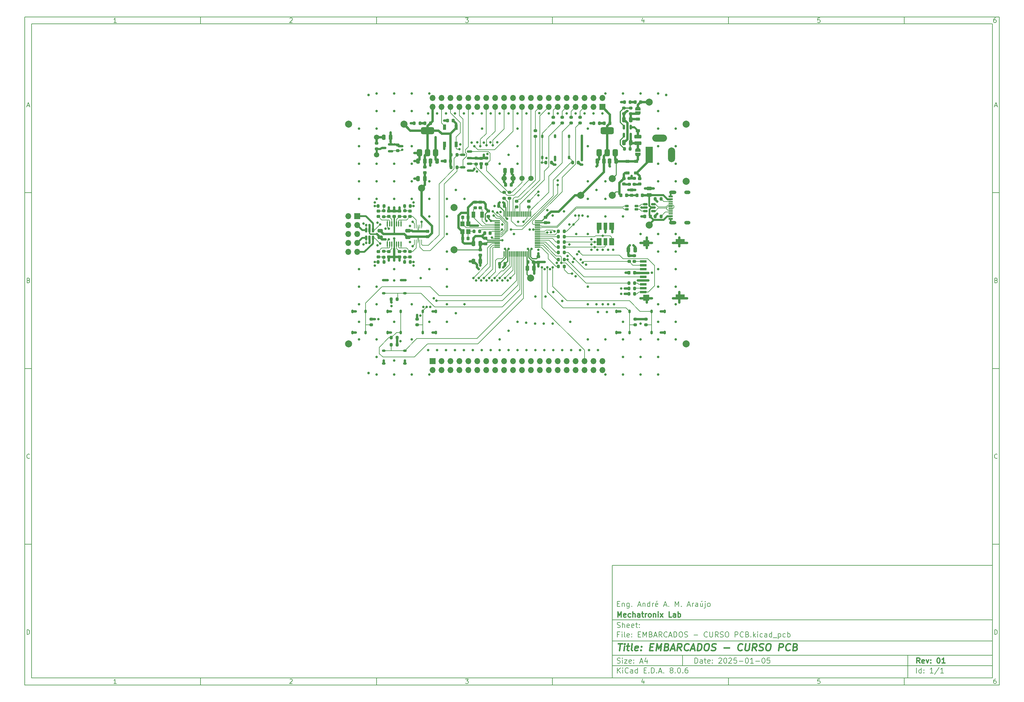
<source format=gbr>
%TF.GenerationSoftware,KiCad,Pcbnew,8.0.6*%
%TF.CreationDate,2025-01-05T13:15:25-03:00*%
%TF.ProjectId,EMBARCADOS - CURSO PCB,454d4241-5243-4414-944f-53202d204355,01*%
%TF.SameCoordinates,Original*%
%TF.FileFunction,Copper,L1,Top*%
%TF.FilePolarity,Positive*%
%FSLAX46Y46*%
G04 Gerber Fmt 4.6, Leading zero omitted, Abs format (unit mm)*
G04 Created by KiCad (PCBNEW 8.0.6) date 2025-01-05 13:15:25*
%MOMM*%
%LPD*%
G01*
G04 APERTURE LIST*
G04 Aperture macros list*
%AMRoundRect*
0 Rectangle with rounded corners*
0 $1 Rounding radius*
0 $2 $3 $4 $5 $6 $7 $8 $9 X,Y pos of 4 corners*
0 Add a 4 corners polygon primitive as box body*
4,1,4,$2,$3,$4,$5,$6,$7,$8,$9,$2,$3,0*
0 Add four circle primitives for the rounded corners*
1,1,$1+$1,$2,$3*
1,1,$1+$1,$4,$5*
1,1,$1+$1,$6,$7*
1,1,$1+$1,$8,$9*
0 Add four rect primitives between the rounded corners*
20,1,$1+$1,$2,$3,$4,$5,0*
20,1,$1+$1,$4,$5,$6,$7,0*
20,1,$1+$1,$6,$7,$8,$9,0*
20,1,$1+$1,$8,$9,$2,$3,0*%
%AMFreePoly0*
4,1,19,0.500000,-0.750000,0.000000,-0.750000,0.000000,-0.744911,-0.071157,-0.744911,-0.207708,-0.704816,-0.327430,-0.627875,-0.420627,-0.520320,-0.479746,-0.390866,-0.500000,-0.250000,-0.500000,0.250000,-0.479746,0.390866,-0.420627,0.520320,-0.327430,0.627875,-0.207708,0.704816,-0.071157,0.744911,0.000000,0.744911,0.000000,0.750000,0.500000,0.750000,0.500000,-0.750000,0.500000,-0.750000,
$1*%
%AMFreePoly1*
4,1,19,0.000000,0.744911,0.071157,0.744911,0.207708,0.704816,0.327430,0.627875,0.420627,0.520320,0.479746,0.390866,0.500000,0.250000,0.500000,-0.250000,0.479746,-0.390866,0.420627,-0.520320,0.327430,-0.627875,0.207708,-0.704816,0.071157,-0.744911,0.000000,-0.744911,0.000000,-0.750000,-0.500000,-0.750000,-0.500000,0.750000,0.000000,0.750000,0.000000,0.744911,0.000000,0.744911,
$1*%
G04 Aperture macros list end*
%ADD10C,0.100000*%
%ADD11C,0.150000*%
%ADD12C,0.300000*%
%ADD13C,0.400000*%
%TA.AperFunction,SMDPad,CuDef*%
%ADD14R,1.900000X0.700000*%
%TD*%
%TA.AperFunction,SMDPad,CuDef*%
%ADD15R,1.800000X1.700000*%
%TD*%
%TA.AperFunction,SMDPad,CuDef*%
%ADD16R,2.600000X1.400000*%
%TD*%
%TA.AperFunction,SMDPad,CuDef*%
%ADD17RoundRect,0.200000X0.275000X-0.200000X0.275000X0.200000X-0.275000X0.200000X-0.275000X-0.200000X0*%
%TD*%
%TA.AperFunction,SMDPad,CuDef*%
%ADD18RoundRect,0.225000X0.250000X-0.225000X0.250000X0.225000X-0.250000X0.225000X-0.250000X-0.225000X0*%
%TD*%
%TA.AperFunction,SMDPad,CuDef*%
%ADD19RoundRect,0.225000X-0.225000X-0.250000X0.225000X-0.250000X0.225000X0.250000X-0.225000X0.250000X0*%
%TD*%
%TA.AperFunction,SMDPad,CuDef*%
%ADD20RoundRect,0.225000X-0.250000X0.225000X-0.250000X-0.225000X0.250000X-0.225000X0.250000X0.225000X0*%
%TD*%
%TA.AperFunction,ComponentPad*%
%ADD21C,2.000000*%
%TD*%
%TA.AperFunction,SMDPad,CuDef*%
%ADD22RoundRect,0.200000X0.200000X0.275000X-0.200000X0.275000X-0.200000X-0.275000X0.200000X-0.275000X0*%
%TD*%
%TA.AperFunction,SMDPad,CuDef*%
%ADD23RoundRect,0.200000X-0.275000X0.200000X-0.275000X-0.200000X0.275000X-0.200000X0.275000X0.200000X0*%
%TD*%
%TA.AperFunction,SMDPad,CuDef*%
%ADD24RoundRect,0.175000X0.325000X0.175000X-0.325000X0.175000X-0.325000X-0.175000X0.325000X-0.175000X0*%
%TD*%
%TA.AperFunction,SMDPad,CuDef*%
%ADD25RoundRect,0.225000X-0.375000X0.225000X-0.375000X-0.225000X0.375000X-0.225000X0.375000X0.225000X0*%
%TD*%
%TA.AperFunction,SMDPad,CuDef*%
%ADD26R,0.250000X1.100000*%
%TD*%
%TA.AperFunction,SMDPad,CuDef*%
%ADD27RoundRect,0.250000X0.250000X0.475000X-0.250000X0.475000X-0.250000X-0.475000X0.250000X-0.475000X0*%
%TD*%
%TA.AperFunction,ComponentPad*%
%ADD28R,1.700000X1.700000*%
%TD*%
%TA.AperFunction,ComponentPad*%
%ADD29O,1.700000X1.700000*%
%TD*%
%TA.AperFunction,SMDPad,CuDef*%
%ADD30RoundRect,0.200000X-0.200000X-0.275000X0.200000X-0.275000X0.200000X0.275000X-0.200000X0.275000X0*%
%TD*%
%TA.AperFunction,SMDPad,CuDef*%
%ADD31R,1.240000X0.600000*%
%TD*%
%TA.AperFunction,SMDPad,CuDef*%
%ADD32R,1.240000X0.300000*%
%TD*%
%TA.AperFunction,ComponentPad*%
%ADD33O,2.100000X1.000000*%
%TD*%
%TA.AperFunction,ComponentPad*%
%ADD34O,1.800000X1.000000*%
%TD*%
%TA.AperFunction,SMDPad,CuDef*%
%ADD35C,0.750000*%
%TD*%
%TA.AperFunction,SMDPad,CuDef*%
%ADD36RoundRect,0.375000X0.375000X-0.625000X0.375000X0.625000X-0.375000X0.625000X-0.375000X-0.625000X0*%
%TD*%
%TA.AperFunction,SMDPad,CuDef*%
%ADD37RoundRect,0.500000X1.400000X-0.500000X1.400000X0.500000X-1.400000X0.500000X-1.400000X-0.500000X0*%
%TD*%
%TA.AperFunction,SMDPad,CuDef*%
%ADD38RoundRect,0.175000X-0.175000X0.325000X-0.175000X-0.325000X0.175000X-0.325000X0.175000X0.325000X0*%
%TD*%
%TA.AperFunction,SMDPad,CuDef*%
%ADD39RoundRect,0.175000X0.175000X-0.325000X0.175000X0.325000X-0.175000X0.325000X-0.175000X-0.325000X0*%
%TD*%
%TA.AperFunction,SMDPad,CuDef*%
%ADD40RoundRect,0.225000X0.225000X0.250000X-0.225000X0.250000X-0.225000X-0.250000X0.225000X-0.250000X0*%
%TD*%
%TA.AperFunction,SMDPad,CuDef*%
%ADD41RoundRect,0.275000X0.725000X-0.275000X0.725000X0.275000X-0.725000X0.275000X-0.725000X-0.275000X0*%
%TD*%
%TA.AperFunction,SMDPad,CuDef*%
%ADD42RoundRect,0.250000X0.475000X-0.250000X0.475000X0.250000X-0.475000X0.250000X-0.475000X-0.250000X0*%
%TD*%
%TA.AperFunction,SMDPad,CuDef*%
%ADD43RoundRect,0.175000X-0.325000X-0.175000X0.325000X-0.175000X0.325000X0.175000X-0.325000X0.175000X0*%
%TD*%
%TA.AperFunction,SMDPad,CuDef*%
%ADD44RoundRect,0.218750X-0.256250X0.218750X-0.256250X-0.218750X0.256250X-0.218750X0.256250X0.218750X0*%
%TD*%
%TA.AperFunction,SMDPad,CuDef*%
%ADD45RoundRect,0.075000X-0.700000X-0.075000X0.700000X-0.075000X0.700000X0.075000X-0.700000X0.075000X0*%
%TD*%
%TA.AperFunction,SMDPad,CuDef*%
%ADD46RoundRect,0.075000X-0.075000X-0.700000X0.075000X-0.700000X0.075000X0.700000X-0.075000X0.700000X0*%
%TD*%
%TA.AperFunction,SMDPad,CuDef*%
%ADD47FreePoly0,90.000000*%
%TD*%
%TA.AperFunction,SMDPad,CuDef*%
%ADD48FreePoly1,90.000000*%
%TD*%
%TA.AperFunction,SMDPad,CuDef*%
%ADD49RoundRect,0.150000X-0.150000X0.512500X-0.150000X-0.512500X0.150000X-0.512500X0.150000X0.512500X0*%
%TD*%
%TA.AperFunction,SMDPad,CuDef*%
%ADD50RoundRect,0.218750X0.256250X-0.218750X0.256250X0.218750X-0.256250X0.218750X-0.256250X-0.218750X0*%
%TD*%
%TA.AperFunction,SMDPad,CuDef*%
%ADD51RoundRect,0.150000X-0.512500X-0.150000X0.512500X-0.150000X0.512500X0.150000X-0.512500X0.150000X0*%
%TD*%
%TA.AperFunction,SMDPad,CuDef*%
%ADD52RoundRect,0.150000X0.587500X0.150000X-0.587500X0.150000X-0.587500X-0.150000X0.587500X-0.150000X0*%
%TD*%
%TA.AperFunction,SMDPad,CuDef*%
%ADD53RoundRect,0.218750X-0.218750X-0.256250X0.218750X-0.256250X0.218750X0.256250X-0.218750X0.256250X0*%
%TD*%
%TA.AperFunction,SMDPad,CuDef*%
%ADD54R,1.400000X2.000000*%
%TD*%
%TA.AperFunction,SMDPad,CuDef*%
%ADD55R,1.000000X2.000000*%
%TD*%
%TA.AperFunction,SMDPad,CuDef*%
%ADD56RoundRect,0.150000X0.400000X0.150000X-0.400000X0.150000X-0.400000X-0.150000X0.400000X-0.150000X0*%
%TD*%
%TA.AperFunction,ComponentPad*%
%ADD57R,2.000000X4.600000*%
%TD*%
%TA.AperFunction,ComponentPad*%
%ADD58O,2.000000X4.200000*%
%TD*%
%TA.AperFunction,ComponentPad*%
%ADD59O,4.200000X2.000000*%
%TD*%
%TA.AperFunction,ComponentPad*%
%ADD60C,1.500000*%
%TD*%
%TA.AperFunction,SMDPad,CuDef*%
%ADD61RoundRect,0.218750X0.218750X0.256250X-0.218750X0.256250X-0.218750X-0.256250X0.218750X-0.256250X0*%
%TD*%
%TA.AperFunction,SMDPad,CuDef*%
%ADD62RoundRect,0.250000X-0.475000X0.250000X-0.475000X-0.250000X0.475000X-0.250000X0.475000X0.250000X0*%
%TD*%
%TA.AperFunction,SMDPad,CuDef*%
%ADD63RoundRect,0.090000X0.360000X-0.660000X0.360000X0.660000X-0.360000X0.660000X-0.360000X-0.660000X0*%
%TD*%
%TA.AperFunction,SMDPad,CuDef*%
%ADD64R,1.200000X1.400000*%
%TD*%
%TA.AperFunction,SMDPad,CuDef*%
%ADD65R,1.000000X1.800000*%
%TD*%
%TA.AperFunction,SMDPad,CuDef*%
%ADD66RoundRect,0.250000X-0.250000X-0.475000X0.250000X-0.475000X0.250000X0.475000X-0.250000X0.475000X0*%
%TD*%
%TA.AperFunction,SMDPad,CuDef*%
%ADD67RoundRect,0.100000X-0.100000X0.637500X-0.100000X-0.637500X0.100000X-0.637500X0.100000X0.637500X0*%
%TD*%
%TA.AperFunction,ViaPad*%
%ADD68C,0.700000*%
%TD*%
%TA.AperFunction,Conductor*%
%ADD69C,0.700000*%
%TD*%
%TA.AperFunction,Conductor*%
%ADD70C,0.300000*%
%TD*%
%TA.AperFunction,Conductor*%
%ADD71C,0.600000*%
%TD*%
%TA.AperFunction,Conductor*%
%ADD72C,0.500000*%
%TD*%
%TA.AperFunction,Conductor*%
%ADD73C,0.250000*%
%TD*%
%TA.AperFunction,Conductor*%
%ADD74C,0.400000*%
%TD*%
%TA.AperFunction,Conductor*%
%ADD75C,0.381000*%
%TD*%
%TA.AperFunction,Conductor*%
%ADD76C,0.156464*%
%TD*%
%TA.AperFunction,Conductor*%
%ADD77C,0.151130*%
%TD*%
G04 APERTURE END LIST*
D10*
D11*
X177002200Y-166007200D02*
X285002200Y-166007200D01*
X285002200Y-198007200D01*
X177002200Y-198007200D01*
X177002200Y-166007200D01*
D10*
D11*
X10000000Y-10000000D02*
X287002200Y-10000000D01*
X287002200Y-200007200D01*
X10000000Y-200007200D01*
X10000000Y-10000000D01*
D10*
D11*
X12000000Y-12000000D02*
X285002200Y-12000000D01*
X285002200Y-198007200D01*
X12000000Y-198007200D01*
X12000000Y-12000000D01*
D10*
D11*
X60000000Y-12000000D02*
X60000000Y-10000000D01*
D10*
D11*
X110000000Y-12000000D02*
X110000000Y-10000000D01*
D10*
D11*
X160000000Y-12000000D02*
X160000000Y-10000000D01*
D10*
D11*
X210000000Y-12000000D02*
X210000000Y-10000000D01*
D10*
D11*
X260000000Y-12000000D02*
X260000000Y-10000000D01*
D10*
D11*
X36089160Y-11593604D02*
X35346303Y-11593604D01*
X35717731Y-11593604D02*
X35717731Y-10293604D01*
X35717731Y-10293604D02*
X35593922Y-10479319D01*
X35593922Y-10479319D02*
X35470112Y-10603128D01*
X35470112Y-10603128D02*
X35346303Y-10665033D01*
D10*
D11*
X85346303Y-10417414D02*
X85408207Y-10355509D01*
X85408207Y-10355509D02*
X85532017Y-10293604D01*
X85532017Y-10293604D02*
X85841541Y-10293604D01*
X85841541Y-10293604D02*
X85965350Y-10355509D01*
X85965350Y-10355509D02*
X86027255Y-10417414D01*
X86027255Y-10417414D02*
X86089160Y-10541223D01*
X86089160Y-10541223D02*
X86089160Y-10665033D01*
X86089160Y-10665033D02*
X86027255Y-10850747D01*
X86027255Y-10850747D02*
X85284398Y-11593604D01*
X85284398Y-11593604D02*
X86089160Y-11593604D01*
D10*
D11*
X135284398Y-10293604D02*
X136089160Y-10293604D01*
X136089160Y-10293604D02*
X135655826Y-10788842D01*
X135655826Y-10788842D02*
X135841541Y-10788842D01*
X135841541Y-10788842D02*
X135965350Y-10850747D01*
X135965350Y-10850747D02*
X136027255Y-10912652D01*
X136027255Y-10912652D02*
X136089160Y-11036461D01*
X136089160Y-11036461D02*
X136089160Y-11345985D01*
X136089160Y-11345985D02*
X136027255Y-11469795D01*
X136027255Y-11469795D02*
X135965350Y-11531700D01*
X135965350Y-11531700D02*
X135841541Y-11593604D01*
X135841541Y-11593604D02*
X135470112Y-11593604D01*
X135470112Y-11593604D02*
X135346303Y-11531700D01*
X135346303Y-11531700D02*
X135284398Y-11469795D01*
D10*
D11*
X185965350Y-10726938D02*
X185965350Y-11593604D01*
X185655826Y-10231700D02*
X185346303Y-11160271D01*
X185346303Y-11160271D02*
X186151064Y-11160271D01*
D10*
D11*
X236027255Y-10293604D02*
X235408207Y-10293604D01*
X235408207Y-10293604D02*
X235346303Y-10912652D01*
X235346303Y-10912652D02*
X235408207Y-10850747D01*
X235408207Y-10850747D02*
X235532017Y-10788842D01*
X235532017Y-10788842D02*
X235841541Y-10788842D01*
X235841541Y-10788842D02*
X235965350Y-10850747D01*
X235965350Y-10850747D02*
X236027255Y-10912652D01*
X236027255Y-10912652D02*
X236089160Y-11036461D01*
X236089160Y-11036461D02*
X236089160Y-11345985D01*
X236089160Y-11345985D02*
X236027255Y-11469795D01*
X236027255Y-11469795D02*
X235965350Y-11531700D01*
X235965350Y-11531700D02*
X235841541Y-11593604D01*
X235841541Y-11593604D02*
X235532017Y-11593604D01*
X235532017Y-11593604D02*
X235408207Y-11531700D01*
X235408207Y-11531700D02*
X235346303Y-11469795D01*
D10*
D11*
X285965350Y-10293604D02*
X285717731Y-10293604D01*
X285717731Y-10293604D02*
X285593922Y-10355509D01*
X285593922Y-10355509D02*
X285532017Y-10417414D01*
X285532017Y-10417414D02*
X285408207Y-10603128D01*
X285408207Y-10603128D02*
X285346303Y-10850747D01*
X285346303Y-10850747D02*
X285346303Y-11345985D01*
X285346303Y-11345985D02*
X285408207Y-11469795D01*
X285408207Y-11469795D02*
X285470112Y-11531700D01*
X285470112Y-11531700D02*
X285593922Y-11593604D01*
X285593922Y-11593604D02*
X285841541Y-11593604D01*
X285841541Y-11593604D02*
X285965350Y-11531700D01*
X285965350Y-11531700D02*
X286027255Y-11469795D01*
X286027255Y-11469795D02*
X286089160Y-11345985D01*
X286089160Y-11345985D02*
X286089160Y-11036461D01*
X286089160Y-11036461D02*
X286027255Y-10912652D01*
X286027255Y-10912652D02*
X285965350Y-10850747D01*
X285965350Y-10850747D02*
X285841541Y-10788842D01*
X285841541Y-10788842D02*
X285593922Y-10788842D01*
X285593922Y-10788842D02*
X285470112Y-10850747D01*
X285470112Y-10850747D02*
X285408207Y-10912652D01*
X285408207Y-10912652D02*
X285346303Y-11036461D01*
D10*
D11*
X60000000Y-198007200D02*
X60000000Y-200007200D01*
D10*
D11*
X110000000Y-198007200D02*
X110000000Y-200007200D01*
D10*
D11*
X160000000Y-198007200D02*
X160000000Y-200007200D01*
D10*
D11*
X210000000Y-198007200D02*
X210000000Y-200007200D01*
D10*
D11*
X260000000Y-198007200D02*
X260000000Y-200007200D01*
D10*
D11*
X36089160Y-199600804D02*
X35346303Y-199600804D01*
X35717731Y-199600804D02*
X35717731Y-198300804D01*
X35717731Y-198300804D02*
X35593922Y-198486519D01*
X35593922Y-198486519D02*
X35470112Y-198610328D01*
X35470112Y-198610328D02*
X35346303Y-198672233D01*
D10*
D11*
X85346303Y-198424614D02*
X85408207Y-198362709D01*
X85408207Y-198362709D02*
X85532017Y-198300804D01*
X85532017Y-198300804D02*
X85841541Y-198300804D01*
X85841541Y-198300804D02*
X85965350Y-198362709D01*
X85965350Y-198362709D02*
X86027255Y-198424614D01*
X86027255Y-198424614D02*
X86089160Y-198548423D01*
X86089160Y-198548423D02*
X86089160Y-198672233D01*
X86089160Y-198672233D02*
X86027255Y-198857947D01*
X86027255Y-198857947D02*
X85284398Y-199600804D01*
X85284398Y-199600804D02*
X86089160Y-199600804D01*
D10*
D11*
X135284398Y-198300804D02*
X136089160Y-198300804D01*
X136089160Y-198300804D02*
X135655826Y-198796042D01*
X135655826Y-198796042D02*
X135841541Y-198796042D01*
X135841541Y-198796042D02*
X135965350Y-198857947D01*
X135965350Y-198857947D02*
X136027255Y-198919852D01*
X136027255Y-198919852D02*
X136089160Y-199043661D01*
X136089160Y-199043661D02*
X136089160Y-199353185D01*
X136089160Y-199353185D02*
X136027255Y-199476995D01*
X136027255Y-199476995D02*
X135965350Y-199538900D01*
X135965350Y-199538900D02*
X135841541Y-199600804D01*
X135841541Y-199600804D02*
X135470112Y-199600804D01*
X135470112Y-199600804D02*
X135346303Y-199538900D01*
X135346303Y-199538900D02*
X135284398Y-199476995D01*
D10*
D11*
X185965350Y-198734138D02*
X185965350Y-199600804D01*
X185655826Y-198238900D02*
X185346303Y-199167471D01*
X185346303Y-199167471D02*
X186151064Y-199167471D01*
D10*
D11*
X236027255Y-198300804D02*
X235408207Y-198300804D01*
X235408207Y-198300804D02*
X235346303Y-198919852D01*
X235346303Y-198919852D02*
X235408207Y-198857947D01*
X235408207Y-198857947D02*
X235532017Y-198796042D01*
X235532017Y-198796042D02*
X235841541Y-198796042D01*
X235841541Y-198796042D02*
X235965350Y-198857947D01*
X235965350Y-198857947D02*
X236027255Y-198919852D01*
X236027255Y-198919852D02*
X236089160Y-199043661D01*
X236089160Y-199043661D02*
X236089160Y-199353185D01*
X236089160Y-199353185D02*
X236027255Y-199476995D01*
X236027255Y-199476995D02*
X235965350Y-199538900D01*
X235965350Y-199538900D02*
X235841541Y-199600804D01*
X235841541Y-199600804D02*
X235532017Y-199600804D01*
X235532017Y-199600804D02*
X235408207Y-199538900D01*
X235408207Y-199538900D02*
X235346303Y-199476995D01*
D10*
D11*
X285965350Y-198300804D02*
X285717731Y-198300804D01*
X285717731Y-198300804D02*
X285593922Y-198362709D01*
X285593922Y-198362709D02*
X285532017Y-198424614D01*
X285532017Y-198424614D02*
X285408207Y-198610328D01*
X285408207Y-198610328D02*
X285346303Y-198857947D01*
X285346303Y-198857947D02*
X285346303Y-199353185D01*
X285346303Y-199353185D02*
X285408207Y-199476995D01*
X285408207Y-199476995D02*
X285470112Y-199538900D01*
X285470112Y-199538900D02*
X285593922Y-199600804D01*
X285593922Y-199600804D02*
X285841541Y-199600804D01*
X285841541Y-199600804D02*
X285965350Y-199538900D01*
X285965350Y-199538900D02*
X286027255Y-199476995D01*
X286027255Y-199476995D02*
X286089160Y-199353185D01*
X286089160Y-199353185D02*
X286089160Y-199043661D01*
X286089160Y-199043661D02*
X286027255Y-198919852D01*
X286027255Y-198919852D02*
X285965350Y-198857947D01*
X285965350Y-198857947D02*
X285841541Y-198796042D01*
X285841541Y-198796042D02*
X285593922Y-198796042D01*
X285593922Y-198796042D02*
X285470112Y-198857947D01*
X285470112Y-198857947D02*
X285408207Y-198919852D01*
X285408207Y-198919852D02*
X285346303Y-199043661D01*
D10*
D11*
X10000000Y-60000000D02*
X12000000Y-60000000D01*
D10*
D11*
X10000000Y-110000000D02*
X12000000Y-110000000D01*
D10*
D11*
X10000000Y-160000000D02*
X12000000Y-160000000D01*
D10*
D11*
X10690476Y-35222176D02*
X11309523Y-35222176D01*
X10566666Y-35593604D02*
X10999999Y-34293604D01*
X10999999Y-34293604D02*
X11433333Y-35593604D01*
D10*
D11*
X11092857Y-84912652D02*
X11278571Y-84974557D01*
X11278571Y-84974557D02*
X11340476Y-85036461D01*
X11340476Y-85036461D02*
X11402380Y-85160271D01*
X11402380Y-85160271D02*
X11402380Y-85345985D01*
X11402380Y-85345985D02*
X11340476Y-85469795D01*
X11340476Y-85469795D02*
X11278571Y-85531700D01*
X11278571Y-85531700D02*
X11154761Y-85593604D01*
X11154761Y-85593604D02*
X10659523Y-85593604D01*
X10659523Y-85593604D02*
X10659523Y-84293604D01*
X10659523Y-84293604D02*
X11092857Y-84293604D01*
X11092857Y-84293604D02*
X11216666Y-84355509D01*
X11216666Y-84355509D02*
X11278571Y-84417414D01*
X11278571Y-84417414D02*
X11340476Y-84541223D01*
X11340476Y-84541223D02*
X11340476Y-84665033D01*
X11340476Y-84665033D02*
X11278571Y-84788842D01*
X11278571Y-84788842D02*
X11216666Y-84850747D01*
X11216666Y-84850747D02*
X11092857Y-84912652D01*
X11092857Y-84912652D02*
X10659523Y-84912652D01*
D10*
D11*
X11402380Y-135469795D02*
X11340476Y-135531700D01*
X11340476Y-135531700D02*
X11154761Y-135593604D01*
X11154761Y-135593604D02*
X11030952Y-135593604D01*
X11030952Y-135593604D02*
X10845238Y-135531700D01*
X10845238Y-135531700D02*
X10721428Y-135407890D01*
X10721428Y-135407890D02*
X10659523Y-135284080D01*
X10659523Y-135284080D02*
X10597619Y-135036461D01*
X10597619Y-135036461D02*
X10597619Y-134850747D01*
X10597619Y-134850747D02*
X10659523Y-134603128D01*
X10659523Y-134603128D02*
X10721428Y-134479319D01*
X10721428Y-134479319D02*
X10845238Y-134355509D01*
X10845238Y-134355509D02*
X11030952Y-134293604D01*
X11030952Y-134293604D02*
X11154761Y-134293604D01*
X11154761Y-134293604D02*
X11340476Y-134355509D01*
X11340476Y-134355509D02*
X11402380Y-134417414D01*
D10*
D11*
X10659523Y-185593604D02*
X10659523Y-184293604D01*
X10659523Y-184293604D02*
X10969047Y-184293604D01*
X10969047Y-184293604D02*
X11154761Y-184355509D01*
X11154761Y-184355509D02*
X11278571Y-184479319D01*
X11278571Y-184479319D02*
X11340476Y-184603128D01*
X11340476Y-184603128D02*
X11402380Y-184850747D01*
X11402380Y-184850747D02*
X11402380Y-185036461D01*
X11402380Y-185036461D02*
X11340476Y-185284080D01*
X11340476Y-185284080D02*
X11278571Y-185407890D01*
X11278571Y-185407890D02*
X11154761Y-185531700D01*
X11154761Y-185531700D02*
X10969047Y-185593604D01*
X10969047Y-185593604D02*
X10659523Y-185593604D01*
D10*
D11*
X287002200Y-60000000D02*
X285002200Y-60000000D01*
D10*
D11*
X287002200Y-110000000D02*
X285002200Y-110000000D01*
D10*
D11*
X287002200Y-160000000D02*
X285002200Y-160000000D01*
D10*
D11*
X285692676Y-35222176D02*
X286311723Y-35222176D01*
X285568866Y-35593604D02*
X286002199Y-34293604D01*
X286002199Y-34293604D02*
X286435533Y-35593604D01*
D10*
D11*
X286095057Y-84912652D02*
X286280771Y-84974557D01*
X286280771Y-84974557D02*
X286342676Y-85036461D01*
X286342676Y-85036461D02*
X286404580Y-85160271D01*
X286404580Y-85160271D02*
X286404580Y-85345985D01*
X286404580Y-85345985D02*
X286342676Y-85469795D01*
X286342676Y-85469795D02*
X286280771Y-85531700D01*
X286280771Y-85531700D02*
X286156961Y-85593604D01*
X286156961Y-85593604D02*
X285661723Y-85593604D01*
X285661723Y-85593604D02*
X285661723Y-84293604D01*
X285661723Y-84293604D02*
X286095057Y-84293604D01*
X286095057Y-84293604D02*
X286218866Y-84355509D01*
X286218866Y-84355509D02*
X286280771Y-84417414D01*
X286280771Y-84417414D02*
X286342676Y-84541223D01*
X286342676Y-84541223D02*
X286342676Y-84665033D01*
X286342676Y-84665033D02*
X286280771Y-84788842D01*
X286280771Y-84788842D02*
X286218866Y-84850747D01*
X286218866Y-84850747D02*
X286095057Y-84912652D01*
X286095057Y-84912652D02*
X285661723Y-84912652D01*
D10*
D11*
X286404580Y-135469795D02*
X286342676Y-135531700D01*
X286342676Y-135531700D02*
X286156961Y-135593604D01*
X286156961Y-135593604D02*
X286033152Y-135593604D01*
X286033152Y-135593604D02*
X285847438Y-135531700D01*
X285847438Y-135531700D02*
X285723628Y-135407890D01*
X285723628Y-135407890D02*
X285661723Y-135284080D01*
X285661723Y-135284080D02*
X285599819Y-135036461D01*
X285599819Y-135036461D02*
X285599819Y-134850747D01*
X285599819Y-134850747D02*
X285661723Y-134603128D01*
X285661723Y-134603128D02*
X285723628Y-134479319D01*
X285723628Y-134479319D02*
X285847438Y-134355509D01*
X285847438Y-134355509D02*
X286033152Y-134293604D01*
X286033152Y-134293604D02*
X286156961Y-134293604D01*
X286156961Y-134293604D02*
X286342676Y-134355509D01*
X286342676Y-134355509D02*
X286404580Y-134417414D01*
D10*
D11*
X285661723Y-185593604D02*
X285661723Y-184293604D01*
X285661723Y-184293604D02*
X285971247Y-184293604D01*
X285971247Y-184293604D02*
X286156961Y-184355509D01*
X286156961Y-184355509D02*
X286280771Y-184479319D01*
X286280771Y-184479319D02*
X286342676Y-184603128D01*
X286342676Y-184603128D02*
X286404580Y-184850747D01*
X286404580Y-184850747D02*
X286404580Y-185036461D01*
X286404580Y-185036461D02*
X286342676Y-185284080D01*
X286342676Y-185284080D02*
X286280771Y-185407890D01*
X286280771Y-185407890D02*
X286156961Y-185531700D01*
X286156961Y-185531700D02*
X285971247Y-185593604D01*
X285971247Y-185593604D02*
X285661723Y-185593604D01*
D10*
D11*
X200458026Y-193793328D02*
X200458026Y-192293328D01*
X200458026Y-192293328D02*
X200815169Y-192293328D01*
X200815169Y-192293328D02*
X201029455Y-192364757D01*
X201029455Y-192364757D02*
X201172312Y-192507614D01*
X201172312Y-192507614D02*
X201243741Y-192650471D01*
X201243741Y-192650471D02*
X201315169Y-192936185D01*
X201315169Y-192936185D02*
X201315169Y-193150471D01*
X201315169Y-193150471D02*
X201243741Y-193436185D01*
X201243741Y-193436185D02*
X201172312Y-193579042D01*
X201172312Y-193579042D02*
X201029455Y-193721900D01*
X201029455Y-193721900D02*
X200815169Y-193793328D01*
X200815169Y-193793328D02*
X200458026Y-193793328D01*
X202600884Y-193793328D02*
X202600884Y-193007614D01*
X202600884Y-193007614D02*
X202529455Y-192864757D01*
X202529455Y-192864757D02*
X202386598Y-192793328D01*
X202386598Y-192793328D02*
X202100884Y-192793328D01*
X202100884Y-192793328D02*
X201958026Y-192864757D01*
X202600884Y-193721900D02*
X202458026Y-193793328D01*
X202458026Y-193793328D02*
X202100884Y-193793328D01*
X202100884Y-193793328D02*
X201958026Y-193721900D01*
X201958026Y-193721900D02*
X201886598Y-193579042D01*
X201886598Y-193579042D02*
X201886598Y-193436185D01*
X201886598Y-193436185D02*
X201958026Y-193293328D01*
X201958026Y-193293328D02*
X202100884Y-193221900D01*
X202100884Y-193221900D02*
X202458026Y-193221900D01*
X202458026Y-193221900D02*
X202600884Y-193150471D01*
X203100884Y-192793328D02*
X203672312Y-192793328D01*
X203315169Y-192293328D02*
X203315169Y-193579042D01*
X203315169Y-193579042D02*
X203386598Y-193721900D01*
X203386598Y-193721900D02*
X203529455Y-193793328D01*
X203529455Y-193793328D02*
X203672312Y-193793328D01*
X204743741Y-193721900D02*
X204600884Y-193793328D01*
X204600884Y-193793328D02*
X204315170Y-193793328D01*
X204315170Y-193793328D02*
X204172312Y-193721900D01*
X204172312Y-193721900D02*
X204100884Y-193579042D01*
X204100884Y-193579042D02*
X204100884Y-193007614D01*
X204100884Y-193007614D02*
X204172312Y-192864757D01*
X204172312Y-192864757D02*
X204315170Y-192793328D01*
X204315170Y-192793328D02*
X204600884Y-192793328D01*
X204600884Y-192793328D02*
X204743741Y-192864757D01*
X204743741Y-192864757D02*
X204815170Y-193007614D01*
X204815170Y-193007614D02*
X204815170Y-193150471D01*
X204815170Y-193150471D02*
X204100884Y-193293328D01*
X205458026Y-193650471D02*
X205529455Y-193721900D01*
X205529455Y-193721900D02*
X205458026Y-193793328D01*
X205458026Y-193793328D02*
X205386598Y-193721900D01*
X205386598Y-193721900D02*
X205458026Y-193650471D01*
X205458026Y-193650471D02*
X205458026Y-193793328D01*
X205458026Y-192864757D02*
X205529455Y-192936185D01*
X205529455Y-192936185D02*
X205458026Y-193007614D01*
X205458026Y-193007614D02*
X205386598Y-192936185D01*
X205386598Y-192936185D02*
X205458026Y-192864757D01*
X205458026Y-192864757D02*
X205458026Y-193007614D01*
X207243741Y-192436185D02*
X207315169Y-192364757D01*
X207315169Y-192364757D02*
X207458027Y-192293328D01*
X207458027Y-192293328D02*
X207815169Y-192293328D01*
X207815169Y-192293328D02*
X207958027Y-192364757D01*
X207958027Y-192364757D02*
X208029455Y-192436185D01*
X208029455Y-192436185D02*
X208100884Y-192579042D01*
X208100884Y-192579042D02*
X208100884Y-192721900D01*
X208100884Y-192721900D02*
X208029455Y-192936185D01*
X208029455Y-192936185D02*
X207172312Y-193793328D01*
X207172312Y-193793328D02*
X208100884Y-193793328D01*
X209029455Y-192293328D02*
X209172312Y-192293328D01*
X209172312Y-192293328D02*
X209315169Y-192364757D01*
X209315169Y-192364757D02*
X209386598Y-192436185D01*
X209386598Y-192436185D02*
X209458026Y-192579042D01*
X209458026Y-192579042D02*
X209529455Y-192864757D01*
X209529455Y-192864757D02*
X209529455Y-193221900D01*
X209529455Y-193221900D02*
X209458026Y-193507614D01*
X209458026Y-193507614D02*
X209386598Y-193650471D01*
X209386598Y-193650471D02*
X209315169Y-193721900D01*
X209315169Y-193721900D02*
X209172312Y-193793328D01*
X209172312Y-193793328D02*
X209029455Y-193793328D01*
X209029455Y-193793328D02*
X208886598Y-193721900D01*
X208886598Y-193721900D02*
X208815169Y-193650471D01*
X208815169Y-193650471D02*
X208743740Y-193507614D01*
X208743740Y-193507614D02*
X208672312Y-193221900D01*
X208672312Y-193221900D02*
X208672312Y-192864757D01*
X208672312Y-192864757D02*
X208743740Y-192579042D01*
X208743740Y-192579042D02*
X208815169Y-192436185D01*
X208815169Y-192436185D02*
X208886598Y-192364757D01*
X208886598Y-192364757D02*
X209029455Y-192293328D01*
X210100883Y-192436185D02*
X210172311Y-192364757D01*
X210172311Y-192364757D02*
X210315169Y-192293328D01*
X210315169Y-192293328D02*
X210672311Y-192293328D01*
X210672311Y-192293328D02*
X210815169Y-192364757D01*
X210815169Y-192364757D02*
X210886597Y-192436185D01*
X210886597Y-192436185D02*
X210958026Y-192579042D01*
X210958026Y-192579042D02*
X210958026Y-192721900D01*
X210958026Y-192721900D02*
X210886597Y-192936185D01*
X210886597Y-192936185D02*
X210029454Y-193793328D01*
X210029454Y-193793328D02*
X210958026Y-193793328D01*
X212315168Y-192293328D02*
X211600882Y-192293328D01*
X211600882Y-192293328D02*
X211529454Y-193007614D01*
X211529454Y-193007614D02*
X211600882Y-192936185D01*
X211600882Y-192936185D02*
X211743740Y-192864757D01*
X211743740Y-192864757D02*
X212100882Y-192864757D01*
X212100882Y-192864757D02*
X212243740Y-192936185D01*
X212243740Y-192936185D02*
X212315168Y-193007614D01*
X212315168Y-193007614D02*
X212386597Y-193150471D01*
X212386597Y-193150471D02*
X212386597Y-193507614D01*
X212386597Y-193507614D02*
X212315168Y-193650471D01*
X212315168Y-193650471D02*
X212243740Y-193721900D01*
X212243740Y-193721900D02*
X212100882Y-193793328D01*
X212100882Y-193793328D02*
X211743740Y-193793328D01*
X211743740Y-193793328D02*
X211600882Y-193721900D01*
X211600882Y-193721900D02*
X211529454Y-193650471D01*
X213029453Y-193221900D02*
X214172311Y-193221900D01*
X215172311Y-192293328D02*
X215315168Y-192293328D01*
X215315168Y-192293328D02*
X215458025Y-192364757D01*
X215458025Y-192364757D02*
X215529454Y-192436185D01*
X215529454Y-192436185D02*
X215600882Y-192579042D01*
X215600882Y-192579042D02*
X215672311Y-192864757D01*
X215672311Y-192864757D02*
X215672311Y-193221900D01*
X215672311Y-193221900D02*
X215600882Y-193507614D01*
X215600882Y-193507614D02*
X215529454Y-193650471D01*
X215529454Y-193650471D02*
X215458025Y-193721900D01*
X215458025Y-193721900D02*
X215315168Y-193793328D01*
X215315168Y-193793328D02*
X215172311Y-193793328D01*
X215172311Y-193793328D02*
X215029454Y-193721900D01*
X215029454Y-193721900D02*
X214958025Y-193650471D01*
X214958025Y-193650471D02*
X214886596Y-193507614D01*
X214886596Y-193507614D02*
X214815168Y-193221900D01*
X214815168Y-193221900D02*
X214815168Y-192864757D01*
X214815168Y-192864757D02*
X214886596Y-192579042D01*
X214886596Y-192579042D02*
X214958025Y-192436185D01*
X214958025Y-192436185D02*
X215029454Y-192364757D01*
X215029454Y-192364757D02*
X215172311Y-192293328D01*
X217100882Y-193793328D02*
X216243739Y-193793328D01*
X216672310Y-193793328D02*
X216672310Y-192293328D01*
X216672310Y-192293328D02*
X216529453Y-192507614D01*
X216529453Y-192507614D02*
X216386596Y-192650471D01*
X216386596Y-192650471D02*
X216243739Y-192721900D01*
X217743738Y-193221900D02*
X218886596Y-193221900D01*
X219886596Y-192293328D02*
X220029453Y-192293328D01*
X220029453Y-192293328D02*
X220172310Y-192364757D01*
X220172310Y-192364757D02*
X220243739Y-192436185D01*
X220243739Y-192436185D02*
X220315167Y-192579042D01*
X220315167Y-192579042D02*
X220386596Y-192864757D01*
X220386596Y-192864757D02*
X220386596Y-193221900D01*
X220386596Y-193221900D02*
X220315167Y-193507614D01*
X220315167Y-193507614D02*
X220243739Y-193650471D01*
X220243739Y-193650471D02*
X220172310Y-193721900D01*
X220172310Y-193721900D02*
X220029453Y-193793328D01*
X220029453Y-193793328D02*
X219886596Y-193793328D01*
X219886596Y-193793328D02*
X219743739Y-193721900D01*
X219743739Y-193721900D02*
X219672310Y-193650471D01*
X219672310Y-193650471D02*
X219600881Y-193507614D01*
X219600881Y-193507614D02*
X219529453Y-193221900D01*
X219529453Y-193221900D02*
X219529453Y-192864757D01*
X219529453Y-192864757D02*
X219600881Y-192579042D01*
X219600881Y-192579042D02*
X219672310Y-192436185D01*
X219672310Y-192436185D02*
X219743739Y-192364757D01*
X219743739Y-192364757D02*
X219886596Y-192293328D01*
X221743738Y-192293328D02*
X221029452Y-192293328D01*
X221029452Y-192293328D02*
X220958024Y-193007614D01*
X220958024Y-193007614D02*
X221029452Y-192936185D01*
X221029452Y-192936185D02*
X221172310Y-192864757D01*
X221172310Y-192864757D02*
X221529452Y-192864757D01*
X221529452Y-192864757D02*
X221672310Y-192936185D01*
X221672310Y-192936185D02*
X221743738Y-193007614D01*
X221743738Y-193007614D02*
X221815167Y-193150471D01*
X221815167Y-193150471D02*
X221815167Y-193507614D01*
X221815167Y-193507614D02*
X221743738Y-193650471D01*
X221743738Y-193650471D02*
X221672310Y-193721900D01*
X221672310Y-193721900D02*
X221529452Y-193793328D01*
X221529452Y-193793328D02*
X221172310Y-193793328D01*
X221172310Y-193793328D02*
X221029452Y-193721900D01*
X221029452Y-193721900D02*
X220958024Y-193650471D01*
D10*
D11*
X177002200Y-194507200D02*
X285002200Y-194507200D01*
D10*
D11*
X178458026Y-196593328D02*
X178458026Y-195093328D01*
X179315169Y-196593328D02*
X178672312Y-195736185D01*
X179315169Y-195093328D02*
X178458026Y-195950471D01*
X179958026Y-196593328D02*
X179958026Y-195593328D01*
X179958026Y-195093328D02*
X179886598Y-195164757D01*
X179886598Y-195164757D02*
X179958026Y-195236185D01*
X179958026Y-195236185D02*
X180029455Y-195164757D01*
X180029455Y-195164757D02*
X179958026Y-195093328D01*
X179958026Y-195093328D02*
X179958026Y-195236185D01*
X181529455Y-196450471D02*
X181458027Y-196521900D01*
X181458027Y-196521900D02*
X181243741Y-196593328D01*
X181243741Y-196593328D02*
X181100884Y-196593328D01*
X181100884Y-196593328D02*
X180886598Y-196521900D01*
X180886598Y-196521900D02*
X180743741Y-196379042D01*
X180743741Y-196379042D02*
X180672312Y-196236185D01*
X180672312Y-196236185D02*
X180600884Y-195950471D01*
X180600884Y-195950471D02*
X180600884Y-195736185D01*
X180600884Y-195736185D02*
X180672312Y-195450471D01*
X180672312Y-195450471D02*
X180743741Y-195307614D01*
X180743741Y-195307614D02*
X180886598Y-195164757D01*
X180886598Y-195164757D02*
X181100884Y-195093328D01*
X181100884Y-195093328D02*
X181243741Y-195093328D01*
X181243741Y-195093328D02*
X181458027Y-195164757D01*
X181458027Y-195164757D02*
X181529455Y-195236185D01*
X182815170Y-196593328D02*
X182815170Y-195807614D01*
X182815170Y-195807614D02*
X182743741Y-195664757D01*
X182743741Y-195664757D02*
X182600884Y-195593328D01*
X182600884Y-195593328D02*
X182315170Y-195593328D01*
X182315170Y-195593328D02*
X182172312Y-195664757D01*
X182815170Y-196521900D02*
X182672312Y-196593328D01*
X182672312Y-196593328D02*
X182315170Y-196593328D01*
X182315170Y-196593328D02*
X182172312Y-196521900D01*
X182172312Y-196521900D02*
X182100884Y-196379042D01*
X182100884Y-196379042D02*
X182100884Y-196236185D01*
X182100884Y-196236185D02*
X182172312Y-196093328D01*
X182172312Y-196093328D02*
X182315170Y-196021900D01*
X182315170Y-196021900D02*
X182672312Y-196021900D01*
X182672312Y-196021900D02*
X182815170Y-195950471D01*
X184172313Y-196593328D02*
X184172313Y-195093328D01*
X184172313Y-196521900D02*
X184029455Y-196593328D01*
X184029455Y-196593328D02*
X183743741Y-196593328D01*
X183743741Y-196593328D02*
X183600884Y-196521900D01*
X183600884Y-196521900D02*
X183529455Y-196450471D01*
X183529455Y-196450471D02*
X183458027Y-196307614D01*
X183458027Y-196307614D02*
X183458027Y-195879042D01*
X183458027Y-195879042D02*
X183529455Y-195736185D01*
X183529455Y-195736185D02*
X183600884Y-195664757D01*
X183600884Y-195664757D02*
X183743741Y-195593328D01*
X183743741Y-195593328D02*
X184029455Y-195593328D01*
X184029455Y-195593328D02*
X184172313Y-195664757D01*
X186029455Y-195807614D02*
X186529455Y-195807614D01*
X186743741Y-196593328D02*
X186029455Y-196593328D01*
X186029455Y-196593328D02*
X186029455Y-195093328D01*
X186029455Y-195093328D02*
X186743741Y-195093328D01*
X187386598Y-196450471D02*
X187458027Y-196521900D01*
X187458027Y-196521900D02*
X187386598Y-196593328D01*
X187386598Y-196593328D02*
X187315170Y-196521900D01*
X187315170Y-196521900D02*
X187386598Y-196450471D01*
X187386598Y-196450471D02*
X187386598Y-196593328D01*
X188100884Y-196593328D02*
X188100884Y-195093328D01*
X188100884Y-195093328D02*
X188458027Y-195093328D01*
X188458027Y-195093328D02*
X188672313Y-195164757D01*
X188672313Y-195164757D02*
X188815170Y-195307614D01*
X188815170Y-195307614D02*
X188886599Y-195450471D01*
X188886599Y-195450471D02*
X188958027Y-195736185D01*
X188958027Y-195736185D02*
X188958027Y-195950471D01*
X188958027Y-195950471D02*
X188886599Y-196236185D01*
X188886599Y-196236185D02*
X188815170Y-196379042D01*
X188815170Y-196379042D02*
X188672313Y-196521900D01*
X188672313Y-196521900D02*
X188458027Y-196593328D01*
X188458027Y-196593328D02*
X188100884Y-196593328D01*
X189600884Y-196450471D02*
X189672313Y-196521900D01*
X189672313Y-196521900D02*
X189600884Y-196593328D01*
X189600884Y-196593328D02*
X189529456Y-196521900D01*
X189529456Y-196521900D02*
X189600884Y-196450471D01*
X189600884Y-196450471D02*
X189600884Y-196593328D01*
X190243742Y-196164757D02*
X190958028Y-196164757D01*
X190100885Y-196593328D02*
X190600885Y-195093328D01*
X190600885Y-195093328D02*
X191100885Y-196593328D01*
X191600884Y-196450471D02*
X191672313Y-196521900D01*
X191672313Y-196521900D02*
X191600884Y-196593328D01*
X191600884Y-196593328D02*
X191529456Y-196521900D01*
X191529456Y-196521900D02*
X191600884Y-196450471D01*
X191600884Y-196450471D02*
X191600884Y-196593328D01*
X193672313Y-195736185D02*
X193529456Y-195664757D01*
X193529456Y-195664757D02*
X193458027Y-195593328D01*
X193458027Y-195593328D02*
X193386599Y-195450471D01*
X193386599Y-195450471D02*
X193386599Y-195379042D01*
X193386599Y-195379042D02*
X193458027Y-195236185D01*
X193458027Y-195236185D02*
X193529456Y-195164757D01*
X193529456Y-195164757D02*
X193672313Y-195093328D01*
X193672313Y-195093328D02*
X193958027Y-195093328D01*
X193958027Y-195093328D02*
X194100885Y-195164757D01*
X194100885Y-195164757D02*
X194172313Y-195236185D01*
X194172313Y-195236185D02*
X194243742Y-195379042D01*
X194243742Y-195379042D02*
X194243742Y-195450471D01*
X194243742Y-195450471D02*
X194172313Y-195593328D01*
X194172313Y-195593328D02*
X194100885Y-195664757D01*
X194100885Y-195664757D02*
X193958027Y-195736185D01*
X193958027Y-195736185D02*
X193672313Y-195736185D01*
X193672313Y-195736185D02*
X193529456Y-195807614D01*
X193529456Y-195807614D02*
X193458027Y-195879042D01*
X193458027Y-195879042D02*
X193386599Y-196021900D01*
X193386599Y-196021900D02*
X193386599Y-196307614D01*
X193386599Y-196307614D02*
X193458027Y-196450471D01*
X193458027Y-196450471D02*
X193529456Y-196521900D01*
X193529456Y-196521900D02*
X193672313Y-196593328D01*
X193672313Y-196593328D02*
X193958027Y-196593328D01*
X193958027Y-196593328D02*
X194100885Y-196521900D01*
X194100885Y-196521900D02*
X194172313Y-196450471D01*
X194172313Y-196450471D02*
X194243742Y-196307614D01*
X194243742Y-196307614D02*
X194243742Y-196021900D01*
X194243742Y-196021900D02*
X194172313Y-195879042D01*
X194172313Y-195879042D02*
X194100885Y-195807614D01*
X194100885Y-195807614D02*
X193958027Y-195736185D01*
X194886598Y-196450471D02*
X194958027Y-196521900D01*
X194958027Y-196521900D02*
X194886598Y-196593328D01*
X194886598Y-196593328D02*
X194815170Y-196521900D01*
X194815170Y-196521900D02*
X194886598Y-196450471D01*
X194886598Y-196450471D02*
X194886598Y-196593328D01*
X195886599Y-195093328D02*
X196029456Y-195093328D01*
X196029456Y-195093328D02*
X196172313Y-195164757D01*
X196172313Y-195164757D02*
X196243742Y-195236185D01*
X196243742Y-195236185D02*
X196315170Y-195379042D01*
X196315170Y-195379042D02*
X196386599Y-195664757D01*
X196386599Y-195664757D02*
X196386599Y-196021900D01*
X196386599Y-196021900D02*
X196315170Y-196307614D01*
X196315170Y-196307614D02*
X196243742Y-196450471D01*
X196243742Y-196450471D02*
X196172313Y-196521900D01*
X196172313Y-196521900D02*
X196029456Y-196593328D01*
X196029456Y-196593328D02*
X195886599Y-196593328D01*
X195886599Y-196593328D02*
X195743742Y-196521900D01*
X195743742Y-196521900D02*
X195672313Y-196450471D01*
X195672313Y-196450471D02*
X195600884Y-196307614D01*
X195600884Y-196307614D02*
X195529456Y-196021900D01*
X195529456Y-196021900D02*
X195529456Y-195664757D01*
X195529456Y-195664757D02*
X195600884Y-195379042D01*
X195600884Y-195379042D02*
X195672313Y-195236185D01*
X195672313Y-195236185D02*
X195743742Y-195164757D01*
X195743742Y-195164757D02*
X195886599Y-195093328D01*
X197029455Y-196450471D02*
X197100884Y-196521900D01*
X197100884Y-196521900D02*
X197029455Y-196593328D01*
X197029455Y-196593328D02*
X196958027Y-196521900D01*
X196958027Y-196521900D02*
X197029455Y-196450471D01*
X197029455Y-196450471D02*
X197029455Y-196593328D01*
X198386599Y-195093328D02*
X198100884Y-195093328D01*
X198100884Y-195093328D02*
X197958027Y-195164757D01*
X197958027Y-195164757D02*
X197886599Y-195236185D01*
X197886599Y-195236185D02*
X197743741Y-195450471D01*
X197743741Y-195450471D02*
X197672313Y-195736185D01*
X197672313Y-195736185D02*
X197672313Y-196307614D01*
X197672313Y-196307614D02*
X197743741Y-196450471D01*
X197743741Y-196450471D02*
X197815170Y-196521900D01*
X197815170Y-196521900D02*
X197958027Y-196593328D01*
X197958027Y-196593328D02*
X198243741Y-196593328D01*
X198243741Y-196593328D02*
X198386599Y-196521900D01*
X198386599Y-196521900D02*
X198458027Y-196450471D01*
X198458027Y-196450471D02*
X198529456Y-196307614D01*
X198529456Y-196307614D02*
X198529456Y-195950471D01*
X198529456Y-195950471D02*
X198458027Y-195807614D01*
X198458027Y-195807614D02*
X198386599Y-195736185D01*
X198386599Y-195736185D02*
X198243741Y-195664757D01*
X198243741Y-195664757D02*
X197958027Y-195664757D01*
X197958027Y-195664757D02*
X197815170Y-195736185D01*
X197815170Y-195736185D02*
X197743741Y-195807614D01*
X197743741Y-195807614D02*
X197672313Y-195950471D01*
D10*
D11*
X177002200Y-191507200D02*
X285002200Y-191507200D01*
D10*
D12*
X264413853Y-193785528D02*
X263913853Y-193071242D01*
X263556710Y-193785528D02*
X263556710Y-192285528D01*
X263556710Y-192285528D02*
X264128139Y-192285528D01*
X264128139Y-192285528D02*
X264270996Y-192356957D01*
X264270996Y-192356957D02*
X264342425Y-192428385D01*
X264342425Y-192428385D02*
X264413853Y-192571242D01*
X264413853Y-192571242D02*
X264413853Y-192785528D01*
X264413853Y-192785528D02*
X264342425Y-192928385D01*
X264342425Y-192928385D02*
X264270996Y-192999814D01*
X264270996Y-192999814D02*
X264128139Y-193071242D01*
X264128139Y-193071242D02*
X263556710Y-193071242D01*
X265628139Y-193714100D02*
X265485282Y-193785528D01*
X265485282Y-193785528D02*
X265199568Y-193785528D01*
X265199568Y-193785528D02*
X265056710Y-193714100D01*
X265056710Y-193714100D02*
X264985282Y-193571242D01*
X264985282Y-193571242D02*
X264985282Y-192999814D01*
X264985282Y-192999814D02*
X265056710Y-192856957D01*
X265056710Y-192856957D02*
X265199568Y-192785528D01*
X265199568Y-192785528D02*
X265485282Y-192785528D01*
X265485282Y-192785528D02*
X265628139Y-192856957D01*
X265628139Y-192856957D02*
X265699568Y-192999814D01*
X265699568Y-192999814D02*
X265699568Y-193142671D01*
X265699568Y-193142671D02*
X264985282Y-193285528D01*
X266199567Y-192785528D02*
X266556710Y-193785528D01*
X266556710Y-193785528D02*
X266913853Y-192785528D01*
X267485281Y-193642671D02*
X267556710Y-193714100D01*
X267556710Y-193714100D02*
X267485281Y-193785528D01*
X267485281Y-193785528D02*
X267413853Y-193714100D01*
X267413853Y-193714100D02*
X267485281Y-193642671D01*
X267485281Y-193642671D02*
X267485281Y-193785528D01*
X267485281Y-192856957D02*
X267556710Y-192928385D01*
X267556710Y-192928385D02*
X267485281Y-192999814D01*
X267485281Y-192999814D02*
X267413853Y-192928385D01*
X267413853Y-192928385D02*
X267485281Y-192856957D01*
X267485281Y-192856957D02*
X267485281Y-192999814D01*
X269628139Y-192285528D02*
X269770996Y-192285528D01*
X269770996Y-192285528D02*
X269913853Y-192356957D01*
X269913853Y-192356957D02*
X269985282Y-192428385D01*
X269985282Y-192428385D02*
X270056710Y-192571242D01*
X270056710Y-192571242D02*
X270128139Y-192856957D01*
X270128139Y-192856957D02*
X270128139Y-193214100D01*
X270128139Y-193214100D02*
X270056710Y-193499814D01*
X270056710Y-193499814D02*
X269985282Y-193642671D01*
X269985282Y-193642671D02*
X269913853Y-193714100D01*
X269913853Y-193714100D02*
X269770996Y-193785528D01*
X269770996Y-193785528D02*
X269628139Y-193785528D01*
X269628139Y-193785528D02*
X269485282Y-193714100D01*
X269485282Y-193714100D02*
X269413853Y-193642671D01*
X269413853Y-193642671D02*
X269342424Y-193499814D01*
X269342424Y-193499814D02*
X269270996Y-193214100D01*
X269270996Y-193214100D02*
X269270996Y-192856957D01*
X269270996Y-192856957D02*
X269342424Y-192571242D01*
X269342424Y-192571242D02*
X269413853Y-192428385D01*
X269413853Y-192428385D02*
X269485282Y-192356957D01*
X269485282Y-192356957D02*
X269628139Y-192285528D01*
X271556710Y-193785528D02*
X270699567Y-193785528D01*
X271128138Y-193785528D02*
X271128138Y-192285528D01*
X271128138Y-192285528D02*
X270985281Y-192499814D01*
X270985281Y-192499814D02*
X270842424Y-192642671D01*
X270842424Y-192642671D02*
X270699567Y-192714100D01*
D10*
D11*
X178386598Y-193721900D02*
X178600884Y-193793328D01*
X178600884Y-193793328D02*
X178958026Y-193793328D01*
X178958026Y-193793328D02*
X179100884Y-193721900D01*
X179100884Y-193721900D02*
X179172312Y-193650471D01*
X179172312Y-193650471D02*
X179243741Y-193507614D01*
X179243741Y-193507614D02*
X179243741Y-193364757D01*
X179243741Y-193364757D02*
X179172312Y-193221900D01*
X179172312Y-193221900D02*
X179100884Y-193150471D01*
X179100884Y-193150471D02*
X178958026Y-193079042D01*
X178958026Y-193079042D02*
X178672312Y-193007614D01*
X178672312Y-193007614D02*
X178529455Y-192936185D01*
X178529455Y-192936185D02*
X178458026Y-192864757D01*
X178458026Y-192864757D02*
X178386598Y-192721900D01*
X178386598Y-192721900D02*
X178386598Y-192579042D01*
X178386598Y-192579042D02*
X178458026Y-192436185D01*
X178458026Y-192436185D02*
X178529455Y-192364757D01*
X178529455Y-192364757D02*
X178672312Y-192293328D01*
X178672312Y-192293328D02*
X179029455Y-192293328D01*
X179029455Y-192293328D02*
X179243741Y-192364757D01*
X179886597Y-193793328D02*
X179886597Y-192793328D01*
X179886597Y-192293328D02*
X179815169Y-192364757D01*
X179815169Y-192364757D02*
X179886597Y-192436185D01*
X179886597Y-192436185D02*
X179958026Y-192364757D01*
X179958026Y-192364757D02*
X179886597Y-192293328D01*
X179886597Y-192293328D02*
X179886597Y-192436185D01*
X180458026Y-192793328D02*
X181243741Y-192793328D01*
X181243741Y-192793328D02*
X180458026Y-193793328D01*
X180458026Y-193793328D02*
X181243741Y-193793328D01*
X182386598Y-193721900D02*
X182243741Y-193793328D01*
X182243741Y-193793328D02*
X181958027Y-193793328D01*
X181958027Y-193793328D02*
X181815169Y-193721900D01*
X181815169Y-193721900D02*
X181743741Y-193579042D01*
X181743741Y-193579042D02*
X181743741Y-193007614D01*
X181743741Y-193007614D02*
X181815169Y-192864757D01*
X181815169Y-192864757D02*
X181958027Y-192793328D01*
X181958027Y-192793328D02*
X182243741Y-192793328D01*
X182243741Y-192793328D02*
X182386598Y-192864757D01*
X182386598Y-192864757D02*
X182458027Y-193007614D01*
X182458027Y-193007614D02*
X182458027Y-193150471D01*
X182458027Y-193150471D02*
X181743741Y-193293328D01*
X183100883Y-193650471D02*
X183172312Y-193721900D01*
X183172312Y-193721900D02*
X183100883Y-193793328D01*
X183100883Y-193793328D02*
X183029455Y-193721900D01*
X183029455Y-193721900D02*
X183100883Y-193650471D01*
X183100883Y-193650471D02*
X183100883Y-193793328D01*
X183100883Y-192864757D02*
X183172312Y-192936185D01*
X183172312Y-192936185D02*
X183100883Y-193007614D01*
X183100883Y-193007614D02*
X183029455Y-192936185D01*
X183029455Y-192936185D02*
X183100883Y-192864757D01*
X183100883Y-192864757D02*
X183100883Y-193007614D01*
X184886598Y-193364757D02*
X185600884Y-193364757D01*
X184743741Y-193793328D02*
X185243741Y-192293328D01*
X185243741Y-192293328D02*
X185743741Y-193793328D01*
X186886598Y-192793328D02*
X186886598Y-193793328D01*
X186529455Y-192221900D02*
X186172312Y-193293328D01*
X186172312Y-193293328D02*
X187100883Y-193293328D01*
D10*
D11*
X263458026Y-196593328D02*
X263458026Y-195093328D01*
X264815170Y-196593328D02*
X264815170Y-195093328D01*
X264815170Y-196521900D02*
X264672312Y-196593328D01*
X264672312Y-196593328D02*
X264386598Y-196593328D01*
X264386598Y-196593328D02*
X264243741Y-196521900D01*
X264243741Y-196521900D02*
X264172312Y-196450471D01*
X264172312Y-196450471D02*
X264100884Y-196307614D01*
X264100884Y-196307614D02*
X264100884Y-195879042D01*
X264100884Y-195879042D02*
X264172312Y-195736185D01*
X264172312Y-195736185D02*
X264243741Y-195664757D01*
X264243741Y-195664757D02*
X264386598Y-195593328D01*
X264386598Y-195593328D02*
X264672312Y-195593328D01*
X264672312Y-195593328D02*
X264815170Y-195664757D01*
X265529455Y-196450471D02*
X265600884Y-196521900D01*
X265600884Y-196521900D02*
X265529455Y-196593328D01*
X265529455Y-196593328D02*
X265458027Y-196521900D01*
X265458027Y-196521900D02*
X265529455Y-196450471D01*
X265529455Y-196450471D02*
X265529455Y-196593328D01*
X265529455Y-195664757D02*
X265600884Y-195736185D01*
X265600884Y-195736185D02*
X265529455Y-195807614D01*
X265529455Y-195807614D02*
X265458027Y-195736185D01*
X265458027Y-195736185D02*
X265529455Y-195664757D01*
X265529455Y-195664757D02*
X265529455Y-195807614D01*
X268172313Y-196593328D02*
X267315170Y-196593328D01*
X267743741Y-196593328D02*
X267743741Y-195093328D01*
X267743741Y-195093328D02*
X267600884Y-195307614D01*
X267600884Y-195307614D02*
X267458027Y-195450471D01*
X267458027Y-195450471D02*
X267315170Y-195521900D01*
X269886598Y-195021900D02*
X268600884Y-196950471D01*
X271172313Y-196593328D02*
X270315170Y-196593328D01*
X270743741Y-196593328D02*
X270743741Y-195093328D01*
X270743741Y-195093328D02*
X270600884Y-195307614D01*
X270600884Y-195307614D02*
X270458027Y-195450471D01*
X270458027Y-195450471D02*
X270315170Y-195521900D01*
D10*
D11*
X177002200Y-187507200D02*
X285002200Y-187507200D01*
D10*
D13*
X178693928Y-188211638D02*
X179836785Y-188211638D01*
X179015357Y-190211638D02*
X179265357Y-188211638D01*
X180253452Y-190211638D02*
X180420119Y-188878304D01*
X180503452Y-188211638D02*
X180396309Y-188306876D01*
X180396309Y-188306876D02*
X180479643Y-188402114D01*
X180479643Y-188402114D02*
X180586786Y-188306876D01*
X180586786Y-188306876D02*
X180503452Y-188211638D01*
X180503452Y-188211638D02*
X180479643Y-188402114D01*
X181086786Y-188878304D02*
X181848690Y-188878304D01*
X181455833Y-188211638D02*
X181241548Y-189925923D01*
X181241548Y-189925923D02*
X181312976Y-190116400D01*
X181312976Y-190116400D02*
X181491548Y-190211638D01*
X181491548Y-190211638D02*
X181682024Y-190211638D01*
X182634405Y-190211638D02*
X182455833Y-190116400D01*
X182455833Y-190116400D02*
X182384405Y-189925923D01*
X182384405Y-189925923D02*
X182598690Y-188211638D01*
X184170119Y-190116400D02*
X183967738Y-190211638D01*
X183967738Y-190211638D02*
X183586785Y-190211638D01*
X183586785Y-190211638D02*
X183408214Y-190116400D01*
X183408214Y-190116400D02*
X183336785Y-189925923D01*
X183336785Y-189925923D02*
X183432024Y-189164019D01*
X183432024Y-189164019D02*
X183551071Y-188973542D01*
X183551071Y-188973542D02*
X183753452Y-188878304D01*
X183753452Y-188878304D02*
X184134404Y-188878304D01*
X184134404Y-188878304D02*
X184312976Y-188973542D01*
X184312976Y-188973542D02*
X184384404Y-189164019D01*
X184384404Y-189164019D02*
X184360595Y-189354495D01*
X184360595Y-189354495D02*
X183384404Y-189544971D01*
X185134405Y-190021161D02*
X185217738Y-190116400D01*
X185217738Y-190116400D02*
X185110595Y-190211638D01*
X185110595Y-190211638D02*
X185027262Y-190116400D01*
X185027262Y-190116400D02*
X185134405Y-190021161D01*
X185134405Y-190021161D02*
X185110595Y-190211638D01*
X185265357Y-188973542D02*
X185348690Y-189068780D01*
X185348690Y-189068780D02*
X185241548Y-189164019D01*
X185241548Y-189164019D02*
X185158214Y-189068780D01*
X185158214Y-189068780D02*
X185265357Y-188973542D01*
X185265357Y-188973542D02*
X185241548Y-189164019D01*
X187717739Y-189164019D02*
X188384405Y-189164019D01*
X188539167Y-190211638D02*
X187586786Y-190211638D01*
X187586786Y-190211638D02*
X187836786Y-188211638D01*
X187836786Y-188211638D02*
X188789167Y-188211638D01*
X189396310Y-190211638D02*
X189646310Y-188211638D01*
X189646310Y-188211638D02*
X190134405Y-189640209D01*
X190134405Y-189640209D02*
X190979644Y-188211638D01*
X190979644Y-188211638D02*
X190729644Y-190211638D01*
X192479643Y-189164019D02*
X192753453Y-189259257D01*
X192753453Y-189259257D02*
X192836786Y-189354495D01*
X192836786Y-189354495D02*
X192908215Y-189544971D01*
X192908215Y-189544971D02*
X192872500Y-189830685D01*
X192872500Y-189830685D02*
X192753453Y-190021161D01*
X192753453Y-190021161D02*
X192646310Y-190116400D01*
X192646310Y-190116400D02*
X192443929Y-190211638D01*
X192443929Y-190211638D02*
X191682024Y-190211638D01*
X191682024Y-190211638D02*
X191932024Y-188211638D01*
X191932024Y-188211638D02*
X192598691Y-188211638D01*
X192598691Y-188211638D02*
X192777262Y-188306876D01*
X192777262Y-188306876D02*
X192860596Y-188402114D01*
X192860596Y-188402114D02*
X192932024Y-188592590D01*
X192932024Y-188592590D02*
X192908215Y-188783066D01*
X192908215Y-188783066D02*
X192789167Y-188973542D01*
X192789167Y-188973542D02*
X192682024Y-189068780D01*
X192682024Y-189068780D02*
X192479643Y-189164019D01*
X192479643Y-189164019D02*
X191812977Y-189164019D01*
X193658215Y-189640209D02*
X194610596Y-189640209D01*
X193396310Y-190211638D02*
X194312977Y-188211638D01*
X194312977Y-188211638D02*
X194729643Y-190211638D01*
X196539167Y-190211638D02*
X195991548Y-189259257D01*
X195396310Y-190211638D02*
X195646310Y-188211638D01*
X195646310Y-188211638D02*
X196408215Y-188211638D01*
X196408215Y-188211638D02*
X196586786Y-188306876D01*
X196586786Y-188306876D02*
X196670120Y-188402114D01*
X196670120Y-188402114D02*
X196741548Y-188592590D01*
X196741548Y-188592590D02*
X196705834Y-188878304D01*
X196705834Y-188878304D02*
X196586786Y-189068780D01*
X196586786Y-189068780D02*
X196479644Y-189164019D01*
X196479644Y-189164019D02*
X196277263Y-189259257D01*
X196277263Y-189259257D02*
X195515358Y-189259257D01*
X198562977Y-190021161D02*
X198455834Y-190116400D01*
X198455834Y-190116400D02*
X198158215Y-190211638D01*
X198158215Y-190211638D02*
X197967739Y-190211638D01*
X197967739Y-190211638D02*
X197693929Y-190116400D01*
X197693929Y-190116400D02*
X197527263Y-189925923D01*
X197527263Y-189925923D02*
X197455834Y-189735447D01*
X197455834Y-189735447D02*
X197408215Y-189354495D01*
X197408215Y-189354495D02*
X197443929Y-189068780D01*
X197443929Y-189068780D02*
X197586786Y-188687828D01*
X197586786Y-188687828D02*
X197705834Y-188497352D01*
X197705834Y-188497352D02*
X197920120Y-188306876D01*
X197920120Y-188306876D02*
X198217739Y-188211638D01*
X198217739Y-188211638D02*
X198408215Y-188211638D01*
X198408215Y-188211638D02*
X198682025Y-188306876D01*
X198682025Y-188306876D02*
X198765358Y-188402114D01*
X199372501Y-189640209D02*
X200324882Y-189640209D01*
X199110596Y-190211638D02*
X200027263Y-188211638D01*
X200027263Y-188211638D02*
X200443929Y-190211638D01*
X201110596Y-190211638D02*
X201360596Y-188211638D01*
X201360596Y-188211638D02*
X201836787Y-188211638D01*
X201836787Y-188211638D02*
X202110596Y-188306876D01*
X202110596Y-188306876D02*
X202277263Y-188497352D01*
X202277263Y-188497352D02*
X202348691Y-188687828D01*
X202348691Y-188687828D02*
X202396311Y-189068780D01*
X202396311Y-189068780D02*
X202360596Y-189354495D01*
X202360596Y-189354495D02*
X202217739Y-189735447D01*
X202217739Y-189735447D02*
X202098691Y-189925923D01*
X202098691Y-189925923D02*
X201884406Y-190116400D01*
X201884406Y-190116400D02*
X201586787Y-190211638D01*
X201586787Y-190211638D02*
X201110596Y-190211638D01*
X203741549Y-188211638D02*
X204122501Y-188211638D01*
X204122501Y-188211638D02*
X204301072Y-188306876D01*
X204301072Y-188306876D02*
X204467739Y-188497352D01*
X204467739Y-188497352D02*
X204515358Y-188878304D01*
X204515358Y-188878304D02*
X204432025Y-189544971D01*
X204432025Y-189544971D02*
X204289168Y-189925923D01*
X204289168Y-189925923D02*
X204074882Y-190116400D01*
X204074882Y-190116400D02*
X203872501Y-190211638D01*
X203872501Y-190211638D02*
X203491549Y-190211638D01*
X203491549Y-190211638D02*
X203312977Y-190116400D01*
X203312977Y-190116400D02*
X203146311Y-189925923D01*
X203146311Y-189925923D02*
X203098691Y-189544971D01*
X203098691Y-189544971D02*
X203182025Y-188878304D01*
X203182025Y-188878304D02*
X203324882Y-188497352D01*
X203324882Y-188497352D02*
X203539168Y-188306876D01*
X203539168Y-188306876D02*
X203741549Y-188211638D01*
X205122501Y-190116400D02*
X205396310Y-190211638D01*
X205396310Y-190211638D02*
X205872501Y-190211638D01*
X205872501Y-190211638D02*
X206074882Y-190116400D01*
X206074882Y-190116400D02*
X206182025Y-190021161D01*
X206182025Y-190021161D02*
X206301072Y-189830685D01*
X206301072Y-189830685D02*
X206324882Y-189640209D01*
X206324882Y-189640209D02*
X206253453Y-189449733D01*
X206253453Y-189449733D02*
X206170120Y-189354495D01*
X206170120Y-189354495D02*
X205991549Y-189259257D01*
X205991549Y-189259257D02*
X205622501Y-189164019D01*
X205622501Y-189164019D02*
X205443929Y-189068780D01*
X205443929Y-189068780D02*
X205360596Y-188973542D01*
X205360596Y-188973542D02*
X205289168Y-188783066D01*
X205289168Y-188783066D02*
X205312977Y-188592590D01*
X205312977Y-188592590D02*
X205432025Y-188402114D01*
X205432025Y-188402114D02*
X205539168Y-188306876D01*
X205539168Y-188306876D02*
X205741549Y-188211638D01*
X205741549Y-188211638D02*
X206217739Y-188211638D01*
X206217739Y-188211638D02*
X206491549Y-188306876D01*
X208729644Y-189449733D02*
X210253454Y-189449733D01*
X213801073Y-190021161D02*
X213693930Y-190116400D01*
X213693930Y-190116400D02*
X213396311Y-190211638D01*
X213396311Y-190211638D02*
X213205835Y-190211638D01*
X213205835Y-190211638D02*
X212932025Y-190116400D01*
X212932025Y-190116400D02*
X212765359Y-189925923D01*
X212765359Y-189925923D02*
X212693930Y-189735447D01*
X212693930Y-189735447D02*
X212646311Y-189354495D01*
X212646311Y-189354495D02*
X212682025Y-189068780D01*
X212682025Y-189068780D02*
X212824882Y-188687828D01*
X212824882Y-188687828D02*
X212943930Y-188497352D01*
X212943930Y-188497352D02*
X213158216Y-188306876D01*
X213158216Y-188306876D02*
X213455835Y-188211638D01*
X213455835Y-188211638D02*
X213646311Y-188211638D01*
X213646311Y-188211638D02*
X213920121Y-188306876D01*
X213920121Y-188306876D02*
X214003454Y-188402114D01*
X214884406Y-188211638D02*
X214682025Y-189830685D01*
X214682025Y-189830685D02*
X214753454Y-190021161D01*
X214753454Y-190021161D02*
X214836787Y-190116400D01*
X214836787Y-190116400D02*
X215015359Y-190211638D01*
X215015359Y-190211638D02*
X215396311Y-190211638D01*
X215396311Y-190211638D02*
X215598692Y-190116400D01*
X215598692Y-190116400D02*
X215705835Y-190021161D01*
X215705835Y-190021161D02*
X215824882Y-189830685D01*
X215824882Y-189830685D02*
X216027263Y-188211638D01*
X217872501Y-190211638D02*
X217324882Y-189259257D01*
X216729644Y-190211638D02*
X216979644Y-188211638D01*
X216979644Y-188211638D02*
X217741549Y-188211638D01*
X217741549Y-188211638D02*
X217920120Y-188306876D01*
X217920120Y-188306876D02*
X218003454Y-188402114D01*
X218003454Y-188402114D02*
X218074882Y-188592590D01*
X218074882Y-188592590D02*
X218039168Y-188878304D01*
X218039168Y-188878304D02*
X217920120Y-189068780D01*
X217920120Y-189068780D02*
X217812978Y-189164019D01*
X217812978Y-189164019D02*
X217610597Y-189259257D01*
X217610597Y-189259257D02*
X216848692Y-189259257D01*
X218646311Y-190116400D02*
X218920120Y-190211638D01*
X218920120Y-190211638D02*
X219396311Y-190211638D01*
X219396311Y-190211638D02*
X219598692Y-190116400D01*
X219598692Y-190116400D02*
X219705835Y-190021161D01*
X219705835Y-190021161D02*
X219824882Y-189830685D01*
X219824882Y-189830685D02*
X219848692Y-189640209D01*
X219848692Y-189640209D02*
X219777263Y-189449733D01*
X219777263Y-189449733D02*
X219693930Y-189354495D01*
X219693930Y-189354495D02*
X219515359Y-189259257D01*
X219515359Y-189259257D02*
X219146311Y-189164019D01*
X219146311Y-189164019D02*
X218967739Y-189068780D01*
X218967739Y-189068780D02*
X218884406Y-188973542D01*
X218884406Y-188973542D02*
X218812978Y-188783066D01*
X218812978Y-188783066D02*
X218836787Y-188592590D01*
X218836787Y-188592590D02*
X218955835Y-188402114D01*
X218955835Y-188402114D02*
X219062978Y-188306876D01*
X219062978Y-188306876D02*
X219265359Y-188211638D01*
X219265359Y-188211638D02*
X219741549Y-188211638D01*
X219741549Y-188211638D02*
X220015359Y-188306876D01*
X221265359Y-188211638D02*
X221646311Y-188211638D01*
X221646311Y-188211638D02*
X221824882Y-188306876D01*
X221824882Y-188306876D02*
X221991549Y-188497352D01*
X221991549Y-188497352D02*
X222039168Y-188878304D01*
X222039168Y-188878304D02*
X221955835Y-189544971D01*
X221955835Y-189544971D02*
X221812978Y-189925923D01*
X221812978Y-189925923D02*
X221598692Y-190116400D01*
X221598692Y-190116400D02*
X221396311Y-190211638D01*
X221396311Y-190211638D02*
X221015359Y-190211638D01*
X221015359Y-190211638D02*
X220836787Y-190116400D01*
X220836787Y-190116400D02*
X220670121Y-189925923D01*
X220670121Y-189925923D02*
X220622501Y-189544971D01*
X220622501Y-189544971D02*
X220705835Y-188878304D01*
X220705835Y-188878304D02*
X220848692Y-188497352D01*
X220848692Y-188497352D02*
X221062978Y-188306876D01*
X221062978Y-188306876D02*
X221265359Y-188211638D01*
X224253454Y-190211638D02*
X224503454Y-188211638D01*
X224503454Y-188211638D02*
X225265359Y-188211638D01*
X225265359Y-188211638D02*
X225443930Y-188306876D01*
X225443930Y-188306876D02*
X225527264Y-188402114D01*
X225527264Y-188402114D02*
X225598692Y-188592590D01*
X225598692Y-188592590D02*
X225562978Y-188878304D01*
X225562978Y-188878304D02*
X225443930Y-189068780D01*
X225443930Y-189068780D02*
X225336788Y-189164019D01*
X225336788Y-189164019D02*
X225134407Y-189259257D01*
X225134407Y-189259257D02*
X224372502Y-189259257D01*
X227420121Y-190021161D02*
X227312978Y-190116400D01*
X227312978Y-190116400D02*
X227015359Y-190211638D01*
X227015359Y-190211638D02*
X226824883Y-190211638D01*
X226824883Y-190211638D02*
X226551073Y-190116400D01*
X226551073Y-190116400D02*
X226384407Y-189925923D01*
X226384407Y-189925923D02*
X226312978Y-189735447D01*
X226312978Y-189735447D02*
X226265359Y-189354495D01*
X226265359Y-189354495D02*
X226301073Y-189068780D01*
X226301073Y-189068780D02*
X226443930Y-188687828D01*
X226443930Y-188687828D02*
X226562978Y-188497352D01*
X226562978Y-188497352D02*
X226777264Y-188306876D01*
X226777264Y-188306876D02*
X227074883Y-188211638D01*
X227074883Y-188211638D02*
X227265359Y-188211638D01*
X227265359Y-188211638D02*
X227539169Y-188306876D01*
X227539169Y-188306876D02*
X227622502Y-188402114D01*
X229051073Y-189164019D02*
X229324883Y-189259257D01*
X229324883Y-189259257D02*
X229408216Y-189354495D01*
X229408216Y-189354495D02*
X229479645Y-189544971D01*
X229479645Y-189544971D02*
X229443930Y-189830685D01*
X229443930Y-189830685D02*
X229324883Y-190021161D01*
X229324883Y-190021161D02*
X229217740Y-190116400D01*
X229217740Y-190116400D02*
X229015359Y-190211638D01*
X229015359Y-190211638D02*
X228253454Y-190211638D01*
X228253454Y-190211638D02*
X228503454Y-188211638D01*
X228503454Y-188211638D02*
X229170121Y-188211638D01*
X229170121Y-188211638D02*
X229348692Y-188306876D01*
X229348692Y-188306876D02*
X229432026Y-188402114D01*
X229432026Y-188402114D02*
X229503454Y-188592590D01*
X229503454Y-188592590D02*
X229479645Y-188783066D01*
X229479645Y-188783066D02*
X229360597Y-188973542D01*
X229360597Y-188973542D02*
X229253454Y-189068780D01*
X229253454Y-189068780D02*
X229051073Y-189164019D01*
X229051073Y-189164019D02*
X228384407Y-189164019D01*
D10*
D11*
X178958026Y-185607614D02*
X178458026Y-185607614D01*
X178458026Y-186393328D02*
X178458026Y-184893328D01*
X178458026Y-184893328D02*
X179172312Y-184893328D01*
X179743740Y-186393328D02*
X179743740Y-185393328D01*
X179743740Y-184893328D02*
X179672312Y-184964757D01*
X179672312Y-184964757D02*
X179743740Y-185036185D01*
X179743740Y-185036185D02*
X179815169Y-184964757D01*
X179815169Y-184964757D02*
X179743740Y-184893328D01*
X179743740Y-184893328D02*
X179743740Y-185036185D01*
X180672312Y-186393328D02*
X180529455Y-186321900D01*
X180529455Y-186321900D02*
X180458026Y-186179042D01*
X180458026Y-186179042D02*
X180458026Y-184893328D01*
X181815169Y-186321900D02*
X181672312Y-186393328D01*
X181672312Y-186393328D02*
X181386598Y-186393328D01*
X181386598Y-186393328D02*
X181243740Y-186321900D01*
X181243740Y-186321900D02*
X181172312Y-186179042D01*
X181172312Y-186179042D02*
X181172312Y-185607614D01*
X181172312Y-185607614D02*
X181243740Y-185464757D01*
X181243740Y-185464757D02*
X181386598Y-185393328D01*
X181386598Y-185393328D02*
X181672312Y-185393328D01*
X181672312Y-185393328D02*
X181815169Y-185464757D01*
X181815169Y-185464757D02*
X181886598Y-185607614D01*
X181886598Y-185607614D02*
X181886598Y-185750471D01*
X181886598Y-185750471D02*
X181172312Y-185893328D01*
X182529454Y-186250471D02*
X182600883Y-186321900D01*
X182600883Y-186321900D02*
X182529454Y-186393328D01*
X182529454Y-186393328D02*
X182458026Y-186321900D01*
X182458026Y-186321900D02*
X182529454Y-186250471D01*
X182529454Y-186250471D02*
X182529454Y-186393328D01*
X182529454Y-185464757D02*
X182600883Y-185536185D01*
X182600883Y-185536185D02*
X182529454Y-185607614D01*
X182529454Y-185607614D02*
X182458026Y-185536185D01*
X182458026Y-185536185D02*
X182529454Y-185464757D01*
X182529454Y-185464757D02*
X182529454Y-185607614D01*
X184386597Y-185607614D02*
X184886597Y-185607614D01*
X185100883Y-186393328D02*
X184386597Y-186393328D01*
X184386597Y-186393328D02*
X184386597Y-184893328D01*
X184386597Y-184893328D02*
X185100883Y-184893328D01*
X185743740Y-186393328D02*
X185743740Y-184893328D01*
X185743740Y-184893328D02*
X186243740Y-185964757D01*
X186243740Y-185964757D02*
X186743740Y-184893328D01*
X186743740Y-184893328D02*
X186743740Y-186393328D01*
X187958026Y-185607614D02*
X188172312Y-185679042D01*
X188172312Y-185679042D02*
X188243741Y-185750471D01*
X188243741Y-185750471D02*
X188315169Y-185893328D01*
X188315169Y-185893328D02*
X188315169Y-186107614D01*
X188315169Y-186107614D02*
X188243741Y-186250471D01*
X188243741Y-186250471D02*
X188172312Y-186321900D01*
X188172312Y-186321900D02*
X188029455Y-186393328D01*
X188029455Y-186393328D02*
X187458026Y-186393328D01*
X187458026Y-186393328D02*
X187458026Y-184893328D01*
X187458026Y-184893328D02*
X187958026Y-184893328D01*
X187958026Y-184893328D02*
X188100884Y-184964757D01*
X188100884Y-184964757D02*
X188172312Y-185036185D01*
X188172312Y-185036185D02*
X188243741Y-185179042D01*
X188243741Y-185179042D02*
X188243741Y-185321900D01*
X188243741Y-185321900D02*
X188172312Y-185464757D01*
X188172312Y-185464757D02*
X188100884Y-185536185D01*
X188100884Y-185536185D02*
X187958026Y-185607614D01*
X187958026Y-185607614D02*
X187458026Y-185607614D01*
X188886598Y-185964757D02*
X189600884Y-185964757D01*
X188743741Y-186393328D02*
X189243741Y-184893328D01*
X189243741Y-184893328D02*
X189743741Y-186393328D01*
X191100883Y-186393328D02*
X190600883Y-185679042D01*
X190243740Y-186393328D02*
X190243740Y-184893328D01*
X190243740Y-184893328D02*
X190815169Y-184893328D01*
X190815169Y-184893328D02*
X190958026Y-184964757D01*
X190958026Y-184964757D02*
X191029455Y-185036185D01*
X191029455Y-185036185D02*
X191100883Y-185179042D01*
X191100883Y-185179042D02*
X191100883Y-185393328D01*
X191100883Y-185393328D02*
X191029455Y-185536185D01*
X191029455Y-185536185D02*
X190958026Y-185607614D01*
X190958026Y-185607614D02*
X190815169Y-185679042D01*
X190815169Y-185679042D02*
X190243740Y-185679042D01*
X192600883Y-186250471D02*
X192529455Y-186321900D01*
X192529455Y-186321900D02*
X192315169Y-186393328D01*
X192315169Y-186393328D02*
X192172312Y-186393328D01*
X192172312Y-186393328D02*
X191958026Y-186321900D01*
X191958026Y-186321900D02*
X191815169Y-186179042D01*
X191815169Y-186179042D02*
X191743740Y-186036185D01*
X191743740Y-186036185D02*
X191672312Y-185750471D01*
X191672312Y-185750471D02*
X191672312Y-185536185D01*
X191672312Y-185536185D02*
X191743740Y-185250471D01*
X191743740Y-185250471D02*
X191815169Y-185107614D01*
X191815169Y-185107614D02*
X191958026Y-184964757D01*
X191958026Y-184964757D02*
X192172312Y-184893328D01*
X192172312Y-184893328D02*
X192315169Y-184893328D01*
X192315169Y-184893328D02*
X192529455Y-184964757D01*
X192529455Y-184964757D02*
X192600883Y-185036185D01*
X193172312Y-185964757D02*
X193886598Y-185964757D01*
X193029455Y-186393328D02*
X193529455Y-184893328D01*
X193529455Y-184893328D02*
X194029455Y-186393328D01*
X194529454Y-186393328D02*
X194529454Y-184893328D01*
X194529454Y-184893328D02*
X194886597Y-184893328D01*
X194886597Y-184893328D02*
X195100883Y-184964757D01*
X195100883Y-184964757D02*
X195243740Y-185107614D01*
X195243740Y-185107614D02*
X195315169Y-185250471D01*
X195315169Y-185250471D02*
X195386597Y-185536185D01*
X195386597Y-185536185D02*
X195386597Y-185750471D01*
X195386597Y-185750471D02*
X195315169Y-186036185D01*
X195315169Y-186036185D02*
X195243740Y-186179042D01*
X195243740Y-186179042D02*
X195100883Y-186321900D01*
X195100883Y-186321900D02*
X194886597Y-186393328D01*
X194886597Y-186393328D02*
X194529454Y-186393328D01*
X196315169Y-184893328D02*
X196600883Y-184893328D01*
X196600883Y-184893328D02*
X196743740Y-184964757D01*
X196743740Y-184964757D02*
X196886597Y-185107614D01*
X196886597Y-185107614D02*
X196958026Y-185393328D01*
X196958026Y-185393328D02*
X196958026Y-185893328D01*
X196958026Y-185893328D02*
X196886597Y-186179042D01*
X196886597Y-186179042D02*
X196743740Y-186321900D01*
X196743740Y-186321900D02*
X196600883Y-186393328D01*
X196600883Y-186393328D02*
X196315169Y-186393328D01*
X196315169Y-186393328D02*
X196172312Y-186321900D01*
X196172312Y-186321900D02*
X196029454Y-186179042D01*
X196029454Y-186179042D02*
X195958026Y-185893328D01*
X195958026Y-185893328D02*
X195958026Y-185393328D01*
X195958026Y-185393328D02*
X196029454Y-185107614D01*
X196029454Y-185107614D02*
X196172312Y-184964757D01*
X196172312Y-184964757D02*
X196315169Y-184893328D01*
X197529455Y-186321900D02*
X197743741Y-186393328D01*
X197743741Y-186393328D02*
X198100883Y-186393328D01*
X198100883Y-186393328D02*
X198243741Y-186321900D01*
X198243741Y-186321900D02*
X198315169Y-186250471D01*
X198315169Y-186250471D02*
X198386598Y-186107614D01*
X198386598Y-186107614D02*
X198386598Y-185964757D01*
X198386598Y-185964757D02*
X198315169Y-185821900D01*
X198315169Y-185821900D02*
X198243741Y-185750471D01*
X198243741Y-185750471D02*
X198100883Y-185679042D01*
X198100883Y-185679042D02*
X197815169Y-185607614D01*
X197815169Y-185607614D02*
X197672312Y-185536185D01*
X197672312Y-185536185D02*
X197600883Y-185464757D01*
X197600883Y-185464757D02*
X197529455Y-185321900D01*
X197529455Y-185321900D02*
X197529455Y-185179042D01*
X197529455Y-185179042D02*
X197600883Y-185036185D01*
X197600883Y-185036185D02*
X197672312Y-184964757D01*
X197672312Y-184964757D02*
X197815169Y-184893328D01*
X197815169Y-184893328D02*
X198172312Y-184893328D01*
X198172312Y-184893328D02*
X198386598Y-184964757D01*
X200172311Y-185821900D02*
X201315169Y-185821900D01*
X204029454Y-186250471D02*
X203958026Y-186321900D01*
X203958026Y-186321900D02*
X203743740Y-186393328D01*
X203743740Y-186393328D02*
X203600883Y-186393328D01*
X203600883Y-186393328D02*
X203386597Y-186321900D01*
X203386597Y-186321900D02*
X203243740Y-186179042D01*
X203243740Y-186179042D02*
X203172311Y-186036185D01*
X203172311Y-186036185D02*
X203100883Y-185750471D01*
X203100883Y-185750471D02*
X203100883Y-185536185D01*
X203100883Y-185536185D02*
X203172311Y-185250471D01*
X203172311Y-185250471D02*
X203243740Y-185107614D01*
X203243740Y-185107614D02*
X203386597Y-184964757D01*
X203386597Y-184964757D02*
X203600883Y-184893328D01*
X203600883Y-184893328D02*
X203743740Y-184893328D01*
X203743740Y-184893328D02*
X203958026Y-184964757D01*
X203958026Y-184964757D02*
X204029454Y-185036185D01*
X204672311Y-184893328D02*
X204672311Y-186107614D01*
X204672311Y-186107614D02*
X204743740Y-186250471D01*
X204743740Y-186250471D02*
X204815169Y-186321900D01*
X204815169Y-186321900D02*
X204958026Y-186393328D01*
X204958026Y-186393328D02*
X205243740Y-186393328D01*
X205243740Y-186393328D02*
X205386597Y-186321900D01*
X205386597Y-186321900D02*
X205458026Y-186250471D01*
X205458026Y-186250471D02*
X205529454Y-186107614D01*
X205529454Y-186107614D02*
X205529454Y-184893328D01*
X207100883Y-186393328D02*
X206600883Y-185679042D01*
X206243740Y-186393328D02*
X206243740Y-184893328D01*
X206243740Y-184893328D02*
X206815169Y-184893328D01*
X206815169Y-184893328D02*
X206958026Y-184964757D01*
X206958026Y-184964757D02*
X207029455Y-185036185D01*
X207029455Y-185036185D02*
X207100883Y-185179042D01*
X207100883Y-185179042D02*
X207100883Y-185393328D01*
X207100883Y-185393328D02*
X207029455Y-185536185D01*
X207029455Y-185536185D02*
X206958026Y-185607614D01*
X206958026Y-185607614D02*
X206815169Y-185679042D01*
X206815169Y-185679042D02*
X206243740Y-185679042D01*
X207672312Y-186321900D02*
X207886598Y-186393328D01*
X207886598Y-186393328D02*
X208243740Y-186393328D01*
X208243740Y-186393328D02*
X208386598Y-186321900D01*
X208386598Y-186321900D02*
X208458026Y-186250471D01*
X208458026Y-186250471D02*
X208529455Y-186107614D01*
X208529455Y-186107614D02*
X208529455Y-185964757D01*
X208529455Y-185964757D02*
X208458026Y-185821900D01*
X208458026Y-185821900D02*
X208386598Y-185750471D01*
X208386598Y-185750471D02*
X208243740Y-185679042D01*
X208243740Y-185679042D02*
X207958026Y-185607614D01*
X207958026Y-185607614D02*
X207815169Y-185536185D01*
X207815169Y-185536185D02*
X207743740Y-185464757D01*
X207743740Y-185464757D02*
X207672312Y-185321900D01*
X207672312Y-185321900D02*
X207672312Y-185179042D01*
X207672312Y-185179042D02*
X207743740Y-185036185D01*
X207743740Y-185036185D02*
X207815169Y-184964757D01*
X207815169Y-184964757D02*
X207958026Y-184893328D01*
X207958026Y-184893328D02*
X208315169Y-184893328D01*
X208315169Y-184893328D02*
X208529455Y-184964757D01*
X209458026Y-184893328D02*
X209743740Y-184893328D01*
X209743740Y-184893328D02*
X209886597Y-184964757D01*
X209886597Y-184964757D02*
X210029454Y-185107614D01*
X210029454Y-185107614D02*
X210100883Y-185393328D01*
X210100883Y-185393328D02*
X210100883Y-185893328D01*
X210100883Y-185893328D02*
X210029454Y-186179042D01*
X210029454Y-186179042D02*
X209886597Y-186321900D01*
X209886597Y-186321900D02*
X209743740Y-186393328D01*
X209743740Y-186393328D02*
X209458026Y-186393328D01*
X209458026Y-186393328D02*
X209315169Y-186321900D01*
X209315169Y-186321900D02*
X209172311Y-186179042D01*
X209172311Y-186179042D02*
X209100883Y-185893328D01*
X209100883Y-185893328D02*
X209100883Y-185393328D01*
X209100883Y-185393328D02*
X209172311Y-185107614D01*
X209172311Y-185107614D02*
X209315169Y-184964757D01*
X209315169Y-184964757D02*
X209458026Y-184893328D01*
X211886597Y-186393328D02*
X211886597Y-184893328D01*
X211886597Y-184893328D02*
X212458026Y-184893328D01*
X212458026Y-184893328D02*
X212600883Y-184964757D01*
X212600883Y-184964757D02*
X212672312Y-185036185D01*
X212672312Y-185036185D02*
X212743740Y-185179042D01*
X212743740Y-185179042D02*
X212743740Y-185393328D01*
X212743740Y-185393328D02*
X212672312Y-185536185D01*
X212672312Y-185536185D02*
X212600883Y-185607614D01*
X212600883Y-185607614D02*
X212458026Y-185679042D01*
X212458026Y-185679042D02*
X211886597Y-185679042D01*
X214243740Y-186250471D02*
X214172312Y-186321900D01*
X214172312Y-186321900D02*
X213958026Y-186393328D01*
X213958026Y-186393328D02*
X213815169Y-186393328D01*
X213815169Y-186393328D02*
X213600883Y-186321900D01*
X213600883Y-186321900D02*
X213458026Y-186179042D01*
X213458026Y-186179042D02*
X213386597Y-186036185D01*
X213386597Y-186036185D02*
X213315169Y-185750471D01*
X213315169Y-185750471D02*
X213315169Y-185536185D01*
X213315169Y-185536185D02*
X213386597Y-185250471D01*
X213386597Y-185250471D02*
X213458026Y-185107614D01*
X213458026Y-185107614D02*
X213600883Y-184964757D01*
X213600883Y-184964757D02*
X213815169Y-184893328D01*
X213815169Y-184893328D02*
X213958026Y-184893328D01*
X213958026Y-184893328D02*
X214172312Y-184964757D01*
X214172312Y-184964757D02*
X214243740Y-185036185D01*
X215386597Y-185607614D02*
X215600883Y-185679042D01*
X215600883Y-185679042D02*
X215672312Y-185750471D01*
X215672312Y-185750471D02*
X215743740Y-185893328D01*
X215743740Y-185893328D02*
X215743740Y-186107614D01*
X215743740Y-186107614D02*
X215672312Y-186250471D01*
X215672312Y-186250471D02*
X215600883Y-186321900D01*
X215600883Y-186321900D02*
X215458026Y-186393328D01*
X215458026Y-186393328D02*
X214886597Y-186393328D01*
X214886597Y-186393328D02*
X214886597Y-184893328D01*
X214886597Y-184893328D02*
X215386597Y-184893328D01*
X215386597Y-184893328D02*
X215529455Y-184964757D01*
X215529455Y-184964757D02*
X215600883Y-185036185D01*
X215600883Y-185036185D02*
X215672312Y-185179042D01*
X215672312Y-185179042D02*
X215672312Y-185321900D01*
X215672312Y-185321900D02*
X215600883Y-185464757D01*
X215600883Y-185464757D02*
X215529455Y-185536185D01*
X215529455Y-185536185D02*
X215386597Y-185607614D01*
X215386597Y-185607614D02*
X214886597Y-185607614D01*
X216386597Y-186250471D02*
X216458026Y-186321900D01*
X216458026Y-186321900D02*
X216386597Y-186393328D01*
X216386597Y-186393328D02*
X216315169Y-186321900D01*
X216315169Y-186321900D02*
X216386597Y-186250471D01*
X216386597Y-186250471D02*
X216386597Y-186393328D01*
X217100883Y-186393328D02*
X217100883Y-184893328D01*
X217243741Y-185821900D02*
X217672312Y-186393328D01*
X217672312Y-185393328D02*
X217100883Y-185964757D01*
X218315169Y-186393328D02*
X218315169Y-185393328D01*
X218315169Y-184893328D02*
X218243741Y-184964757D01*
X218243741Y-184964757D02*
X218315169Y-185036185D01*
X218315169Y-185036185D02*
X218386598Y-184964757D01*
X218386598Y-184964757D02*
X218315169Y-184893328D01*
X218315169Y-184893328D02*
X218315169Y-185036185D01*
X219672313Y-186321900D02*
X219529455Y-186393328D01*
X219529455Y-186393328D02*
X219243741Y-186393328D01*
X219243741Y-186393328D02*
X219100884Y-186321900D01*
X219100884Y-186321900D02*
X219029455Y-186250471D01*
X219029455Y-186250471D02*
X218958027Y-186107614D01*
X218958027Y-186107614D02*
X218958027Y-185679042D01*
X218958027Y-185679042D02*
X219029455Y-185536185D01*
X219029455Y-185536185D02*
X219100884Y-185464757D01*
X219100884Y-185464757D02*
X219243741Y-185393328D01*
X219243741Y-185393328D02*
X219529455Y-185393328D01*
X219529455Y-185393328D02*
X219672313Y-185464757D01*
X220958027Y-186393328D02*
X220958027Y-185607614D01*
X220958027Y-185607614D02*
X220886598Y-185464757D01*
X220886598Y-185464757D02*
X220743741Y-185393328D01*
X220743741Y-185393328D02*
X220458027Y-185393328D01*
X220458027Y-185393328D02*
X220315169Y-185464757D01*
X220958027Y-186321900D02*
X220815169Y-186393328D01*
X220815169Y-186393328D02*
X220458027Y-186393328D01*
X220458027Y-186393328D02*
X220315169Y-186321900D01*
X220315169Y-186321900D02*
X220243741Y-186179042D01*
X220243741Y-186179042D02*
X220243741Y-186036185D01*
X220243741Y-186036185D02*
X220315169Y-185893328D01*
X220315169Y-185893328D02*
X220458027Y-185821900D01*
X220458027Y-185821900D02*
X220815169Y-185821900D01*
X220815169Y-185821900D02*
X220958027Y-185750471D01*
X222315170Y-186393328D02*
X222315170Y-184893328D01*
X222315170Y-186321900D02*
X222172312Y-186393328D01*
X222172312Y-186393328D02*
X221886598Y-186393328D01*
X221886598Y-186393328D02*
X221743741Y-186321900D01*
X221743741Y-186321900D02*
X221672312Y-186250471D01*
X221672312Y-186250471D02*
X221600884Y-186107614D01*
X221600884Y-186107614D02*
X221600884Y-185679042D01*
X221600884Y-185679042D02*
X221672312Y-185536185D01*
X221672312Y-185536185D02*
X221743741Y-185464757D01*
X221743741Y-185464757D02*
X221886598Y-185393328D01*
X221886598Y-185393328D02*
X222172312Y-185393328D01*
X222172312Y-185393328D02*
X222315170Y-185464757D01*
X222672313Y-186536185D02*
X223815170Y-186536185D01*
X224172312Y-185393328D02*
X224172312Y-186893328D01*
X224172312Y-185464757D02*
X224315170Y-185393328D01*
X224315170Y-185393328D02*
X224600884Y-185393328D01*
X224600884Y-185393328D02*
X224743741Y-185464757D01*
X224743741Y-185464757D02*
X224815170Y-185536185D01*
X224815170Y-185536185D02*
X224886598Y-185679042D01*
X224886598Y-185679042D02*
X224886598Y-186107614D01*
X224886598Y-186107614D02*
X224815170Y-186250471D01*
X224815170Y-186250471D02*
X224743741Y-186321900D01*
X224743741Y-186321900D02*
X224600884Y-186393328D01*
X224600884Y-186393328D02*
X224315170Y-186393328D01*
X224315170Y-186393328D02*
X224172312Y-186321900D01*
X226172313Y-186321900D02*
X226029455Y-186393328D01*
X226029455Y-186393328D02*
X225743741Y-186393328D01*
X225743741Y-186393328D02*
X225600884Y-186321900D01*
X225600884Y-186321900D02*
X225529455Y-186250471D01*
X225529455Y-186250471D02*
X225458027Y-186107614D01*
X225458027Y-186107614D02*
X225458027Y-185679042D01*
X225458027Y-185679042D02*
X225529455Y-185536185D01*
X225529455Y-185536185D02*
X225600884Y-185464757D01*
X225600884Y-185464757D02*
X225743741Y-185393328D01*
X225743741Y-185393328D02*
X226029455Y-185393328D01*
X226029455Y-185393328D02*
X226172313Y-185464757D01*
X226815169Y-186393328D02*
X226815169Y-184893328D01*
X226815169Y-185464757D02*
X226958027Y-185393328D01*
X226958027Y-185393328D02*
X227243741Y-185393328D01*
X227243741Y-185393328D02*
X227386598Y-185464757D01*
X227386598Y-185464757D02*
X227458027Y-185536185D01*
X227458027Y-185536185D02*
X227529455Y-185679042D01*
X227529455Y-185679042D02*
X227529455Y-186107614D01*
X227529455Y-186107614D02*
X227458027Y-186250471D01*
X227458027Y-186250471D02*
X227386598Y-186321900D01*
X227386598Y-186321900D02*
X227243741Y-186393328D01*
X227243741Y-186393328D02*
X226958027Y-186393328D01*
X226958027Y-186393328D02*
X226815169Y-186321900D01*
D10*
D11*
X177002200Y-181507200D02*
X285002200Y-181507200D01*
D10*
D11*
X178386598Y-183621900D02*
X178600884Y-183693328D01*
X178600884Y-183693328D02*
X178958026Y-183693328D01*
X178958026Y-183693328D02*
X179100884Y-183621900D01*
X179100884Y-183621900D02*
X179172312Y-183550471D01*
X179172312Y-183550471D02*
X179243741Y-183407614D01*
X179243741Y-183407614D02*
X179243741Y-183264757D01*
X179243741Y-183264757D02*
X179172312Y-183121900D01*
X179172312Y-183121900D02*
X179100884Y-183050471D01*
X179100884Y-183050471D02*
X178958026Y-182979042D01*
X178958026Y-182979042D02*
X178672312Y-182907614D01*
X178672312Y-182907614D02*
X178529455Y-182836185D01*
X178529455Y-182836185D02*
X178458026Y-182764757D01*
X178458026Y-182764757D02*
X178386598Y-182621900D01*
X178386598Y-182621900D02*
X178386598Y-182479042D01*
X178386598Y-182479042D02*
X178458026Y-182336185D01*
X178458026Y-182336185D02*
X178529455Y-182264757D01*
X178529455Y-182264757D02*
X178672312Y-182193328D01*
X178672312Y-182193328D02*
X179029455Y-182193328D01*
X179029455Y-182193328D02*
X179243741Y-182264757D01*
X179886597Y-183693328D02*
X179886597Y-182193328D01*
X180529455Y-183693328D02*
X180529455Y-182907614D01*
X180529455Y-182907614D02*
X180458026Y-182764757D01*
X180458026Y-182764757D02*
X180315169Y-182693328D01*
X180315169Y-182693328D02*
X180100883Y-182693328D01*
X180100883Y-182693328D02*
X179958026Y-182764757D01*
X179958026Y-182764757D02*
X179886597Y-182836185D01*
X181815169Y-183621900D02*
X181672312Y-183693328D01*
X181672312Y-183693328D02*
X181386598Y-183693328D01*
X181386598Y-183693328D02*
X181243740Y-183621900D01*
X181243740Y-183621900D02*
X181172312Y-183479042D01*
X181172312Y-183479042D02*
X181172312Y-182907614D01*
X181172312Y-182907614D02*
X181243740Y-182764757D01*
X181243740Y-182764757D02*
X181386598Y-182693328D01*
X181386598Y-182693328D02*
X181672312Y-182693328D01*
X181672312Y-182693328D02*
X181815169Y-182764757D01*
X181815169Y-182764757D02*
X181886598Y-182907614D01*
X181886598Y-182907614D02*
X181886598Y-183050471D01*
X181886598Y-183050471D02*
X181172312Y-183193328D01*
X183100883Y-183621900D02*
X182958026Y-183693328D01*
X182958026Y-183693328D02*
X182672312Y-183693328D01*
X182672312Y-183693328D02*
X182529454Y-183621900D01*
X182529454Y-183621900D02*
X182458026Y-183479042D01*
X182458026Y-183479042D02*
X182458026Y-182907614D01*
X182458026Y-182907614D02*
X182529454Y-182764757D01*
X182529454Y-182764757D02*
X182672312Y-182693328D01*
X182672312Y-182693328D02*
X182958026Y-182693328D01*
X182958026Y-182693328D02*
X183100883Y-182764757D01*
X183100883Y-182764757D02*
X183172312Y-182907614D01*
X183172312Y-182907614D02*
X183172312Y-183050471D01*
X183172312Y-183050471D02*
X182458026Y-183193328D01*
X183600883Y-182693328D02*
X184172311Y-182693328D01*
X183815168Y-182193328D02*
X183815168Y-183479042D01*
X183815168Y-183479042D02*
X183886597Y-183621900D01*
X183886597Y-183621900D02*
X184029454Y-183693328D01*
X184029454Y-183693328D02*
X184172311Y-183693328D01*
X184672311Y-183550471D02*
X184743740Y-183621900D01*
X184743740Y-183621900D02*
X184672311Y-183693328D01*
X184672311Y-183693328D02*
X184600883Y-183621900D01*
X184600883Y-183621900D02*
X184672311Y-183550471D01*
X184672311Y-183550471D02*
X184672311Y-183693328D01*
X184672311Y-182764757D02*
X184743740Y-182836185D01*
X184743740Y-182836185D02*
X184672311Y-182907614D01*
X184672311Y-182907614D02*
X184600883Y-182836185D01*
X184600883Y-182836185D02*
X184672311Y-182764757D01*
X184672311Y-182764757D02*
X184672311Y-182907614D01*
D10*
D12*
X178556710Y-180685528D02*
X178556710Y-179185528D01*
X178556710Y-179185528D02*
X179056710Y-180256957D01*
X179056710Y-180256957D02*
X179556710Y-179185528D01*
X179556710Y-179185528D02*
X179556710Y-180685528D01*
X180842425Y-180614100D02*
X180699568Y-180685528D01*
X180699568Y-180685528D02*
X180413854Y-180685528D01*
X180413854Y-180685528D02*
X180270996Y-180614100D01*
X180270996Y-180614100D02*
X180199568Y-180471242D01*
X180199568Y-180471242D02*
X180199568Y-179899814D01*
X180199568Y-179899814D02*
X180270996Y-179756957D01*
X180270996Y-179756957D02*
X180413854Y-179685528D01*
X180413854Y-179685528D02*
X180699568Y-179685528D01*
X180699568Y-179685528D02*
X180842425Y-179756957D01*
X180842425Y-179756957D02*
X180913854Y-179899814D01*
X180913854Y-179899814D02*
X180913854Y-180042671D01*
X180913854Y-180042671D02*
X180199568Y-180185528D01*
X182199568Y-180614100D02*
X182056710Y-180685528D01*
X182056710Y-180685528D02*
X181770996Y-180685528D01*
X181770996Y-180685528D02*
X181628139Y-180614100D01*
X181628139Y-180614100D02*
X181556710Y-180542671D01*
X181556710Y-180542671D02*
X181485282Y-180399814D01*
X181485282Y-180399814D02*
X181485282Y-179971242D01*
X181485282Y-179971242D02*
X181556710Y-179828385D01*
X181556710Y-179828385D02*
X181628139Y-179756957D01*
X181628139Y-179756957D02*
X181770996Y-179685528D01*
X181770996Y-179685528D02*
X182056710Y-179685528D01*
X182056710Y-179685528D02*
X182199568Y-179756957D01*
X182842424Y-180685528D02*
X182842424Y-179185528D01*
X183485282Y-180685528D02*
X183485282Y-179899814D01*
X183485282Y-179899814D02*
X183413853Y-179756957D01*
X183413853Y-179756957D02*
X183270996Y-179685528D01*
X183270996Y-179685528D02*
X183056710Y-179685528D01*
X183056710Y-179685528D02*
X182913853Y-179756957D01*
X182913853Y-179756957D02*
X182842424Y-179828385D01*
X184842425Y-180685528D02*
X184842425Y-179899814D01*
X184842425Y-179899814D02*
X184770996Y-179756957D01*
X184770996Y-179756957D02*
X184628139Y-179685528D01*
X184628139Y-179685528D02*
X184342425Y-179685528D01*
X184342425Y-179685528D02*
X184199567Y-179756957D01*
X184842425Y-180614100D02*
X184699567Y-180685528D01*
X184699567Y-180685528D02*
X184342425Y-180685528D01*
X184342425Y-180685528D02*
X184199567Y-180614100D01*
X184199567Y-180614100D02*
X184128139Y-180471242D01*
X184128139Y-180471242D02*
X184128139Y-180328385D01*
X184128139Y-180328385D02*
X184199567Y-180185528D01*
X184199567Y-180185528D02*
X184342425Y-180114100D01*
X184342425Y-180114100D02*
X184699567Y-180114100D01*
X184699567Y-180114100D02*
X184842425Y-180042671D01*
X185342425Y-179685528D02*
X185913853Y-179685528D01*
X185556710Y-179185528D02*
X185556710Y-180471242D01*
X185556710Y-180471242D02*
X185628139Y-180614100D01*
X185628139Y-180614100D02*
X185770996Y-180685528D01*
X185770996Y-180685528D02*
X185913853Y-180685528D01*
X186413853Y-180685528D02*
X186413853Y-179685528D01*
X186413853Y-179971242D02*
X186485282Y-179828385D01*
X186485282Y-179828385D02*
X186556711Y-179756957D01*
X186556711Y-179756957D02*
X186699568Y-179685528D01*
X186699568Y-179685528D02*
X186842425Y-179685528D01*
X187556710Y-180685528D02*
X187413853Y-180614100D01*
X187413853Y-180614100D02*
X187342424Y-180542671D01*
X187342424Y-180542671D02*
X187270996Y-180399814D01*
X187270996Y-180399814D02*
X187270996Y-179971242D01*
X187270996Y-179971242D02*
X187342424Y-179828385D01*
X187342424Y-179828385D02*
X187413853Y-179756957D01*
X187413853Y-179756957D02*
X187556710Y-179685528D01*
X187556710Y-179685528D02*
X187770996Y-179685528D01*
X187770996Y-179685528D02*
X187913853Y-179756957D01*
X187913853Y-179756957D02*
X187985282Y-179828385D01*
X187985282Y-179828385D02*
X188056710Y-179971242D01*
X188056710Y-179971242D02*
X188056710Y-180399814D01*
X188056710Y-180399814D02*
X187985282Y-180542671D01*
X187985282Y-180542671D02*
X187913853Y-180614100D01*
X187913853Y-180614100D02*
X187770996Y-180685528D01*
X187770996Y-180685528D02*
X187556710Y-180685528D01*
X188699567Y-179685528D02*
X188699567Y-180685528D01*
X188699567Y-179828385D02*
X188770996Y-179756957D01*
X188770996Y-179756957D02*
X188913853Y-179685528D01*
X188913853Y-179685528D02*
X189128139Y-179685528D01*
X189128139Y-179685528D02*
X189270996Y-179756957D01*
X189270996Y-179756957D02*
X189342425Y-179899814D01*
X189342425Y-179899814D02*
X189342425Y-180685528D01*
X190056710Y-180685528D02*
X190056710Y-179685528D01*
X190056710Y-179185528D02*
X189985282Y-179256957D01*
X189985282Y-179256957D02*
X190056710Y-179328385D01*
X190056710Y-179328385D02*
X190128139Y-179256957D01*
X190128139Y-179256957D02*
X190056710Y-179185528D01*
X190056710Y-179185528D02*
X190056710Y-179328385D01*
X190628139Y-180685528D02*
X191413854Y-179685528D01*
X190628139Y-179685528D02*
X191413854Y-180685528D01*
X193842425Y-180685528D02*
X193128139Y-180685528D01*
X193128139Y-180685528D02*
X193128139Y-179185528D01*
X194985283Y-180685528D02*
X194985283Y-179899814D01*
X194985283Y-179899814D02*
X194913854Y-179756957D01*
X194913854Y-179756957D02*
X194770997Y-179685528D01*
X194770997Y-179685528D02*
X194485283Y-179685528D01*
X194485283Y-179685528D02*
X194342425Y-179756957D01*
X194985283Y-180614100D02*
X194842425Y-180685528D01*
X194842425Y-180685528D02*
X194485283Y-180685528D01*
X194485283Y-180685528D02*
X194342425Y-180614100D01*
X194342425Y-180614100D02*
X194270997Y-180471242D01*
X194270997Y-180471242D02*
X194270997Y-180328385D01*
X194270997Y-180328385D02*
X194342425Y-180185528D01*
X194342425Y-180185528D02*
X194485283Y-180114100D01*
X194485283Y-180114100D02*
X194842425Y-180114100D01*
X194842425Y-180114100D02*
X194985283Y-180042671D01*
X195699568Y-180685528D02*
X195699568Y-179185528D01*
X195699568Y-179756957D02*
X195842426Y-179685528D01*
X195842426Y-179685528D02*
X196128140Y-179685528D01*
X196128140Y-179685528D02*
X196270997Y-179756957D01*
X196270997Y-179756957D02*
X196342426Y-179828385D01*
X196342426Y-179828385D02*
X196413854Y-179971242D01*
X196413854Y-179971242D02*
X196413854Y-180399814D01*
X196413854Y-180399814D02*
X196342426Y-180542671D01*
X196342426Y-180542671D02*
X196270997Y-180614100D01*
X196270997Y-180614100D02*
X196128140Y-180685528D01*
X196128140Y-180685528D02*
X195842426Y-180685528D01*
X195842426Y-180685528D02*
X195699568Y-180614100D01*
D10*
D11*
X178458026Y-176907614D02*
X178958026Y-176907614D01*
X179172312Y-177693328D02*
X178458026Y-177693328D01*
X178458026Y-177693328D02*
X178458026Y-176193328D01*
X178458026Y-176193328D02*
X179172312Y-176193328D01*
X179815169Y-176693328D02*
X179815169Y-177693328D01*
X179815169Y-176836185D02*
X179886598Y-176764757D01*
X179886598Y-176764757D02*
X180029455Y-176693328D01*
X180029455Y-176693328D02*
X180243741Y-176693328D01*
X180243741Y-176693328D02*
X180386598Y-176764757D01*
X180386598Y-176764757D02*
X180458027Y-176907614D01*
X180458027Y-176907614D02*
X180458027Y-177693328D01*
X181815170Y-176693328D02*
X181815170Y-177907614D01*
X181815170Y-177907614D02*
X181743741Y-178050471D01*
X181743741Y-178050471D02*
X181672312Y-178121900D01*
X181672312Y-178121900D02*
X181529455Y-178193328D01*
X181529455Y-178193328D02*
X181315170Y-178193328D01*
X181315170Y-178193328D02*
X181172312Y-178121900D01*
X181815170Y-177621900D02*
X181672312Y-177693328D01*
X181672312Y-177693328D02*
X181386598Y-177693328D01*
X181386598Y-177693328D02*
X181243741Y-177621900D01*
X181243741Y-177621900D02*
X181172312Y-177550471D01*
X181172312Y-177550471D02*
X181100884Y-177407614D01*
X181100884Y-177407614D02*
X181100884Y-176979042D01*
X181100884Y-176979042D02*
X181172312Y-176836185D01*
X181172312Y-176836185D02*
X181243741Y-176764757D01*
X181243741Y-176764757D02*
X181386598Y-176693328D01*
X181386598Y-176693328D02*
X181672312Y-176693328D01*
X181672312Y-176693328D02*
X181815170Y-176764757D01*
X182529455Y-177550471D02*
X182600884Y-177621900D01*
X182600884Y-177621900D02*
X182529455Y-177693328D01*
X182529455Y-177693328D02*
X182458027Y-177621900D01*
X182458027Y-177621900D02*
X182529455Y-177550471D01*
X182529455Y-177550471D02*
X182529455Y-177693328D01*
X184315170Y-177264757D02*
X185029456Y-177264757D01*
X184172313Y-177693328D02*
X184672313Y-176193328D01*
X184672313Y-176193328D02*
X185172313Y-177693328D01*
X185672312Y-176693328D02*
X185672312Y-177693328D01*
X185672312Y-176836185D02*
X185743741Y-176764757D01*
X185743741Y-176764757D02*
X185886598Y-176693328D01*
X185886598Y-176693328D02*
X186100884Y-176693328D01*
X186100884Y-176693328D02*
X186243741Y-176764757D01*
X186243741Y-176764757D02*
X186315170Y-176907614D01*
X186315170Y-176907614D02*
X186315170Y-177693328D01*
X187672313Y-177693328D02*
X187672313Y-176193328D01*
X187672313Y-177621900D02*
X187529455Y-177693328D01*
X187529455Y-177693328D02*
X187243741Y-177693328D01*
X187243741Y-177693328D02*
X187100884Y-177621900D01*
X187100884Y-177621900D02*
X187029455Y-177550471D01*
X187029455Y-177550471D02*
X186958027Y-177407614D01*
X186958027Y-177407614D02*
X186958027Y-176979042D01*
X186958027Y-176979042D02*
X187029455Y-176836185D01*
X187029455Y-176836185D02*
X187100884Y-176764757D01*
X187100884Y-176764757D02*
X187243741Y-176693328D01*
X187243741Y-176693328D02*
X187529455Y-176693328D01*
X187529455Y-176693328D02*
X187672313Y-176764757D01*
X188386598Y-177693328D02*
X188386598Y-176693328D01*
X188386598Y-176979042D02*
X188458027Y-176836185D01*
X188458027Y-176836185D02*
X188529456Y-176764757D01*
X188529456Y-176764757D02*
X188672313Y-176693328D01*
X188672313Y-176693328D02*
X188815170Y-176693328D01*
X189886598Y-177621900D02*
X189743741Y-177693328D01*
X189743741Y-177693328D02*
X189458027Y-177693328D01*
X189458027Y-177693328D02*
X189315169Y-177621900D01*
X189315169Y-177621900D02*
X189243741Y-177479042D01*
X189243741Y-177479042D02*
X189243741Y-176907614D01*
X189243741Y-176907614D02*
X189315169Y-176764757D01*
X189315169Y-176764757D02*
X189458027Y-176693328D01*
X189458027Y-176693328D02*
X189743741Y-176693328D01*
X189743741Y-176693328D02*
X189886598Y-176764757D01*
X189886598Y-176764757D02*
X189958027Y-176907614D01*
X189958027Y-176907614D02*
X189958027Y-177050471D01*
X189958027Y-177050471D02*
X189243741Y-177193328D01*
X189743741Y-176121900D02*
X189529455Y-176336185D01*
X191672312Y-177264757D02*
X192386598Y-177264757D01*
X191529455Y-177693328D02*
X192029455Y-176193328D01*
X192029455Y-176193328D02*
X192529455Y-177693328D01*
X193029454Y-177550471D02*
X193100883Y-177621900D01*
X193100883Y-177621900D02*
X193029454Y-177693328D01*
X193029454Y-177693328D02*
X192958026Y-177621900D01*
X192958026Y-177621900D02*
X193029454Y-177550471D01*
X193029454Y-177550471D02*
X193029454Y-177693328D01*
X194886597Y-177693328D02*
X194886597Y-176193328D01*
X194886597Y-176193328D02*
X195386597Y-177264757D01*
X195386597Y-177264757D02*
X195886597Y-176193328D01*
X195886597Y-176193328D02*
X195886597Y-177693328D01*
X196600883Y-177550471D02*
X196672312Y-177621900D01*
X196672312Y-177621900D02*
X196600883Y-177693328D01*
X196600883Y-177693328D02*
X196529455Y-177621900D01*
X196529455Y-177621900D02*
X196600883Y-177550471D01*
X196600883Y-177550471D02*
X196600883Y-177693328D01*
X198386598Y-177264757D02*
X199100884Y-177264757D01*
X198243741Y-177693328D02*
X198743741Y-176193328D01*
X198743741Y-176193328D02*
X199243741Y-177693328D01*
X199743740Y-177693328D02*
X199743740Y-176693328D01*
X199743740Y-176979042D02*
X199815169Y-176836185D01*
X199815169Y-176836185D02*
X199886598Y-176764757D01*
X199886598Y-176764757D02*
X200029455Y-176693328D01*
X200029455Y-176693328D02*
X200172312Y-176693328D01*
X201315169Y-177693328D02*
X201315169Y-176907614D01*
X201315169Y-176907614D02*
X201243740Y-176764757D01*
X201243740Y-176764757D02*
X201100883Y-176693328D01*
X201100883Y-176693328D02*
X200815169Y-176693328D01*
X200815169Y-176693328D02*
X200672311Y-176764757D01*
X201315169Y-177621900D02*
X201172311Y-177693328D01*
X201172311Y-177693328D02*
X200815169Y-177693328D01*
X200815169Y-177693328D02*
X200672311Y-177621900D01*
X200672311Y-177621900D02*
X200600883Y-177479042D01*
X200600883Y-177479042D02*
X200600883Y-177336185D01*
X200600883Y-177336185D02*
X200672311Y-177193328D01*
X200672311Y-177193328D02*
X200815169Y-177121900D01*
X200815169Y-177121900D02*
X201172311Y-177121900D01*
X201172311Y-177121900D02*
X201315169Y-177050471D01*
X202672312Y-176693328D02*
X202672312Y-177693328D01*
X202029454Y-176693328D02*
X202029454Y-177479042D01*
X202029454Y-177479042D02*
X202100883Y-177621900D01*
X202100883Y-177621900D02*
X202243740Y-177693328D01*
X202243740Y-177693328D02*
X202458026Y-177693328D01*
X202458026Y-177693328D02*
X202600883Y-177621900D01*
X202600883Y-177621900D02*
X202672312Y-177550471D01*
X202529454Y-176121900D02*
X202315169Y-176336185D01*
X203386597Y-176693328D02*
X203386597Y-177979042D01*
X203386597Y-177979042D02*
X203315169Y-178121900D01*
X203315169Y-178121900D02*
X203172312Y-178193328D01*
X203172312Y-178193328D02*
X203100883Y-178193328D01*
X203386597Y-176193328D02*
X203315169Y-176264757D01*
X203315169Y-176264757D02*
X203386597Y-176336185D01*
X203386597Y-176336185D02*
X203458026Y-176264757D01*
X203458026Y-176264757D02*
X203386597Y-176193328D01*
X203386597Y-176193328D02*
X203386597Y-176336185D01*
X204315169Y-177693328D02*
X204172312Y-177621900D01*
X204172312Y-177621900D02*
X204100883Y-177550471D01*
X204100883Y-177550471D02*
X204029455Y-177407614D01*
X204029455Y-177407614D02*
X204029455Y-176979042D01*
X204029455Y-176979042D02*
X204100883Y-176836185D01*
X204100883Y-176836185D02*
X204172312Y-176764757D01*
X204172312Y-176764757D02*
X204315169Y-176693328D01*
X204315169Y-176693328D02*
X204529455Y-176693328D01*
X204529455Y-176693328D02*
X204672312Y-176764757D01*
X204672312Y-176764757D02*
X204743741Y-176836185D01*
X204743741Y-176836185D02*
X204815169Y-176979042D01*
X204815169Y-176979042D02*
X204815169Y-177407614D01*
X204815169Y-177407614D02*
X204743741Y-177550471D01*
X204743741Y-177550471D02*
X204672312Y-177621900D01*
X204672312Y-177621900D02*
X204529455Y-177693328D01*
X204529455Y-177693328D02*
X204315169Y-177693328D01*
D10*
D11*
X197002200Y-191507200D02*
X197002200Y-194507200D01*
D10*
D11*
X261002200Y-191507200D02*
X261002200Y-198007200D01*
D14*
%TO.P,J5,1,DAT2*%
%TO.N,/IO/SD DAT2*%
X185820000Y-79490625D03*
%TO.P,J5,2,DAT3/CD*%
%TO.N,SPI NSS*%
X185820000Y-80590625D03*
%TO.P,J5,3,CMD*%
%TO.N,SPI MOSI*%
X185820000Y-81690625D03*
%TO.P,J5,4,VDD*%
%TO.N,+3.3V*%
X185820000Y-82790625D03*
%TO.P,J5,5,CLK*%
%TO.N,SPI SCK*%
X185820000Y-83890625D03*
%TO.P,J5,6,VSS*%
%TO.N,GND*%
X185820000Y-84990625D03*
%TO.P,J5,7,DAT0*%
%TO.N,/IO/SD DAT0*%
X185820000Y-86090625D03*
%TO.P,J5,8,DAT1*%
%TO.N,/IO/SD DAT1*%
X185820000Y-87190625D03*
%TO.P,J5,9,DET*%
%TO.N,SD CARD ~{IN}*%
X185820000Y-88290625D03*
D15*
%TO.P,J5,10,SHIELD*%
%TO.N,GND*%
X186670000Y-89840625D03*
%TO.P,J5,11,SHIELD*%
X186670000Y-74340625D03*
D16*
%TO.P,J5,12,SHIELD*%
X196270000Y-89590625D03*
%TO.P,J5,13,SHIELD*%
X196270000Y-73890625D03*
%TD*%
D17*
%TO.P,R7,1*%
%TO.N,SWDIO*%
X167800000Y-40180625D03*
%TO.P,R7,2*%
%TO.N,/IO/SWDIO CONN*%
X167800000Y-38530625D03*
%TD*%
D18*
%TO.P,C39,1*%
%TO.N,/ANALOG/AA3*%
X119520000Y-78265625D03*
%TO.P,C39,2*%
%TO.N,AIN3*%
X119520000Y-76715625D03*
%TD*%
D19*
%TO.P,C2,1*%
%TO.N,GND*%
X130195000Y-39490625D03*
%TO.P,C2,2*%
%TO.N,+5V*%
X131745000Y-39490625D03*
%TD*%
D20*
%TO.P,C20,1*%
%TO.N,GND*%
X113520000Y-65215625D03*
%TO.P,C20,2*%
%TO.N,/ANALOG/AA1+*%
X113520000Y-66765625D03*
%TD*%
D21*
%TO.P,TP14,1,1*%
%TO.N,GND*%
X102020000Y-102990625D03*
%TD*%
D22*
%TO.P,R28,1*%
%TO.N,A0*%
X119595000Y-63740625D03*
%TO.P,R28,2*%
%TO.N,/ANALOG/AA0*%
X117945000Y-63740625D03*
%TD*%
D17*
%TO.P,R6,1*%
%TO.N,SWCLK*%
X165260000Y-40180625D03*
%TO.P,R6,2*%
%TO.N,/IO/SWCLK CONN*%
X165260000Y-38530625D03*
%TD*%
D18*
%TO.P,C40,1*%
%TO.N,GND*%
X156020000Y-79765625D03*
%TO.P,C40,2*%
%TO.N,+3.3V*%
X156020000Y-78215625D03*
%TD*%
D23*
%TO.P,R29,1*%
%TO.N,/ANALOG/AA1*%
X112020000Y-65165625D03*
%TO.P,R29,2*%
%TO.N,/ANALOG/AA1+*%
X112020000Y-66815625D03*
%TD*%
D21*
%TO.P,TP5,1,1*%
%TO.N,+VSEL*%
X177020000Y-55990625D03*
%TD*%
D24*
%TO.P,SW9,1,A*%
%TO.N,GND*%
X118020000Y-108590625D03*
X112020000Y-108590625D03*
%TO.P,SW9,2,B*%
%TO.N,BUTTON DOWN*%
X118020000Y-104890625D03*
X112020000Y-104890625D03*
%TD*%
D25*
%TO.P,D3,1,K*%
%TO.N,+VSEL*%
X181270000Y-51090625D03*
%TO.P,D3,2,A*%
%TO.N,+VBUSF*%
X181270000Y-54390625D03*
%TD*%
D22*
%TO.P,R24,1*%
%TO.N,/IO/USB CC2*%
X190845000Y-61740625D03*
%TO.P,R24,2*%
%TO.N,GND*%
X189195000Y-61740625D03*
%TD*%
D26*
%TO.P,U5,1,ADDR*%
%TO.N,GND*%
X122770000Y-69590625D03*
%TO.P,U5,2,ALTER/RDY*%
%TO.N,unconnected-(U5-ALTER{slash}RDY-Pad2)*%
X122270000Y-69590625D03*
%TO.P,U5,3,GND*%
%TO.N,GND*%
X121770000Y-69590625D03*
%TO.P,U5,4,AIN0*%
%TO.N,AIN0*%
X121270000Y-69590625D03*
%TO.P,U5,5,AIN1*%
%TO.N,AIN1*%
X120770000Y-69590625D03*
%TO.P,U5,6,AIN2*%
%TO.N,AIN2*%
X120770000Y-73890625D03*
%TO.P,U5,7,AIN3*%
%TO.N,AIN3*%
X121270000Y-73890625D03*
%TO.P,U5,8,VDD*%
%TO.N,+5VA*%
X121770000Y-73890625D03*
%TO.P,U5,9,SDA*%
%TO.N,I2C SDA 5V*%
X122270000Y-73890625D03*
%TO.P,U5,10,SCL*%
%TO.N,I2C SCL 5V*%
X122770000Y-73890625D03*
%TD*%
D27*
%TO.P,C34,1*%
%TO.N,+3.3VA*%
X139470000Y-74490625D03*
%TO.P,C34,2*%
%TO.N,GND*%
X137570000Y-74490625D03*
%TD*%
D17*
%TO.P,R23,1*%
%TO.N,/MCU/MCU PB8*%
X147770000Y-61565625D03*
%TO.P,R23,2*%
%TO.N,I2C SCL 3.3V*%
X147770000Y-59915625D03*
%TD*%
D28*
%TO.P,J1,1,Pin_1*%
%TO.N,+3.3V*%
X174150000Y-35625000D03*
D29*
%TO.P,J1,2,Pin_2*%
%TO.N,GND*%
X174150000Y-33085000D03*
%TO.P,J1,3,Pin_3*%
X171610000Y-35625000D03*
%TO.P,J1,4,Pin_4*%
X171610000Y-33085000D03*
%TO.P,J1,5,Pin_5*%
%TO.N,/IO/SWDIO CONN*%
X169070000Y-35625000D03*
%TO.P,J1,6,Pin_6*%
%TO.N,GND*%
X169070000Y-33085000D03*
%TO.P,J1,7,Pin_7*%
%TO.N,/IO/SWCLK CONN*%
X166530000Y-35625000D03*
%TO.P,J1,8,Pin_8*%
%TO.N,GND*%
X166530000Y-33085000D03*
%TO.P,J1,9,Pin_9*%
%TO.N,/IO/SWO CONN*%
X163990000Y-35625000D03*
%TO.P,J1,10,Pin_10*%
%TO.N,GND*%
X163990000Y-33085000D03*
%TO.P,J1,11,Pin_11*%
%TO.N,/IO/NRST CONN*%
X161450000Y-35625000D03*
%TO.P,J1,12,Pin_12*%
%TO.N,GND*%
X161450000Y-33085000D03*
%TO.P,J1,13,Pin_13*%
%TO.N,DEBUG TX*%
X158910000Y-35625000D03*
%TO.P,J1,14,Pin_14*%
%TO.N,GND*%
X158910000Y-33085000D03*
%TO.P,J1,15,Pin_15*%
%TO.N,/IO/RX CONN*%
X156370000Y-35625000D03*
%TO.P,J1,16,Pin_16*%
%TO.N,GND*%
X156370000Y-33085000D03*
%TO.P,J1,17,Pin_17*%
%TO.N,I2C SDA 3.3V*%
X153830000Y-35625000D03*
%TO.P,J1,18,Pin_18*%
%TO.N,GND*%
X153830000Y-33085000D03*
%TO.P,J1,19,Pin_19*%
%TO.N,I2C SCL 3.3V*%
X151290000Y-35625000D03*
%TO.P,J1,20,Pin_20*%
%TO.N,GND*%
X151290000Y-33085000D03*
%TO.P,J1,21,Pin_21*%
%TO.N,PC3*%
X148750000Y-35625000D03*
%TO.P,J1,22,Pin_22*%
%TO.N,GND*%
X148750000Y-33085000D03*
%TO.P,J1,23,Pin_23*%
%TO.N,PC2*%
X146210000Y-35625000D03*
%TO.P,J1,24,Pin_24*%
%TO.N,GND*%
X146210000Y-33085000D03*
%TO.P,J1,25,Pin_25*%
%TO.N,PC1*%
X143670000Y-35625000D03*
%TO.P,J1,26,Pin_26*%
%TO.N,GND*%
X143670000Y-33085000D03*
%TO.P,J1,27,Pin_27*%
%TO.N,PC0*%
X141130000Y-35625000D03*
%TO.P,J1,28,Pin_28*%
%TO.N,GND*%
X141130000Y-33085000D03*
%TO.P,J1,29,Pin_29*%
X138590000Y-35625000D03*
%TO.P,J1,30,Pin_30*%
X138590000Y-33085000D03*
%TO.P,J1,31,Pin_31*%
%TO.N,I2C SDA 5V*%
X136050000Y-35625000D03*
%TO.P,J1,32,Pin_32*%
%TO.N,GND*%
X136050000Y-33085000D03*
%TO.P,J1,33,Pin_33*%
%TO.N,I2C SCL 5V*%
X133510000Y-35625000D03*
%TO.P,J1,34,Pin_34*%
%TO.N,GND*%
X133510000Y-33085000D03*
%TO.P,J1,35,Pin_35*%
%TO.N,NEOPIXEL DIN*%
X130970000Y-35625000D03*
%TO.P,J1,36,Pin_36*%
%TO.N,GND*%
X130970000Y-33085000D03*
%TO.P,J1,37,Pin_37*%
%TO.N,NEOPIXEL DOUT*%
X128430000Y-35625000D03*
%TO.P,J1,38,Pin_38*%
%TO.N,GND*%
X128430000Y-33085000D03*
%TO.P,J1,39,Pin_39*%
%TO.N,+5V*%
X125890000Y-35625000D03*
%TO.P,J1,40,Pin_40*%
%TO.N,GND*%
X125890000Y-33085000D03*
%TD*%
D17*
%TO.P,R10,1*%
%TO.N,DEBUG RX*%
X155100000Y-43990625D03*
%TO.P,R10,2*%
%TO.N,/IO/RX CONN*%
X155100000Y-42340625D03*
%TD*%
D30*
%TO.P,R49,1*%
%TO.N,+3.3V*%
X114195000Y-90240625D03*
%TO.P,R49,2*%
%TO.N,BUTTON UP*%
X115845000Y-90240625D03*
%TD*%
D20*
%TO.P,C15,1*%
%TO.N,GND*%
X182520000Y-59215625D03*
%TO.P,C15,2*%
%TO.N,/IO/VBUS T FLT*%
X182520000Y-60765625D03*
%TD*%
D31*
%TO.P,J3,A1,GND*%
%TO.N,GND*%
X193545000Y-67440625D03*
%TO.P,J3,A4,VBUS*%
%TO.N,+VBUS*%
X193545000Y-66640625D03*
D32*
%TO.P,J3,A5,CC1*%
%TO.N,/IO/USB CC1*%
X193545000Y-65490625D03*
%TO.P,J3,A6,D+*%
%TO.N,/IO/USB DATA+*%
X193545000Y-64490625D03*
%TO.P,J3,A7,D-*%
%TO.N,/IO/USB DATA-*%
X193545000Y-63990625D03*
%TO.P,J3,A8,SBU1*%
%TO.N,unconnected-(J3-SBU1-PadA8)*%
X193545000Y-62990625D03*
D31*
%TO.P,J3,A9,VBUS*%
%TO.N,+VBUS*%
X193545000Y-61840625D03*
%TO.P,J3,A12,GND*%
%TO.N,GND*%
X193545000Y-61040625D03*
%TO.P,J3,B1,GND*%
X193545000Y-61040625D03*
%TO.P,J3,B4,VBUS*%
%TO.N,+VBUS*%
X193545000Y-61840625D03*
D32*
%TO.P,J3,B5,CC2*%
%TO.N,/IO/USB CC2*%
X193545000Y-62490625D03*
%TO.P,J3,B6,D+*%
%TO.N,/IO/USB DATA+*%
X193545000Y-63490625D03*
%TO.P,J3,B7,D-*%
%TO.N,/IO/USB DATA-*%
X193545000Y-64990625D03*
%TO.P,J3,B8,SBU2*%
%TO.N,unconnected-(J3-SBU2-PadB8)*%
X193545000Y-65990625D03*
D31*
%TO.P,J3,B9,VBUS*%
%TO.N,+VBUS*%
X193545000Y-66640625D03*
%TO.P,J3,B12,GND*%
%TO.N,GND*%
X193545000Y-67440625D03*
D33*
%TO.P,J3,S1,SHIELD*%
X194145000Y-68560625D03*
D34*
X198345000Y-68560625D03*
D33*
X194145000Y-59920625D03*
D34*
X198345000Y-59920625D03*
%TD*%
D27*
%TO.P,C11,1*%
%TO.N,GND*%
X148430000Y-53740625D03*
%TO.P,C11,2*%
%TO.N,+3.3V*%
X146530000Y-53740625D03*
%TD*%
D35*
%TO.P,FID2,*%
%TO.N,*%
X192270000Y-32240625D03*
%TD*%
D36*
%TO.P,U3,1,GND*%
%TO.N,GND*%
X173220000Y-48640625D03*
%TO.P,U3,2,VO*%
%TO.N,+3.3V*%
X175520000Y-48640625D03*
D37*
X175520000Y-42340625D03*
D36*
%TO.P,U3,3,VI*%
%TO.N,+VSEL*%
X177820000Y-48640625D03*
%TD*%
D20*
%TO.P,C22,1*%
%TO.N,GND*%
X116520000Y-65215625D03*
%TO.P,C22,2*%
%TO.N,/ANALOG/AA0+*%
X116520000Y-66765625D03*
%TD*%
%TO.P,C21,1*%
%TO.N,GND*%
X115020000Y-65215625D03*
%TO.P,C21,2*%
%TO.N,+5VA*%
X115020000Y-66765625D03*
%TD*%
D17*
%TO.P,R26,1*%
%TO.N,/MCU/MCU PA15*%
X153270000Y-64065625D03*
%TO.P,R26,2*%
%TO.N,NEOPIXEL DIN*%
X153270000Y-62415625D03*
%TD*%
D21*
%TO.P,TP10,1,1*%
%TO.N,+3VBAT*%
X132020000Y-64240625D03*
%TD*%
D38*
%TO.P,SW1,1,A*%
%TO.N,GND*%
X160760000Y-43975625D03*
X160760000Y-49975625D03*
%TO.P,SW1,2,B*%
%TO.N,NRST*%
X157060000Y-43975625D03*
X157060000Y-49975625D03*
%TD*%
D22*
%TO.P,R54,1*%
%TO.N,+3.3V*%
X115845000Y-101240625D03*
%TO.P,R54,2*%
%TO.N,BUTTON CENTER*%
X114195000Y-101240625D03*
%TD*%
D39*
%TO.P,SW2,1,A*%
%TO.N,BOOT0*%
X164680000Y-49975625D03*
X164680000Y-43975625D03*
%TO.P,SW2,2,B*%
%TO.N,+3.3V*%
X168380000Y-49975625D03*
X168380000Y-43975625D03*
%TD*%
D28*
%TO.P,J4,1,Pin_1*%
%TO.N,A0*%
X104520000Y-66660625D03*
D29*
%TO.P,J4,2,Pin_2*%
%TO.N,GND*%
X101980000Y-66660625D03*
%TO.P,J4,3,Pin_3*%
%TO.N,A1*%
X104520000Y-69200625D03*
%TO.P,J4,4,Pin_4*%
%TO.N,GND*%
X101980000Y-69200625D03*
%TO.P,J4,5,Pin_5*%
%TO.N,+5VA*%
X104520000Y-71740625D03*
%TO.P,J4,6,Pin_6*%
%TO.N,GND*%
X101980000Y-71740625D03*
%TO.P,J4,7,Pin_7*%
%TO.N,A2*%
X104520000Y-74280625D03*
%TO.P,J4,8,Pin_8*%
%TO.N,GND*%
X101980000Y-74280625D03*
%TO.P,J4,9,Pin_9*%
%TO.N,A3*%
X104520000Y-76820625D03*
%TO.P,J4,10,Pin_10*%
%TO.N,GND*%
X101980000Y-76820625D03*
%TD*%
D40*
%TO.P,C18,1*%
%TO.N,GND*%
X146295000Y-63740625D03*
%TO.P,C18,2*%
%TO.N,+3.3V*%
X144745000Y-63740625D03*
%TD*%
D41*
%TO.P,L1,1,1*%
%TO.N,/POWER/BOOST IN*%
X184270000Y-45940625D03*
%TO.P,L1,2,2*%
%TO.N,/POWER/BOOST SW*%
X184270000Y-44040625D03*
%TD*%
D21*
%TO.P,TP8,1,1*%
%TO.N,+3.3V*%
X168020000Y-60740625D03*
%TD*%
D27*
%TO.P,C9,1*%
%TO.N,+3.3V*%
X174623750Y-50990625D03*
%TO.P,C9,2*%
%TO.N,GND*%
X172723750Y-50990625D03*
%TD*%
D25*
%TO.P,D1,1,K*%
%TO.N,/POWER/BOOST OUT*%
X184270000Y-39090625D03*
%TO.P,D1,2,A*%
%TO.N,/POWER/BOOST SW*%
X184270000Y-42390625D03*
%TD*%
D27*
%TO.P,C12,1*%
%TO.N,+5VA*%
X123720000Y-55990625D03*
%TO.P,C12,2*%
%TO.N,GND*%
X121820000Y-55990625D03*
%TD*%
D23*
%TO.P,R2,1*%
%TO.N,/POWER/BOOST FB*%
X180270000Y-35915625D03*
%TO.P,R2,2*%
%TO.N,GND*%
X180270000Y-37565625D03*
%TD*%
D42*
%TO.P,C30,1*%
%TO.N,+5VA*%
X118920000Y-72690625D03*
%TO.P,C30,2*%
%TO.N,GND*%
X118920000Y-70790625D03*
%TD*%
D30*
%TO.P,R45,1*%
%TO.N,/MCU/MCU PB12*%
X161695000Y-80990625D03*
%TO.P,R45,2*%
%TO.N,SPI NSS*%
X163345000Y-80990625D03*
%TD*%
D40*
%TO.P,C45,1*%
%TO.N,+3.3V*%
X183295000Y-82740625D03*
%TO.P,C45,2*%
%TO.N,GND*%
X181745000Y-82740625D03*
%TD*%
D39*
%TO.P,SW4,1,A*%
%TO.N,GND*%
X103170000Y-99740625D03*
X103170000Y-93740625D03*
%TO.P,SW4,2,B*%
%TO.N,BUTTON LEFT*%
X106870000Y-99740625D03*
X106870000Y-93740625D03*
%TD*%
D23*
%TO.P,R52,1*%
%TO.N,+3.3V*%
X183520000Y-95915625D03*
%TO.P,R52,2*%
%TO.N,BUTTON 1*%
X183520000Y-97565625D03*
%TD*%
D40*
%TO.P,C13,1*%
%TO.N,GND*%
X148255000Y-57740625D03*
%TO.P,C13,2*%
%TO.N,+3.3V*%
X146705000Y-57740625D03*
%TD*%
D23*
%TO.P,R50,1*%
%TO.N,+3.3V*%
X108520000Y-95915625D03*
%TO.P,R50,2*%
%TO.N,BUTTON LEFT*%
X108520000Y-97565625D03*
%TD*%
D43*
%TO.P,SW3,1,A*%
%TO.N,GND*%
X112020000Y-84890625D03*
X118020000Y-84890625D03*
%TO.P,SW3,2,B*%
%TO.N,BUTTON UP*%
X112020000Y-88590625D03*
X118020000Y-88590625D03*
%TD*%
D22*
%TO.P,R44,1*%
%TO.N,A3*%
X119595000Y-79740625D03*
%TO.P,R44,2*%
%TO.N,/ANALOG/AA3*%
X117945000Y-79740625D03*
%TD*%
D44*
%TO.P,FB1,1*%
%TO.N,+5V*%
X123770000Y-52703125D03*
%TO.P,FB1,2*%
%TO.N,+5VA*%
X123770000Y-54278125D03*
%TD*%
D40*
%TO.P,C25,1*%
%TO.N,+VBUS*%
X187795000Y-66740625D03*
%TO.P,C25,2*%
%TO.N,GND*%
X186245000Y-66740625D03*
%TD*%
D27*
%TO.P,C10,1*%
%TO.N,+VSEL*%
X178116250Y-50990625D03*
%TO.P,C10,2*%
%TO.N,GND*%
X176216250Y-50990625D03*
%TD*%
D20*
%TO.P,C23,1*%
%TO.N,/ANALOG/AA0*%
X119520000Y-65215625D03*
%TO.P,C23,2*%
%TO.N,AIN0*%
X119520000Y-66765625D03*
%TD*%
D23*
%TO.P,R51,1*%
%TO.N,+3.3V*%
X121520000Y-95915625D03*
%TO.P,R51,2*%
%TO.N,BUTTON RIGHT*%
X121520000Y-97565625D03*
%TD*%
D45*
%TO.P,U7,1,VBAT*%
%TO.N,+3VBAT*%
X144345000Y-67990625D03*
%TO.P,U7,2,PC13*%
%TO.N,unconnected-(U7-PC13-Pad2)*%
X144345000Y-68490625D03*
%TO.P,U7,3,PC14*%
%TO.N,/MCU/LSE IN*%
X144345000Y-68990625D03*
%TO.P,U7,4,PC15*%
%TO.N,/MCU/LSE OUT*%
X144345000Y-69490625D03*
%TO.P,U7,5,PH0*%
%TO.N,/MCU/HSE IN*%
X144345000Y-69990625D03*
%TO.P,U7,6,PH1*%
%TO.N,/MCU/HSE OUT*%
X144345000Y-70490625D03*
%TO.P,U7,7,NRST*%
%TO.N,NRST*%
X144345000Y-70990625D03*
%TO.P,U7,8,PC0*%
%TO.N,PC0*%
X144345000Y-71490625D03*
%TO.P,U7,9,PC1*%
%TO.N,PC1*%
X144345000Y-71990625D03*
%TO.P,U7,10,PC2*%
%TO.N,PC2*%
X144345000Y-72490625D03*
%TO.P,U7,11,PC3*%
%TO.N,PC3*%
X144345000Y-72990625D03*
%TO.P,U7,12,VSSA*%
%TO.N,GND*%
X144345000Y-73490625D03*
%TO.P,U7,13,VDDA*%
%TO.N,+3.3VA*%
X144345000Y-73990625D03*
%TO.P,U7,14,PA0*%
%TO.N,PA0*%
X144345000Y-74490625D03*
%TO.P,U7,15,PA1*%
%TO.N,PA1*%
X144345000Y-74990625D03*
%TO.P,U7,16,PA2*%
%TO.N,PA2*%
X144345000Y-75490625D03*
D46*
%TO.P,U7,17,PA3*%
%TO.N,PA3*%
X146270000Y-77415625D03*
%TO.P,U7,18,VSS*%
%TO.N,GND*%
X146770000Y-77415625D03*
%TO.P,U7,19,VDD*%
%TO.N,+3.3V*%
X147270000Y-77415625D03*
%TO.P,U7,20,PA4*%
%TO.N,PA4*%
X147770000Y-77415625D03*
%TO.P,U7,21,PA5*%
%TO.N,PA5*%
X148270000Y-77415625D03*
%TO.P,U7,22,PA6*%
%TO.N,PA6*%
X148770000Y-77415625D03*
%TO.P,U7,23,PA7*%
%TO.N,PA7*%
X149270000Y-77415625D03*
%TO.P,U7,24,PC4*%
%TO.N,BUTTON LEFT*%
X149770000Y-77415625D03*
%TO.P,U7,25,PC5*%
%TO.N,BUTTON RIGHT*%
X150270000Y-77415625D03*
%TO.P,U7,26,PB0*%
%TO.N,BUTTON UP*%
X150770000Y-77415625D03*
%TO.P,U7,27,PB1*%
%TO.N,BUTTON DOWN*%
X151270000Y-77415625D03*
%TO.P,U7,28,PB2*%
%TO.N,BUTTON CENTER*%
X151770000Y-77415625D03*
%TO.P,U7,29,PB10*%
%TO.N,unconnected-(U7-PB10-Pad29)*%
X152270000Y-77415625D03*
%TO.P,U7,30,VCAP1*%
%TO.N,+VCORE*%
X152770000Y-77415625D03*
%TO.P,U7,31,VSS*%
%TO.N,GND*%
X153270000Y-77415625D03*
%TO.P,U7,32,VDD*%
%TO.N,+3.3V*%
X153770000Y-77415625D03*
D45*
%TO.P,U7,33,PB12*%
%TO.N,/MCU/MCU PB12*%
X155695000Y-75490625D03*
%TO.P,U7,34,PB13*%
%TO.N,/MCU/MCU PB13*%
X155695000Y-74990625D03*
%TO.P,U7,35,PB14*%
%TO.N,SPI MISO*%
X155695000Y-74490625D03*
%TO.P,U7,36,PB15*%
%TO.N,/MCU/MCU PB15*%
X155695000Y-73990625D03*
%TO.P,U7,37,PC6*%
%TO.N,/MCU/MCU PC6*%
X155695000Y-73490625D03*
%TO.P,U7,38,PC7*%
%TO.N,/MCU/MCU PC7*%
X155695000Y-72990625D03*
%TO.P,U7,39,PC8*%
%TO.N,/MCU/MCU PC8*%
X155695000Y-72490625D03*
%TO.P,U7,40,PC9*%
%TO.N,/MCU/MCU PC9*%
X155695000Y-71990625D03*
%TO.P,U7,41,PA8*%
%TO.N,BUTTON 1*%
X155695000Y-71490625D03*
%TO.P,U7,42,PA9*%
%TO.N,BUTTON 2*%
X155695000Y-70990625D03*
%TO.P,U7,43,PA10*%
%TO.N,USB OTG ID*%
X155695000Y-70490625D03*
%TO.P,U7,44,PA11*%
%TO.N,USB D-*%
X155695000Y-69990625D03*
%TO.P,U7,45,PA12*%
%TO.N,USB D+*%
X155695000Y-69490625D03*
%TO.P,U7,46,PA13*%
%TO.N,SWDIO*%
X155695000Y-68990625D03*
%TO.P,U7,47,VSS*%
%TO.N,GND*%
X155695000Y-68490625D03*
%TO.P,U7,48,VDD*%
%TO.N,+3.3V*%
X155695000Y-67990625D03*
D46*
%TO.P,U7,49,PA14*%
%TO.N,SWCLK*%
X153770000Y-66065625D03*
%TO.P,U7,50,PA15*%
%TO.N,/MCU/MCU PA15*%
X153270000Y-66065625D03*
%TO.P,U7,51,PC10*%
%TO.N,SD CARD ~{IN}*%
X152770000Y-66065625D03*
%TO.P,U7,52,PC11*%
%TO.N,unconnected-(U7-PC11-Pad52)*%
X152270000Y-66065625D03*
%TO.P,U7,53,PC12*%
%TO.N,unconnected-(U7-PC12-Pad53)*%
X151770000Y-66065625D03*
%TO.P,U7,54,PD2*%
%TO.N,unconnected-(U7-PD2-Pad54)*%
X151270000Y-66065625D03*
%TO.P,U7,55,PB3*%
%TO.N,SWO*%
X150770000Y-66065625D03*
%TO.P,U7,56,PB4*%
%TO.N,unconnected-(U7-PB4-Pad56)*%
X150270000Y-66065625D03*
%TO.P,U7,57,PB5*%
%TO.N,unconnected-(U7-PB5-Pad57)*%
X149770000Y-66065625D03*
%TO.P,U7,58,PB6*%
%TO.N,/MCU/MCU PB6*%
X149270000Y-66065625D03*
%TO.P,U7,59,PB7*%
%TO.N,DEBUG RX*%
X148770000Y-66065625D03*
%TO.P,U7,60,BOOT0*%
%TO.N,BOOT0*%
X148270000Y-66065625D03*
%TO.P,U7,61,PB8*%
%TO.N,/MCU/MCU PB8*%
X147770000Y-66065625D03*
%TO.P,U7,62,PB9*%
%TO.N,/MCU/MCU PB9*%
X147270000Y-66065625D03*
%TO.P,U7,63,VSS*%
%TO.N,GND*%
X146770000Y-66065625D03*
%TO.P,U7,64,VDD*%
%TO.N,+3.3V*%
X146270000Y-66065625D03*
%TD*%
D17*
%TO.P,R39,1*%
%TO.N,/ANALOG/AA3*%
X118020000Y-78315625D03*
%TO.P,R39,2*%
%TO.N,/ANALOG/AA3+*%
X118020000Y-76665625D03*
%TD*%
D23*
%TO.P,R41,1*%
%TO.N,+3.3V*%
X183270000Y-77915625D03*
%TO.P,R41,2*%
%TO.N,/IO/SD DAT2*%
X183270000Y-79565625D03*
%TD*%
D30*
%TO.P,R18,1*%
%TO.N,BOOT0*%
X165705000Y-51420625D03*
%TO.P,R18,2*%
%TO.N,GND*%
X167355000Y-51420625D03*
%TD*%
D21*
%TO.P,TP9,1,1*%
%TO.N,+VBUSF*%
X177020000Y-60740625D03*
%TD*%
D47*
%TO.P,JP2,1,A*%
%TO.N,+VSEL*%
X184270000Y-49140625D03*
D48*
%TO.P,JP2,2,B*%
%TO.N,/POWER/BOOST IN*%
X184270000Y-47840625D03*
%TD*%
D30*
%TO.P,R46,1*%
%TO.N,SPI MISO*%
X181695000Y-85740625D03*
%TO.P,R46,2*%
%TO.N,/IO/SD DAT0*%
X183345000Y-85740625D03*
%TD*%
D20*
%TO.P,C16,1*%
%TO.N,GND*%
X138020000Y-62715625D03*
%TO.P,C16,2*%
%TO.N,/MCU/LSE OUT*%
X138020000Y-64265625D03*
%TD*%
D30*
%TO.P,R47,1*%
%TO.N,+3.3V*%
X181695000Y-87240625D03*
%TO.P,R47,2*%
%TO.N,/IO/SD DAT1*%
X183345000Y-87240625D03*
%TD*%
D17*
%TO.P,R5,1*%
%TO.N,SWO*%
X162720000Y-40180625D03*
%TO.P,R5,2*%
%TO.N,/IO/SWO CONN*%
X162720000Y-38530625D03*
%TD*%
D49*
%TO.P,D6,1,IO1*%
%TO.N,A0*%
X108970000Y-70603125D03*
%TO.P,D6,2,GND*%
%TO.N,GND*%
X108020000Y-70603125D03*
%TO.P,D6,3,IO2*%
%TO.N,A1*%
X107070000Y-70603125D03*
%TO.P,D6,4,IO3*%
%TO.N,A2*%
X107070000Y-72878125D03*
%TO.P,D6,5,IO4*%
%TO.N,+5VA*%
X108020000Y-72878125D03*
%TO.P,D6,6,IO5*%
%TO.N,A3*%
X108970000Y-72878125D03*
%TD*%
D28*
%TO.P,J6,1,Pin_1*%
%TO.N,PA0*%
X125890000Y-107856250D03*
D29*
%TO.P,J6,2,Pin_2*%
%TO.N,GND*%
X125890000Y-110396250D03*
%TO.P,J6,3,Pin_3*%
%TO.N,PA1*%
X128430000Y-107856250D03*
%TO.P,J6,4,Pin_4*%
%TO.N,GND*%
X128430000Y-110396250D03*
%TO.P,J6,5,Pin_5*%
%TO.N,PA2*%
X130970000Y-107856250D03*
%TO.P,J6,6,Pin_6*%
%TO.N,GND*%
X130970000Y-110396250D03*
%TO.P,J6,7,Pin_7*%
%TO.N,PA3*%
X133510000Y-107856250D03*
%TO.P,J6,8,Pin_8*%
%TO.N,GND*%
X133510000Y-110396250D03*
%TO.P,J6,9,Pin_9*%
%TO.N,PA4*%
X136050000Y-107856250D03*
%TO.P,J6,10,Pin_10*%
%TO.N,GND*%
X136050000Y-110396250D03*
%TO.P,J6,11,Pin_11*%
%TO.N,PA5*%
X138590000Y-107856250D03*
%TO.P,J6,12,Pin_12*%
%TO.N,GND*%
X138590000Y-110396250D03*
%TO.P,J6,13,Pin_13*%
%TO.N,PA6*%
X141130000Y-107856250D03*
%TO.P,J6,14,Pin_14*%
%TO.N,GND*%
X141130000Y-110396250D03*
%TO.P,J6,15,Pin_15*%
%TO.N,PA7*%
X143670000Y-107856250D03*
%TO.P,J6,16,Pin_16*%
%TO.N,GND*%
X143670000Y-110396250D03*
%TO.P,J6,17,Pin_17*%
X146210000Y-107856250D03*
%TO.P,J6,18,Pin_18*%
X146210000Y-110396250D03*
%TO.P,J6,19,Pin_19*%
%TO.N,SPI MISO*%
X148750000Y-107856250D03*
%TO.P,J6,20,Pin_20*%
%TO.N,GND*%
X148750000Y-110396250D03*
%TO.P,J6,21,Pin_21*%
%TO.N,SPI MOSI*%
X151290000Y-107856250D03*
%TO.P,J6,22,Pin_22*%
%TO.N,GND*%
X151290000Y-110396250D03*
%TO.P,J6,23,Pin_23*%
%TO.N,SPI SCK*%
X153830000Y-107856250D03*
%TO.P,J6,24,Pin_24*%
%TO.N,GND*%
X153830000Y-110396250D03*
%TO.P,J6,25,Pin_25*%
%TO.N,SPI NSS*%
X156370000Y-107856250D03*
%TO.P,J6,26,Pin_26*%
%TO.N,GND*%
X156370000Y-110396250D03*
%TO.P,J6,27,Pin_27*%
%TO.N,PWM RED*%
X158910000Y-107856250D03*
%TO.P,J6,28,Pin_28*%
%TO.N,GND*%
X158910000Y-110396250D03*
%TO.P,J6,29,Pin_29*%
%TO.N,PWM GREEN*%
X161450000Y-107856250D03*
%TO.P,J6,30,Pin_30*%
%TO.N,GND*%
X161450000Y-110396250D03*
%TO.P,J6,31,Pin_31*%
%TO.N,PWM BLUE*%
X163990000Y-107856250D03*
%TO.P,J6,32,Pin_32*%
%TO.N,GND*%
X163990000Y-110396250D03*
%TO.P,J6,33,Pin_33*%
%TO.N,PWM BUZZER*%
X166530000Y-107856250D03*
%TO.P,J6,34,Pin_34*%
%TO.N,GND*%
X166530000Y-110396250D03*
%TO.P,J6,35,Pin_35*%
%TO.N,USB OTG ID*%
X169070000Y-107856250D03*
%TO.P,J6,36,Pin_36*%
%TO.N,GND*%
X169070000Y-110396250D03*
%TO.P,J6,37,Pin_37*%
X171610000Y-107856250D03*
%TO.P,J6,38,Pin_38*%
X171610000Y-110396250D03*
%TO.P,J6,39,Pin_39*%
%TO.N,+3.3V*%
X174150000Y-107856250D03*
%TO.P,J6,40,Pin_40*%
%TO.N,GND*%
X174150000Y-110396250D03*
%TD*%
D47*
%TO.P,JP1,1,A*%
%TO.N,/POWER/BOOST OUT*%
X184270000Y-37390625D03*
D48*
%TO.P,JP1,2,B*%
%TO.N,+VBOOST*%
X184270000Y-36090625D03*
%TD*%
D17*
%TO.P,R12,1*%
%TO.N,PWM BUZZER*%
X116020000Y-48065625D03*
%TO.P,R12,2*%
%TO.N,GND*%
X116020000Y-46415625D03*
%TD*%
D23*
%TO.P,R30,1*%
%TO.N,/ANALOG/AA0*%
X118020000Y-65165625D03*
%TO.P,R30,2*%
%TO.N,/ANALOG/AA0+*%
X118020000Y-66815625D03*
%TD*%
%TO.P,R40,1*%
%TO.N,+3.3V*%
X181770000Y-77915625D03*
%TO.P,R40,2*%
%TO.N,SPI NSS*%
X181770000Y-79565625D03*
%TD*%
D30*
%TO.P,R1,1*%
%TO.N,GND*%
X180445000Y-34240625D03*
%TO.P,R1,2*%
%TO.N,/POWER/+VBOOST LED*%
X182095000Y-34240625D03*
%TD*%
D50*
%TO.P,LED4,1,K*%
%TO.N,/POWER/+VBUS LED*%
X180270000Y-57528125D03*
%TO.P,LED4,2,A*%
%TO.N,+VBUSF*%
X180270000Y-55953125D03*
%TD*%
D27*
%TO.P,C3,1*%
%TO.N,GND*%
X113970000Y-44240625D03*
%TO.P,C3,2*%
%TO.N,+VBOOST*%
X112070000Y-44240625D03*
%TD*%
D50*
%TO.P,LED5,1,K*%
%TO.N,/POWER/+VEXT LED*%
X184770000Y-57528125D03*
%TO.P,LED5,2,A*%
%TO.N,+VEXT*%
X184770000Y-55953125D03*
%TD*%
D21*
%TO.P,TP12,1,1*%
%TO.N,+3.3VA*%
X132020000Y-76240625D03*
%TD*%
D30*
%TO.P,R13,1*%
%TO.N,/POWER/BOOST ~{SHDN}*%
X180445000Y-47490625D03*
%TO.P,R13,2*%
%TO.N,/POWER/BOOST IN*%
X182095000Y-47490625D03*
%TD*%
D51*
%TO.P,D5,1,I/O1*%
%TO.N,/IO/USB DATA FLT +*%
X186382500Y-63290625D03*
%TO.P,D5,2,GND*%
%TO.N,GND*%
X186382500Y-64240625D03*
%TO.P,D5,3,I/O2*%
%TO.N,/IO/USB DATA FLT -*%
X186382500Y-65190625D03*
%TO.P,D5,4,I/O2*%
%TO.N,/IO/USB DATA-*%
X188657500Y-65190625D03*
%TO.P,D5,5,VBUS*%
%TO.N,+VBUS*%
X188657500Y-64240625D03*
%TO.P,D5,6,I/O1*%
%TO.N,/IO/USB DATA+*%
X188657500Y-63290625D03*
%TD*%
D38*
%TO.P,SW8,1,A*%
%TO.N,GND*%
X191870000Y-93740625D03*
X191870000Y-99740625D03*
%TO.P,SW8,2,B*%
%TO.N,BUTTON 2*%
X188170000Y-93740625D03*
X188170000Y-99740625D03*
%TD*%
D52*
%TO.P,Q3,1,G*%
%TO.N,+3.3V*%
X136395000Y-53690625D03*
%TO.P,Q3,2,S*%
%TO.N,I2C SDA 3.3V*%
X136395000Y-51790625D03*
%TO.P,Q3,3,D*%
%TO.N,I2C SDA 5V*%
X134520000Y-52740625D03*
%TD*%
D53*
%TO.P,LED2,1,K*%
%TO.N,/POWER/+5V LED*%
X123732500Y-40240625D03*
%TO.P,LED2,2,A*%
%TO.N,+5V*%
X125307500Y-40240625D03*
%TD*%
D49*
%TO.P,U1,1,SW*%
%TO.N,/POWER/BOOST SW*%
X182220000Y-41353125D03*
%TO.P,U1,2,GND*%
%TO.N,GND*%
X181270000Y-41353125D03*
%TO.P,U1,3,FB*%
%TO.N,/POWER/BOOST FB*%
X180320000Y-41353125D03*
%TO.P,U1,4,~{SHDN}*%
%TO.N,/POWER/BOOST ~{SHDN}*%
X180320000Y-43628125D03*
%TO.P,U1,5,IN*%
%TO.N,/POWER/BOOST IN*%
X182220000Y-43628125D03*
%TD*%
D35*
%TO.P,FID1,*%
%TO.N,*%
X107770000Y-32240625D03*
%TD*%
D30*
%TO.P,R43,1*%
%TO.N,A2*%
X110445000Y-79740625D03*
%TO.P,R43,2*%
%TO.N,/ANALOG/AA2*%
X112095000Y-79740625D03*
%TD*%
D54*
%TO.P,D7,1,RK*%
%TO.N,GND*%
X176820000Y-69540625D03*
%TO.P,D7,2,GK*%
%TO.N,PWM BLUE*%
X176820000Y-73940625D03*
D55*
%TO.P,D7,3,BK*%
%TO.N,GND*%
X175020000Y-69540625D03*
%TO.P,D7,4,BA*%
%TO.N,PWM RED*%
X175020000Y-73940625D03*
D54*
%TO.P,D7,5,GA*%
%TO.N,GND*%
X173220000Y-69540625D03*
%TO.P,D7,6,RA*%
%TO.N,PWM GREEN*%
X173220000Y-73940625D03*
%TD*%
D56*
%TO.P,L2,1,1*%
%TO.N,/IO/USB DATA FLT +*%
X183870000Y-63740625D03*
%TO.P,L2,2,2*%
%TO.N,USB D+*%
X181170000Y-63740625D03*
%TO.P,L2,3,3*%
%TO.N,USB D-*%
X181170000Y-64740625D03*
%TO.P,L2,4,4*%
%TO.N,/IO/USB DATA FLT -*%
X183870000Y-64740625D03*
%TD*%
D21*
%TO.P,TP6,1,1*%
%TO.N,+VEXT*%
X198020000Y-56740625D03*
%TD*%
D30*
%TO.P,R14,1*%
%TO.N,+5V*%
X131195000Y-49240625D03*
%TO.P,R14,2*%
%TO.N,I2C SCL 5V*%
X132845000Y-49240625D03*
%TD*%
D22*
%TO.P,R17,1*%
%TO.N,+3.3V*%
X159735000Y-51420625D03*
%TO.P,R17,2*%
%TO.N,NRST*%
X158085000Y-51420625D03*
%TD*%
D30*
%TO.P,R27,1*%
%TO.N,A1*%
X110445000Y-63740625D03*
%TO.P,R27,2*%
%TO.N,/ANALOG/AA1*%
X112095000Y-63740625D03*
%TD*%
D19*
%TO.P,C32,1*%
%TO.N,GND*%
X134495000Y-72990625D03*
%TO.P,C32,2*%
%TO.N,/MCU/HSE 1*%
X136045000Y-72990625D03*
%TD*%
D17*
%TO.P,R22,1*%
%TO.N,/MCU/MCU PB9*%
X146270000Y-61565625D03*
%TO.P,R22,2*%
%TO.N,I2C SDA 3.3V*%
X146270000Y-59915625D03*
%TD*%
D57*
%TO.P,J2,1*%
%TO.N,+VEXT*%
X187520000Y-49240625D03*
D58*
%TO.P,J2,2*%
%TO.N,GND*%
X193820000Y-49240625D03*
D59*
%TO.P,J2,3*%
%TO.N,unconnected-(J2-Pad3)*%
X190420000Y-44440625D03*
%TD*%
D21*
%TO.P,TP4,1,1*%
%TO.N,GND*%
X198020000Y-40490625D03*
%TD*%
D18*
%TO.P,C36,1*%
%TO.N,/ANALOG/AA2*%
X110520000Y-78265625D03*
%TO.P,C36,2*%
%TO.N,AIN2*%
X110520000Y-76715625D03*
%TD*%
D27*
%TO.P,C41,1*%
%TO.N,+3.3V*%
X139470000Y-79490625D03*
%TO.P,C41,2*%
%TO.N,GND*%
X137570000Y-79490625D03*
%TD*%
D40*
%TO.P,C42,1*%
%TO.N,GND*%
X154545000Y-79740625D03*
%TO.P,C42,2*%
%TO.N,+VCORE*%
X152995000Y-79740625D03*
%TD*%
D23*
%TO.P,R20,1*%
%TO.N,GND*%
X181770000Y-55915625D03*
%TO.P,R20,2*%
%TO.N,/POWER/+VBUS LED*%
X181770000Y-57565625D03*
%TD*%
D60*
%TO.P,U6,1,VCC*%
%TO.N,+3.3V*%
X146210000Y-55940625D03*
%TO.P,U6,2,GND*%
%TO.N,GND*%
X148750000Y-55940625D03*
%TO.P,U6,3,SCL*%
%TO.N,I2C SCL 3.3V*%
X151290000Y-55940625D03*
%TO.P,U6,4,SDA*%
%TO.N,I2C SDA 3.3V*%
X153830000Y-55940625D03*
%TD*%
D22*
%TO.P,R31,1*%
%TO.N,/IO/USB CC1*%
X190845000Y-66740625D03*
%TO.P,R31,2*%
%TO.N,GND*%
X189195000Y-66740625D03*
%TD*%
D61*
%TO.P,FB2,1*%
%TO.N,/IO/VBUS T FLT*%
X181057500Y-60740625D03*
%TO.P,FB2,2*%
%TO.N,+VBUSF*%
X179482500Y-60740625D03*
%TD*%
%TO.P,FB3,1*%
%TO.N,+VBUS*%
X185557500Y-60740625D03*
%TO.P,FB3,2*%
%TO.N,/IO/VBUS T FLT*%
X183982500Y-60740625D03*
%TD*%
D30*
%TO.P,R35,1*%
%TO.N,/MCU/MCU PC7*%
X161695000Y-73990625D03*
%TO.P,R35,2*%
%TO.N,PWM GREEN*%
X163345000Y-73990625D03*
%TD*%
D21*
%TO.P,TP13,1,1*%
%TO.N,+VCORE*%
X153770000Y-84240625D03*
%TD*%
D23*
%TO.P,R11,1*%
%TO.N,+VBOOST*%
X110020000Y-45915625D03*
%TO.P,R11,2*%
%TO.N,/INTERFACE/BUZZER DRAIN*%
X110020000Y-47565625D03*
%TD*%
D19*
%TO.P,C43,1*%
%TO.N,GND*%
X144995000Y-80240625D03*
%TO.P,C43,2*%
%TO.N,+3.3V*%
X146545000Y-80240625D03*
%TD*%
D17*
%TO.P,R4,1*%
%TO.N,NRST*%
X160180000Y-40180625D03*
%TO.P,R4,2*%
%TO.N,/IO/NRST CONN*%
X160180000Y-38530625D03*
%TD*%
D21*
%TO.P,TP15,1,1*%
%TO.N,GND*%
X198020000Y-102990625D03*
%TD*%
D20*
%TO.P,C17,1*%
%TO.N,GND*%
X139520000Y-62715625D03*
%TO.P,C17,2*%
%TO.N,/MCU/LSE IN*%
X139520000Y-64265625D03*
%TD*%
D53*
%TO.P,LED3,1,K*%
%TO.N,/POWER/+3.3V LED*%
X174732500Y-40240625D03*
%TO.P,LED3,2,A*%
%TO.N,+3.3V*%
X176307500Y-40240625D03*
%TD*%
D30*
%TO.P,R19,1*%
%TO.N,+5V*%
X131195000Y-52740625D03*
%TO.P,R19,2*%
%TO.N,I2C SDA 5V*%
X132845000Y-52740625D03*
%TD*%
D23*
%TO.P,R21,1*%
%TO.N,GND*%
X183270000Y-55915625D03*
%TO.P,R21,2*%
%TO.N,/POWER/+VEXT LED*%
X183270000Y-57565625D03*
%TD*%
D18*
%TO.P,C27,1*%
%TO.N,GND*%
X158020000Y-68515625D03*
%TO.P,C27,2*%
%TO.N,+3.3V*%
X158020000Y-66965625D03*
%TD*%
D30*
%TO.P,R32,1*%
%TO.N,/MCU/HSE 1*%
X137695000Y-70990625D03*
%TO.P,R32,2*%
%TO.N,/MCU/HSE OUT*%
X139345000Y-70990625D03*
%TD*%
D38*
%TO.P,SW6,1,A*%
%TO.N,GND*%
X126870000Y-93740625D03*
X126870000Y-99740625D03*
%TO.P,SW6,2,B*%
%TO.N,BUTTON RIGHT*%
X123170000Y-93740625D03*
X123170000Y-99740625D03*
%TD*%
D30*
%TO.P,R9,1*%
%TO.N,GND*%
X171695000Y-40240625D03*
%TO.P,R9,2*%
%TO.N,/POWER/+3.3V LED*%
X173345000Y-40240625D03*
%TD*%
%TO.P,R37,1*%
%TO.N,/MCU/MCU PB15*%
X161695000Y-76990625D03*
%TO.P,R37,2*%
%TO.N,SPI MOSI*%
X163345000Y-76990625D03*
%TD*%
D27*
%TO.P,C5,1*%
%TO.N,+5V*%
X123720000Y-50990625D03*
%TO.P,C5,2*%
%TO.N,GND*%
X121820000Y-50990625D03*
%TD*%
D20*
%TO.P,C19,1*%
%TO.N,/ANALOG/AA1*%
X110520000Y-65215625D03*
%TO.P,C19,2*%
%TO.N,AIN1*%
X110520000Y-66765625D03*
%TD*%
D62*
%TO.P,C14,1*%
%TO.N,GND*%
X187520000Y-58790625D03*
%TO.P,C14,2*%
%TO.N,+VBUS*%
X187520000Y-60690625D03*
%TD*%
D40*
%TO.P,C26,1*%
%TO.N,GND*%
X136045000Y-66990625D03*
%TO.P,C26,2*%
%TO.N,/MCU/HSE IN*%
X134495000Y-66990625D03*
%TD*%
D25*
%TO.P,D4,1,K*%
%TO.N,+VSEL*%
X183770000Y-51090625D03*
%TO.P,D4,2,A*%
%TO.N,+VEXT*%
X183770000Y-54390625D03*
%TD*%
D30*
%TO.P,R8,1*%
%TO.N,GND*%
X120695000Y-40240625D03*
%TO.P,R8,2*%
%TO.N,/POWER/+5V LED*%
X122345000Y-40240625D03*
%TD*%
%TO.P,R33,1*%
%TO.N,/MCU/MCU PC9*%
X161695000Y-70990625D03*
%TO.P,R33,2*%
%TO.N,PWM BUZZER*%
X163345000Y-70990625D03*
%TD*%
D62*
%TO.P,C29,1*%
%TO.N,+5VA*%
X111020000Y-70790625D03*
%TO.P,C29,2*%
%TO.N,GND*%
X111020000Y-72690625D03*
%TD*%
D63*
%TO.P,D2,1,VDD*%
%TO.N,+5V*%
X132620000Y-41350625D03*
%TO.P,D2,2,DOUT*%
%TO.N,NEOPIXEL DOUT*%
X129320000Y-41350625D03*
%TO.P,D2,3,VSS*%
%TO.N,GND*%
X129320000Y-46250625D03*
%TO.P,D2,4,DIN*%
%TO.N,NEOPIXEL DIN*%
X132620000Y-46250625D03*
%TD*%
D50*
%TO.P,FB4,1*%
%TO.N,+3.3V*%
X139520000Y-77778125D03*
%TO.P,FB4,2*%
%TO.N,+3.3VA*%
X139520000Y-76203125D03*
%TD*%
D20*
%TO.P,C33,1*%
%TO.N,GND*%
X141020000Y-72965625D03*
%TO.P,C33,2*%
%TO.N,+3.3VA*%
X141020000Y-74515625D03*
%TD*%
D27*
%TO.P,C4,1*%
%TO.N,/POWER/BOOST IN*%
X182220000Y-45740625D03*
%TO.P,C4,2*%
%TO.N,GND*%
X180320000Y-45740625D03*
%TD*%
D20*
%TO.P,C24,1*%
%TO.N,GND*%
X141770000Y-65215625D03*
%TO.P,C24,2*%
%TO.N,+3VBAT*%
X141770000Y-66765625D03*
%TD*%
D64*
%TO.P,Y2,1,1*%
%TO.N,/MCU/HSE 1*%
X136120000Y-71090625D03*
%TO.P,Y2,2,2*%
%TO.N,GND*%
X136120000Y-68890625D03*
%TO.P,Y2,3,3*%
%TO.N,/MCU/HSE IN*%
X134420000Y-68890625D03*
%TO.P,Y2,4,4*%
%TO.N,GND*%
X134420000Y-71090625D03*
%TD*%
D17*
%TO.P,R38,1*%
%TO.N,/ANALOG/AA2*%
X112020000Y-78315625D03*
%TO.P,R38,2*%
%TO.N,/ANALOG/AA2+*%
X112020000Y-76665625D03*
%TD*%
D30*
%TO.P,R42,1*%
%TO.N,/MCU/MCU PB13*%
X161695000Y-78990625D03*
%TO.P,R42,2*%
%TO.N,SPI SCK*%
X163345000Y-78990625D03*
%TD*%
D52*
%TO.P,Q2,1,G*%
%TO.N,+3.3V*%
X136395000Y-50190625D03*
%TO.P,Q2,2,S*%
%TO.N,I2C SCL 3.3V*%
X136395000Y-48290625D03*
%TO.P,Q2,3,D*%
%TO.N,I2C SCL 5V*%
X134520000Y-49240625D03*
%TD*%
D18*
%TO.P,C31,1*%
%TO.N,+5VA*%
X124520000Y-72515625D03*
%TO.P,C31,2*%
%TO.N,GND*%
X124520000Y-70965625D03*
%TD*%
D27*
%TO.P,C1,1*%
%TO.N,/POWER/BOOST OUT*%
X182220000Y-39240625D03*
%TO.P,C1,2*%
%TO.N,GND*%
X180320000Y-39240625D03*
%TD*%
D65*
%TO.P,Y1,1,1*%
%TO.N,/MCU/LSE OUT*%
X137520000Y-66240625D03*
%TO.P,Y1,2,2*%
%TO.N,/MCU/LSE IN*%
X140020000Y-66240625D03*
%TD*%
D18*
%TO.P,C37,1*%
%TO.N,GND*%
X113520000Y-78265625D03*
%TO.P,C37,2*%
%TO.N,/ANALOG/AA2+*%
X113520000Y-76715625D03*
%TD*%
D66*
%TO.P,C35,1*%
%TO.N,+3.3V*%
X181570000Y-76240625D03*
%TO.P,C35,2*%
%TO.N,GND*%
X183470000Y-76240625D03*
%TD*%
D23*
%TO.P,R15,1*%
%TO.N,+3.3V*%
X138270000Y-50165625D03*
%TO.P,R15,2*%
%TO.N,I2C SDA 3.3V*%
X138270000Y-51815625D03*
%TD*%
D30*
%TO.P,R36,1*%
%TO.N,/MCU/MCU PC6*%
X161695000Y-75490625D03*
%TO.P,R36,2*%
%TO.N,PWM RED*%
X163345000Y-75490625D03*
%TD*%
D21*
%TO.P,TP7,1,1*%
%TO.N,+5VA*%
X122770000Y-58740625D03*
%TD*%
D67*
%TO.P,U4,1*%
%TO.N,AIN0*%
X116970000Y-68878125D03*
%TO.P,U4,2,-*%
X116320000Y-68878125D03*
%TO.P,U4,3,+*%
%TO.N,/ANALOG/AA0+*%
X115670000Y-68878125D03*
%TO.P,U4,4,V+*%
%TO.N,+5VA*%
X115020000Y-68878125D03*
%TO.P,U4,5,+*%
%TO.N,/ANALOG/AA1+*%
X114370000Y-68878125D03*
%TO.P,U4,6,-*%
%TO.N,AIN1*%
X113720000Y-68878125D03*
%TO.P,U4,7*%
X113070000Y-68878125D03*
%TO.P,U4,8*%
%TO.N,AIN2*%
X113070000Y-74603125D03*
%TO.P,U4,9,-*%
X113720000Y-74603125D03*
%TO.P,U4,10,+*%
%TO.N,/ANALOG/AA2+*%
X114370000Y-74603125D03*
%TO.P,U4,11,V-*%
%TO.N,GND*%
X115020000Y-74603125D03*
%TO.P,U4,12,+*%
%TO.N,/ANALOG/AA3+*%
X115670000Y-74603125D03*
%TO.P,U4,13,-*%
%TO.N,AIN3*%
X116320000Y-74603125D03*
%TO.P,U4,14*%
X116970000Y-74603125D03*
%TD*%
D19*
%TO.P,C7,1*%
%TO.N,GND*%
X129495000Y-50990625D03*
%TO.P,C7,2*%
%TO.N,+5V*%
X131045000Y-50990625D03*
%TD*%
D22*
%TO.P,R55,1*%
%TO.N,+3.3V*%
X115845000Y-103240625D03*
%TO.P,R55,2*%
%TO.N,BUTTON DOWN*%
X114195000Y-103240625D03*
%TD*%
D30*
%TO.P,R34,1*%
%TO.N,/MCU/MCU PC8*%
X161695000Y-72490625D03*
%TO.P,R34,2*%
%TO.N,PWM BLUE*%
X163345000Y-72490625D03*
%TD*%
D18*
%TO.P,C8,1*%
%TO.N,GND*%
X139770000Y-51765625D03*
%TO.P,C8,2*%
%TO.N,+3.3V*%
X139770000Y-50215625D03*
%TD*%
D35*
%TO.P,FID3,*%
%TO.N,*%
X107770000Y-111240625D03*
%TD*%
D21*
%TO.P,TP11,1,1*%
%TO.N,+VBUS*%
X187520000Y-69240625D03*
%TD*%
D53*
%TO.P,LED1,1,K*%
%TO.N,/POWER/+VBOOST LED*%
X183482500Y-34240625D03*
%TO.P,LED1,2,A*%
%TO.N,+VBOOST*%
X185057500Y-34240625D03*
%TD*%
D30*
%TO.P,R48,1*%
%TO.N,+3.3V*%
X181695000Y-88740625D03*
%TO.P,R48,2*%
%TO.N,SD CARD ~{IN}*%
X183345000Y-88740625D03*
%TD*%
D52*
%TO.P,Q1,1,G*%
%TO.N,PWM BUZZER*%
X113957500Y-48190625D03*
%TO.P,Q1,2,S*%
%TO.N,GND*%
X113957500Y-46290625D03*
%TO.P,Q1,3,D*%
%TO.N,/INTERFACE/BUZZER DRAIN*%
X112082500Y-47240625D03*
%TD*%
D17*
%TO.P,R25,1*%
%TO.N,/MCU/MCU PB6*%
X149770000Y-64065625D03*
%TO.P,R25,2*%
%TO.N,DEBUG TX*%
X149770000Y-62415625D03*
%TD*%
D21*
%TO.P,TP2,1,1*%
%TO.N,GND*%
X102020000Y-40490625D03*
%TD*%
D66*
%TO.P,C44,1*%
%TO.N,+VCORE*%
X152820000Y-81490625D03*
%TO.P,C44,2*%
%TO.N,GND*%
X154720000Y-81490625D03*
%TD*%
D19*
%TO.P,C28,1*%
%TO.N,GND*%
X140745000Y-71490625D03*
%TO.P,C28,2*%
%TO.N,NRST*%
X142295000Y-71490625D03*
%TD*%
D36*
%TO.P,U2,1,GND*%
%TO.N,GND*%
X122220000Y-48640625D03*
%TO.P,U2,2,VO*%
%TO.N,+5V*%
X124520000Y-48640625D03*
D37*
X124520000Y-42340625D03*
D36*
%TO.P,U2,3,VI*%
%TO.N,+VBOOST*%
X126820000Y-48640625D03*
%TD*%
D17*
%TO.P,R3,1*%
%TO.N,/POWER/BOOST OUT*%
X182270000Y-37565625D03*
%TO.P,R3,2*%
%TO.N,/POWER/BOOST FB*%
X182270000Y-35915625D03*
%TD*%
D39*
%TO.P,SW7,1,A*%
%TO.N,GND*%
X178170000Y-99740625D03*
X178170000Y-93740625D03*
%TO.P,SW7,2,B*%
%TO.N,BUTTON 1*%
X181870000Y-99740625D03*
X181870000Y-93740625D03*
%TD*%
D23*
%TO.P,R53,1*%
%TO.N,+3.3V*%
X186520000Y-95915625D03*
%TO.P,R53,2*%
%TO.N,BUTTON 2*%
X186520000Y-97565625D03*
%TD*%
D27*
%TO.P,C6,1*%
%TO.N,+VBOOST*%
X127220000Y-50990625D03*
%TO.P,C6,2*%
%TO.N,GND*%
X125320000Y-50990625D03*
%TD*%
D21*
%TO.P,TP3,1,1*%
%TO.N,+5V*%
X117770000Y-40490625D03*
%TD*%
%TO.P,TP1,1,1*%
%TO.N,+VBOOST*%
X187520000Y-34240625D03*
%TD*%
D18*
%TO.P,C38,1*%
%TO.N,GND*%
X116520000Y-78265625D03*
%TO.P,C38,2*%
%TO.N,/ANALOG/AA3+*%
X116520000Y-76715625D03*
%TD*%
D23*
%TO.P,R16,1*%
%TO.N,+3.3V*%
X141270000Y-50165625D03*
%TO.P,R16,2*%
%TO.N,I2C SCL 3.3V*%
X141270000Y-51815625D03*
%TD*%
D39*
%TO.P,SW5,1,A*%
%TO.N,GND*%
X113170000Y-99740625D03*
X113170000Y-93740625D03*
%TO.P,SW5,2,B*%
%TO.N,BUTTON CENTER*%
X116870000Y-99740625D03*
X116870000Y-93740625D03*
%TD*%
D60*
%TO.P,LS1,1,1*%
%TO.N,+VBOOST*%
X110020000Y-44240625D03*
%TO.P,LS1,2,2*%
%TO.N,/INTERFACE/BUZZER DRAIN*%
X110020000Y-49240625D03*
%TD*%
D68*
%TO.N,GND*%
X188270000Y-74240625D03*
X109520000Y-62740625D03*
X175020000Y-31740625D03*
X198270000Y-74240625D03*
X142400000Y-37450625D03*
X190020000Y-56740625D03*
X185020000Y-106740625D03*
X173020000Y-71240625D03*
X166530000Y-37450625D03*
X115020000Y-81740625D03*
X115020000Y-64240625D03*
X125020000Y-81740625D03*
X134780000Y-37450625D03*
X158520000Y-64990625D03*
X134520000Y-65740625D03*
X190020000Y-101740625D03*
X168008602Y-78990625D03*
X120020000Y-111740625D03*
X145270000Y-65490625D03*
X171020000Y-76240625D03*
X183020000Y-74990625D03*
X119520000Y-73990625D03*
X175020000Y-111740625D03*
X185020000Y-31740625D03*
X130020000Y-96740625D03*
X143520000Y-63740625D03*
X169070000Y-37450625D03*
X144940000Y-104760625D03*
X115020000Y-51740625D03*
X195020000Y-81740625D03*
X186770000Y-75740625D03*
X105020000Y-96740625D03*
X180020000Y-66740625D03*
X190020000Y-76740625D03*
X175020000Y-101740625D03*
X150020000Y-51740625D03*
X172520000Y-52490625D03*
X142391768Y-45705625D03*
X125270000Y-52240625D03*
X113520000Y-79240625D03*
X120770000Y-48740625D03*
X185020000Y-89990625D03*
X190770000Y-99740625D03*
X132240000Y-104760625D03*
X181520000Y-59240625D03*
X105020000Y-46740625D03*
X179270000Y-93740625D03*
X116920000Y-84890625D03*
X165260000Y-104760625D03*
X120770000Y-50990625D03*
X130020000Y-71740625D03*
X146020000Y-62740625D03*
X109520000Y-80740625D03*
X189770000Y-65990625D03*
X177520000Y-91740625D03*
X156020000Y-76240625D03*
X105020000Y-61740625D03*
X141270000Y-84990625D03*
X165020000Y-96740625D03*
X128520000Y-50990625D03*
X170020000Y-101740625D03*
X168435000Y-52055625D03*
X134780000Y-104760625D03*
X142400000Y-104760625D03*
X160020000Y-97240625D03*
X130020000Y-76740625D03*
X158275000Y-50150625D03*
X122770000Y-68240625D03*
X185270000Y-64240625D03*
X160770000Y-43740625D03*
X161270000Y-79990625D03*
X120020000Y-91740625D03*
X141020000Y-63240625D03*
X125920000Y-93740625D03*
X179520000Y-88740625D03*
X190020000Y-46740625D03*
X115020000Y-107740625D03*
X156282960Y-37363585D03*
X190020000Y-71740625D03*
X150020000Y-96740625D03*
X172880000Y-104760625D03*
X156020000Y-80990625D03*
X172770000Y-76240625D03*
X195020000Y-86740625D03*
X124620000Y-37450625D03*
X125270000Y-92490625D03*
X115020000Y-96740625D03*
X115020000Y-61740625D03*
X130020000Y-91740625D03*
X129270000Y-39490625D03*
X159270000Y-81740625D03*
X112020000Y-107740625D03*
X157640000Y-104760625D03*
X170020000Y-41740625D03*
X177020000Y-71240625D03*
X110270000Y-68490625D03*
X153520000Y-70490625D03*
X152560000Y-104760625D03*
X122420000Y-94940625D03*
X181270000Y-36740625D03*
X135020000Y-91740625D03*
X190020000Y-51740625D03*
X195020000Y-51740625D03*
X125020000Y-31740625D03*
X152520000Y-96990625D03*
X105020000Y-81740625D03*
X159020000Y-68490625D03*
X195020000Y-96740625D03*
X181270000Y-44740625D03*
X176270000Y-52490625D03*
X110020000Y-56740625D03*
X130020000Y-66740625D03*
X195020000Y-76740625D03*
X155100000Y-89520625D03*
X139770000Y-52918125D03*
X164770000Y-68990625D03*
X115020000Y-111740625D03*
X167800000Y-104760625D03*
X186770000Y-72740625D03*
X175020000Y-71240625D03*
X147480000Y-104760625D03*
X105020000Y-51740625D03*
X105020000Y-101740625D03*
X172520000Y-59240625D03*
X160180000Y-104760625D03*
X120020000Y-101740625D03*
X181270000Y-42490625D03*
X182520000Y-55240625D03*
X139860000Y-104760625D03*
X166530000Y-83805625D03*
X180020000Y-101740625D03*
X175770000Y-91740625D03*
X190020000Y-86740625D03*
X188770000Y-58790625D03*
X133270000Y-69990625D03*
X162720000Y-104760625D03*
X119520000Y-69490625D03*
X166770000Y-71740625D03*
X190020000Y-96740625D03*
X198270000Y-89990625D03*
X110020000Y-86740625D03*
X139770000Y-84990625D03*
X146520000Y-75990625D03*
X104120000Y-93740625D03*
X164770000Y-74740625D03*
X155100000Y-104760625D03*
X117332500Y-46740625D03*
X137320000Y-104760625D03*
X140495000Y-45740625D03*
X147480000Y-37450625D03*
X124620000Y-104760625D03*
X142770000Y-84990625D03*
X112520000Y-73240625D03*
X175420000Y-93965625D03*
X125020000Y-66740625D03*
X132240000Y-37450625D03*
X160020000Y-66490625D03*
X190020000Y-81740625D03*
X188270000Y-82740625D03*
X132520000Y-59240625D03*
X125020000Y-111740625D03*
X194270000Y-89990625D03*
X185020000Y-74240625D03*
X145020000Y-51740625D03*
X105020000Y-41740625D03*
X137320000Y-37450625D03*
X170770000Y-40240625D03*
X139882500Y-72353125D03*
X177270000Y-76240625D03*
X125020000Y-96740625D03*
X174270000Y-76240625D03*
X170020000Y-56740625D03*
X183520000Y-59240625D03*
X145770000Y-84990625D03*
X110020000Y-91740625D03*
X115020000Y-31740625D03*
X170020000Y-91740625D03*
X139860000Y-37450625D03*
X170020000Y-71740625D03*
X161450000Y-37450625D03*
X147520000Y-49240625D03*
X164270000Y-77990625D03*
X147270000Y-84990625D03*
X116770000Y-102240625D03*
X145759598Y-68990625D03*
X116520000Y-79240625D03*
X126270000Y-89990625D03*
X104120000Y-99740625D03*
X190020000Y-41740625D03*
X120020000Y-46740625D03*
X190020000Y-31740625D03*
X170020000Y-61740625D03*
X175020000Y-66740625D03*
X147520000Y-99240625D03*
X122520000Y-84240625D03*
X110270000Y-74990625D03*
X147091286Y-67419339D03*
X130020000Y-81740625D03*
X190770000Y-93740625D03*
X125020000Y-56740625D03*
X113520000Y-64240625D03*
X110020000Y-36740625D03*
X119770000Y-40240625D03*
X129270000Y-47490625D03*
X185270000Y-66740625D03*
X114120000Y-99740625D03*
X158910000Y-37450625D03*
X134770000Y-74290625D03*
X125020000Y-61740625D03*
X140020000Y-41740625D03*
X180020000Y-111740625D03*
X145020000Y-101740625D03*
X179270000Y-99740625D03*
X110020000Y-31740625D03*
X196020000Y-91240625D03*
X138520000Y-53990625D03*
X115020000Y-75990625D03*
X170340000Y-104760625D03*
X112520000Y-70240625D03*
X156020000Y-60740625D03*
X110020000Y-106740625D03*
X116520000Y-64240625D03*
X162720000Y-90790625D03*
X179520000Y-87240625D03*
X188270000Y-89990625D03*
X115020000Y-56740625D03*
X184270000Y-84990625D03*
X138590000Y-45705625D03*
X190020000Y-106740625D03*
X194270000Y-74240625D03*
X185020000Y-97240625D03*
X163990000Y-37450625D03*
X187270000Y-84990625D03*
X137574000Y-73010625D03*
X170020000Y-46740625D03*
X115020000Y-72990625D03*
X170020000Y-66740625D03*
X196020000Y-72740625D03*
X190020000Y-91740625D03*
X106270000Y-74740625D03*
X150270000Y-68240625D03*
X137020000Y-45740625D03*
X141270000Y-67990625D03*
X132520000Y-94240625D03*
X157770000Y-81740625D03*
X157520000Y-97240625D03*
X129700000Y-104760625D03*
X105020000Y-86740625D03*
X115020000Y-79240625D03*
X195020000Y-91740625D03*
X171020000Y-74740625D03*
X120770000Y-55990625D03*
X144305000Y-45705625D03*
X137020000Y-63240625D03*
X136020000Y-65740625D03*
X120520000Y-80740625D03*
X154770000Y-82990625D03*
X125920000Y-99740625D03*
X115020000Y-36740625D03*
X138270000Y-84990625D03*
X120020000Y-31740625D03*
X110020000Y-61740625D03*
X179520000Y-34240625D03*
X135020000Y-61740625D03*
X150020000Y-104760625D03*
X168520000Y-66490625D03*
X108020000Y-69240625D03*
X153020000Y-75990625D03*
X106270000Y-68740625D03*
X149020000Y-71740625D03*
X185020000Y-111740625D03*
X171020000Y-73240625D03*
X185020000Y-71740625D03*
X150020000Y-37450625D03*
X157770000Y-79740625D03*
X195020000Y-56740625D03*
X133770000Y-46240625D03*
X136520000Y-74490625D03*
X159520000Y-71240625D03*
X141531397Y-48979228D03*
X150020000Y-46740625D03*
X180020000Y-96740625D03*
X181270000Y-40240625D03*
X180020000Y-106740625D03*
X174150000Y-37450625D03*
X186270000Y-58790625D03*
X105020000Y-56740625D03*
X120020000Y-51740625D03*
X175770000Y-76240625D03*
X127160000Y-104760625D03*
X145770000Y-73490625D03*
X110020000Y-41740625D03*
X175020000Y-61740625D03*
X120270000Y-70990625D03*
X175020000Y-56740625D03*
X174241688Y-91723961D03*
X169520000Y-80490625D03*
X166520000Y-66490625D03*
X133270000Y-68240625D03*
X195020000Y-101740625D03*
X171610000Y-37450625D03*
X158020000Y-89520625D03*
X115082500Y-46290625D03*
X113120000Y-84890625D03*
X114270000Y-92240625D03*
X165770000Y-79740625D03*
X172880000Y-93965625D03*
X115020000Y-84990625D03*
X160770000Y-50785625D03*
X110020000Y-101740625D03*
X130020000Y-61740625D03*
X136045000Y-64215625D03*
X144940000Y-37450625D03*
X144270000Y-84990625D03*
X150020000Y-41740625D03*
X186770000Y-91240625D03*
X195020000Y-71740625D03*
X121770000Y-70990625D03*
X161520000Y-56490625D03*
X114120000Y-93740625D03*
X123520000Y-70990625D03*
X195020000Y-41740625D03*
X145020000Y-81240625D03*
X118020000Y-107740625D03*
X170020000Y-86740625D03*
X190020000Y-111740625D03*
X190020000Y-36740625D03*
X130020000Y-86740625D03*
X138770000Y-69362393D03*
X110020000Y-51740625D03*
X195020000Y-46740625D03*
X133270000Y-66490625D03*
X120020000Y-36740625D03*
X113957500Y-45490625D03*
X155020000Y-97240625D03*
X139020000Y-81740625D03*
X180770000Y-82740625D03*
X172520000Y-91740625D03*
X123270000Y-92490625D03*
X120020000Y-61740625D03*
X105020000Y-91740625D03*
X120520000Y-62740625D03*
X196020000Y-88240625D03*
X136520000Y-79490625D03*
X152560000Y-37450625D03*
X113970000Y-42878125D03*
X120020000Y-56740625D03*
X196020000Y-75240625D03*
X185020000Y-101740625D03*
X163236544Y-65296875D03*
X127160000Y-37450625D03*
X110020000Y-111740625D03*
X167020000Y-77490625D03*
X160180000Y-88250625D03*
X129700000Y-37450625D03*
X110520000Y-95990625D03*
X180020000Y-31740625D03*
X110070000Y-71740625D03*
X189770000Y-62490625D03*
%TO.N,+3VBAT*%
X142520000Y-67990625D03*
%TO.N,+3.3V*%
X161770000Y-65353125D03*
X160815000Y-52055625D03*
X158882500Y-66103125D03*
X147520000Y-75990625D03*
X168380000Y-50785625D03*
X175520000Y-46990625D03*
X180520000Y-88740625D03*
X114270000Y-91240625D03*
X156020000Y-77240625D03*
X187270000Y-82790625D03*
X182020000Y-74990625D03*
X145020000Y-62740625D03*
X121520000Y-94740625D03*
X139520000Y-80740625D03*
X115845000Y-102240625D03*
X185020000Y-95915625D03*
X109520000Y-95990625D03*
X184270000Y-82790625D03*
X154020000Y-75990625D03*
X137770000Y-53240625D03*
X146020000Y-81240625D03*
X140520000Y-49240625D03*
X180520000Y-87240625D03*
%TO.N,+VBOOST*%
X126820000Y-44240625D03*
%TO.N,+5VA*%
X108020000Y-74240625D03*
X112520000Y-71740625D03*
%TO.N,AIN1*%
X120270000Y-68240625D03*
X113520000Y-70240625D03*
%TO.N,AIN2*%
X113520000Y-73240625D03*
X120270000Y-75240625D03*
%TO.N,NRST*%
X148223548Y-70452173D03*
X161450000Y-57770625D03*
X157005000Y-51420625D03*
X145669999Y-70452173D03*
%TO.N,A1*%
X107070000Y-69240625D03*
X109520000Y-63740625D03*
%TO.N,A0*%
X120520000Y-63740625D03*
X111020000Y-68990625D03*
%TO.N,A3*%
X111020000Y-74490625D03*
X120520000Y-79740625D03*
%TO.N,A2*%
X109520000Y-79740625D03*
X107070000Y-74240625D03*
%TO.N,NEOPIXEL DIN*%
X156020000Y-59740625D03*
X133520000Y-47610625D03*
%TO.N,PWM GREEN*%
X172020000Y-73990625D03*
%TO.N,PWM RED*%
X172020000Y-75490625D03*
%TO.N,PWM BLUE*%
X174270000Y-72240625D03*
%TO.N,PA6*%
X146520000Y-84240625D03*
%TO.N,PA1*%
X139020000Y-84240625D03*
%TO.N,SPI SCK*%
X164270000Y-78990625D03*
%TO.N,SPI MOSI*%
X166136656Y-78745737D03*
%TO.N,USB OTG ID*%
X154520000Y-70490625D03*
X157020000Y-81240625D03*
%TO.N,PA2*%
X140520000Y-84240625D03*
%TO.N,PWM BUZZER*%
X117332500Y-47740625D03*
X167520000Y-66490625D03*
X166020000Y-68990625D03*
%TO.N,SPI NSS*%
X165520000Y-82990625D03*
X168645000Y-79865625D03*
%TO.N,PA3*%
X142020000Y-84240625D03*
%TO.N,PA7*%
X148020000Y-84240625D03*
%TO.N,PA5*%
X145020000Y-84240625D03*
%TO.N,PA4*%
X143520000Y-84240625D03*
%TO.N,PA0*%
X137520000Y-84240625D03*
%TO.N,SPI MISO*%
X162520000Y-79990625D03*
%TO.N,PC0*%
X143270000Y-66490625D03*
X139520000Y-46740625D03*
%TO.N,PC3*%
X142770000Y-72740625D03*
X137770000Y-46740625D03*
%TO.N,PC1*%
X143020000Y-65269224D03*
X141270000Y-46490625D03*
%TO.N,PC2*%
X143020000Y-46490625D03*
X144270000Y-65630769D03*
%TO.N,SD CARD ~{IN}*%
X151770000Y-68240625D03*
X167520000Y-76740625D03*
%TO.N,BUTTON RIGHT*%
X124270000Y-92490625D03*
X127020000Y-90740625D03*
%TO.N,BUTTON 1*%
X158520000Y-81240625D03*
X158520000Y-71359161D03*
%TO.N,BUTTON 2*%
X160520000Y-70990625D03*
X160020000Y-81240625D03*
%TD*%
D69*
%TO.N,GND*%
X181745000Y-82740625D02*
X180770000Y-82740625D01*
X186770000Y-75740625D02*
X186770000Y-74690625D01*
X181270000Y-44790625D02*
X180320000Y-45740625D01*
X115020000Y-79240625D02*
X115020000Y-75990625D01*
X121820000Y-50990625D02*
X120770000Y-50990625D01*
X129270000Y-46300625D02*
X129320000Y-46250625D01*
D70*
X141270000Y-67990625D02*
X140945000Y-67665625D01*
X153020000Y-75990625D02*
X153270000Y-76240625D01*
D69*
X188270000Y-74240625D02*
X186520000Y-74240625D01*
X113970000Y-42878125D02*
X113970000Y-44240625D01*
X125920000Y-99740625D02*
X126870000Y-99740625D01*
X118920000Y-70790625D02*
X120070000Y-70790625D01*
X176216250Y-52436875D02*
X176270000Y-52490625D01*
X138020000Y-62715625D02*
X137545000Y-62715625D01*
X140975000Y-73010625D02*
X141020000Y-72965625D01*
X129270000Y-47490625D02*
X129270000Y-46300625D01*
X115020000Y-65215625D02*
X116520000Y-65215625D01*
X140495000Y-62715625D02*
X139520000Y-62715625D01*
X167990000Y-52055625D02*
X167355000Y-51420625D01*
X194270000Y-74240625D02*
X195670000Y-74240625D01*
X196370000Y-74240625D02*
X196020000Y-73890625D01*
X137570000Y-74490625D02*
X137570000Y-72940625D01*
X186770000Y-72740625D02*
X186770000Y-74240625D01*
X141020000Y-63240625D02*
X140495000Y-62715625D01*
X172723750Y-50990625D02*
X172723750Y-52286875D01*
X148255000Y-57740625D02*
X148255000Y-57505625D01*
X160770000Y-50785625D02*
X160760000Y-50775625D01*
X177020000Y-69740625D02*
X176820000Y-69540625D01*
X137570000Y-74490625D02*
X136520000Y-74490625D01*
X113520000Y-78265625D02*
X116520000Y-78265625D01*
X133270000Y-69990625D02*
X134370000Y-71090625D01*
X125920000Y-93740625D02*
X126870000Y-93740625D01*
X122120000Y-48740625D02*
X122220000Y-48640625D01*
X182495000Y-59240625D02*
X182520000Y-59215625D01*
X111570000Y-73240625D02*
X112520000Y-73240625D01*
X189195000Y-61740625D02*
X189195000Y-61915625D01*
X133270000Y-68240625D02*
X133270000Y-66490625D01*
X120770000Y-48740625D02*
X122120000Y-48740625D01*
X104120000Y-99740625D02*
X103170000Y-99740625D01*
X114120000Y-99740625D02*
X113170000Y-99740625D01*
X137570000Y-79490625D02*
X136520000Y-79490625D01*
X115020000Y-64240625D02*
X115020000Y-65215625D01*
X175020000Y-71240625D02*
X175020000Y-69540625D01*
X136120000Y-68890625D02*
X136591768Y-69362393D01*
D71*
X186382500Y-64240625D02*
X185270000Y-64240625D01*
D69*
X194270000Y-89990625D02*
X195620000Y-89990625D01*
X186520000Y-74240625D02*
X186420000Y-74340625D01*
X121820000Y-55990625D02*
X120770000Y-55990625D01*
X186770000Y-74690625D02*
X186420000Y-74340625D01*
X173020000Y-71240625D02*
X173020000Y-69740625D01*
D70*
X144345000Y-73490625D02*
X145770000Y-73490625D01*
D69*
X160770000Y-43965625D02*
X160770000Y-43740625D01*
X154770000Y-82990625D02*
X154770000Y-81540625D01*
X186270000Y-58790625D02*
X187520000Y-58790625D01*
X113120000Y-84890625D02*
X112020000Y-84890625D01*
X186770000Y-90190625D02*
X186420000Y-89840625D01*
X125270000Y-51040625D02*
X125320000Y-50990625D01*
X139020000Y-81740625D02*
X138520000Y-81240625D01*
X148750000Y-54970625D02*
X148750000Y-55940625D01*
X182520000Y-55915625D02*
X183270000Y-55915625D01*
X134020000Y-65740625D02*
X133270000Y-66490625D01*
X196020000Y-88240625D02*
X196020000Y-89590625D01*
D72*
X154720000Y-79915625D02*
X154545000Y-79740625D01*
D69*
X113520000Y-64240625D02*
X113520000Y-65215625D01*
X136591768Y-69362393D02*
X138770000Y-69362393D01*
X134520000Y-65740625D02*
X134020000Y-65740625D01*
X113957500Y-45490625D02*
X113957500Y-44253125D01*
X189195000Y-66565625D02*
X189770000Y-65990625D01*
X181270000Y-44740625D02*
X181270000Y-44790625D01*
X134770000Y-74290625D02*
X134495000Y-74015625D01*
X182520000Y-55240625D02*
X182520000Y-55915625D01*
D70*
X146520000Y-75990625D02*
X146770000Y-76240625D01*
D69*
X189195000Y-61915625D02*
X189770000Y-62490625D01*
X196020000Y-72740625D02*
X196020000Y-73890625D01*
D70*
X153270000Y-78465625D02*
X154545000Y-79740625D01*
D69*
X138157500Y-72353125D02*
X139882500Y-72353125D01*
X157770000Y-79740625D02*
X156045000Y-79740625D01*
X141020000Y-63240625D02*
X141020000Y-64465625D01*
X159020000Y-68490625D02*
X158045000Y-68490625D01*
D70*
X153270000Y-77415625D02*
X153270000Y-78465625D01*
D69*
X139520000Y-62715625D02*
X138020000Y-62715625D01*
X123520000Y-70990625D02*
X121770000Y-70990625D01*
D73*
X121770000Y-69590625D02*
X121770000Y-70990625D01*
D69*
X116520000Y-64240625D02*
X116520000Y-65215625D01*
X136045000Y-68815625D02*
X136120000Y-68890625D01*
X140745000Y-71554125D02*
X140745000Y-71490625D01*
X185020000Y-89990625D02*
X186270000Y-89990625D01*
X177020000Y-71240625D02*
X177020000Y-69740625D01*
X173020000Y-69740625D02*
X173220000Y-69540625D01*
X138520000Y-80440625D02*
X137570000Y-79490625D01*
X134495000Y-71165625D02*
X134420000Y-71090625D01*
X183470000Y-75440625D02*
X183470000Y-76240625D01*
X104120000Y-93740625D02*
X103170000Y-93740625D01*
X181270000Y-40240625D02*
X181270000Y-40190625D01*
X181270000Y-36740625D02*
X181095000Y-36740625D01*
X114495000Y-78265625D02*
X113520000Y-78265625D01*
X134770000Y-74290625D02*
X134970000Y-74490625D01*
D70*
X146770000Y-64215625D02*
X146295000Y-63740625D01*
D69*
X185020000Y-74240625D02*
X186320000Y-74240625D01*
X139946000Y-72353125D02*
X140745000Y-71554125D01*
X186245000Y-66740625D02*
X185270000Y-66740625D01*
X198270000Y-74240625D02*
X196370000Y-74240625D01*
X156020000Y-80990625D02*
X156020000Y-79765625D01*
X113520000Y-78265625D02*
X113520000Y-79240625D01*
D72*
X193545000Y-67440625D02*
X193545000Y-68535625D01*
D74*
X115020000Y-74603125D02*
X115020000Y-75990625D01*
D69*
X134495000Y-74015625D02*
X134495000Y-72990625D01*
X110070000Y-71740625D02*
X111020000Y-72690625D01*
D70*
X146770000Y-66065625D02*
X146770000Y-64215625D01*
D69*
X179270000Y-93740625D02*
X178170000Y-93740625D01*
X146295000Y-63015625D02*
X146295000Y-63740625D01*
X145020000Y-81240625D02*
X145020000Y-80265625D01*
X139770000Y-52918125D02*
X139770000Y-51765625D01*
X180445000Y-34240625D02*
X179520000Y-34240625D01*
X145020000Y-80265625D02*
X144995000Y-80240625D01*
X120695000Y-40240625D02*
X119770000Y-40240625D01*
X154770000Y-79965625D02*
X154545000Y-79740625D01*
X173220000Y-50494375D02*
X172723750Y-50990625D01*
X180320000Y-37615625D02*
X180270000Y-37565625D01*
D72*
X193545000Y-61040625D02*
X193545000Y-60145625D01*
D69*
X148430000Y-53740625D02*
X148430000Y-54650625D01*
D74*
X110070000Y-71740625D02*
X108270000Y-71740625D01*
D69*
X154770000Y-82990625D02*
X154770000Y-79965625D01*
X134520000Y-65740625D02*
X136045000Y-65740625D01*
X176216250Y-50990625D02*
X176216250Y-52436875D01*
X171695000Y-40240625D02*
X170770000Y-40240625D01*
X160760000Y-43975625D02*
X160770000Y-43965625D01*
X160760000Y-50775625D02*
X160760000Y-49975625D01*
D71*
X113957500Y-44253125D02*
X113970000Y-44240625D01*
D69*
X114120000Y-93740625D02*
X113170000Y-93740625D01*
X198270000Y-89990625D02*
X196420000Y-89990625D01*
X136045000Y-66990625D02*
X136045000Y-68815625D01*
X112020000Y-107740625D02*
X112020000Y-108590625D01*
X122220000Y-50590625D02*
X122220000Y-48640625D01*
X113520000Y-65215625D02*
X115020000Y-65215625D01*
X120270000Y-70990625D02*
X121770000Y-70990625D01*
D72*
X193545000Y-68535625D02*
X193520000Y-68560625D01*
D69*
X183020000Y-74990625D02*
X183470000Y-75440625D01*
X118020000Y-107740625D02*
X118020000Y-108590625D01*
X181270000Y-40190625D02*
X180320000Y-39240625D01*
X196020000Y-75240625D02*
X196020000Y-73890625D01*
D70*
X141545000Y-73490625D02*
X141020000Y-72965625D01*
D69*
X134970000Y-74490625D02*
X136520000Y-74490625D01*
X196020000Y-91240625D02*
X196020000Y-89590625D01*
X179270000Y-99740625D02*
X178170000Y-99740625D01*
X139882500Y-72353125D02*
X140540000Y-73010625D01*
X182545000Y-59240625D02*
X182520000Y-59215625D01*
X186270000Y-89990625D02*
X186420000Y-89840625D01*
X190770000Y-99740625D02*
X191870000Y-99740625D01*
X117332500Y-46740625D02*
X116345000Y-46740625D01*
D71*
X108020000Y-69240625D02*
X108020000Y-70603125D01*
X113957500Y-46290625D02*
X113957500Y-45490625D01*
D73*
X122770000Y-69590625D02*
X122770000Y-68240625D01*
D69*
X139882500Y-72353125D02*
X139946000Y-72353125D01*
X186570000Y-89990625D02*
X186420000Y-89840625D01*
X181270000Y-41353125D02*
X181270000Y-42490625D01*
X140540000Y-73010625D02*
X140975000Y-73010625D01*
D70*
X146948714Y-67419339D02*
X147091286Y-67419339D01*
X153270000Y-76240625D02*
X153270000Y-77415625D01*
D69*
X133270000Y-69990625D02*
X133270000Y-68240625D01*
X116920000Y-84890625D02*
X118020000Y-84890625D01*
X148750000Y-57010625D02*
X148750000Y-55940625D01*
X181095000Y-36740625D02*
X180270000Y-37565625D01*
X196420000Y-89990625D02*
X196020000Y-89590625D01*
X116345000Y-46740625D02*
X116020000Y-46415625D01*
X168435000Y-52055625D02*
X167990000Y-52055625D01*
X134495000Y-72990625D02*
X134495000Y-71165625D01*
X188770000Y-58790625D02*
X187520000Y-58790625D01*
D71*
X115895000Y-46290625D02*
X116020000Y-46415625D01*
D69*
X184270000Y-84990625D02*
X187270000Y-84990625D01*
D70*
X146770000Y-67240625D02*
X146948714Y-67419339D01*
D69*
X195620000Y-89990625D02*
X196020000Y-89590625D01*
X181520000Y-59240625D02*
X182495000Y-59240625D01*
X146020000Y-62740625D02*
X146295000Y-63015625D01*
X180320000Y-39240625D02*
X180320000Y-37615625D01*
X116520000Y-79240625D02*
X116520000Y-78265625D01*
X121820000Y-50990625D02*
X122220000Y-50590625D01*
X186320000Y-74240625D02*
X186420000Y-74340625D01*
D70*
X146770000Y-77415625D02*
X146770000Y-78465625D01*
D69*
X128520000Y-50990625D02*
X129495000Y-50990625D01*
X181270000Y-41353125D02*
X181270000Y-40240625D01*
D70*
X157995000Y-68490625D02*
X158020000Y-68515625D01*
D69*
X111020000Y-72690625D02*
X111570000Y-73240625D01*
X189195000Y-66740625D02*
X189195000Y-66565625D01*
X173220000Y-48640625D02*
X173220000Y-50494375D01*
D74*
X108020000Y-71490625D02*
X108020000Y-70603125D01*
D69*
X137545000Y-62715625D02*
X136045000Y-64215625D01*
X134370000Y-71090625D02*
X134420000Y-71090625D01*
D74*
X108270000Y-71740625D02*
X108020000Y-71490625D01*
D69*
X183520000Y-59240625D02*
X182545000Y-59240625D01*
D72*
X193545000Y-60145625D02*
X193770000Y-59920625D01*
D69*
X125270000Y-52240625D02*
X125270000Y-51040625D01*
X141020000Y-64465625D02*
X141770000Y-65215625D01*
X158045000Y-68490625D02*
X158020000Y-68515625D01*
D70*
X155695000Y-68490625D02*
X157995000Y-68490625D01*
D69*
X137570000Y-72940625D02*
X138157500Y-72353125D01*
X138520000Y-81240625D02*
X138520000Y-80440625D01*
X148430000Y-54650625D02*
X148750000Y-54970625D01*
X136045000Y-65740625D02*
X136045000Y-66990625D01*
X181270000Y-42490625D02*
X181270000Y-44740625D01*
D70*
X140945000Y-66040625D02*
X141770000Y-65215625D01*
X144345000Y-73490625D02*
X141545000Y-73490625D01*
X146770000Y-78465625D02*
X144995000Y-80240625D01*
D74*
X115020000Y-72990625D02*
X115020000Y-74603125D01*
D69*
X156045000Y-79740625D02*
X156020000Y-79765625D01*
X124495000Y-70990625D02*
X123520000Y-70990625D01*
X129270000Y-39490625D02*
X130195000Y-39490625D01*
X186770000Y-91240625D02*
X186770000Y-90190625D01*
X148255000Y-57505625D02*
X148750000Y-57010625D01*
X181770000Y-55915625D02*
X182520000Y-55915625D01*
X136045000Y-64215625D02*
X136045000Y-66990625D01*
X190770000Y-93740625D02*
X191870000Y-93740625D01*
X154770000Y-81540625D02*
X154720000Y-81490625D01*
X156020000Y-79765625D02*
X154570000Y-79765625D01*
D70*
X141020000Y-71765625D02*
X140745000Y-71490625D01*
D71*
X115082500Y-46290625D02*
X115895000Y-46290625D01*
D70*
X146770000Y-76240625D02*
X146770000Y-77415625D01*
D69*
X124520000Y-70965625D02*
X124495000Y-70990625D01*
D71*
X113957500Y-46290625D02*
X115082500Y-46290625D01*
D69*
X172723750Y-52286875D02*
X172520000Y-52490625D01*
X120070000Y-70790625D02*
X120270000Y-70990625D01*
D70*
X146770000Y-66065625D02*
X146770000Y-67240625D01*
D69*
X195670000Y-74240625D02*
X196020000Y-73890625D01*
D70*
X140945000Y-67665625D02*
X140945000Y-66040625D01*
D69*
X188270000Y-89990625D02*
X186570000Y-89990625D01*
D70*
%TO.N,+3VBAT*%
X144345000Y-67990625D02*
X142520000Y-67990625D01*
D75*
X141770000Y-67240625D02*
X142520000Y-67990625D01*
X141770000Y-66765625D02*
X141770000Y-67240625D01*
D69*
%TO.N,+VSEL*%
X184270000Y-50590625D02*
X184270000Y-49140625D01*
X183770000Y-51090625D02*
X184270000Y-50590625D01*
X177820000Y-48640625D02*
X177820000Y-50694375D01*
D73*
X177020000Y-55990625D02*
X178116250Y-54894375D01*
D69*
X178216250Y-51090625D02*
X178116250Y-50990625D01*
X183770000Y-51090625D02*
X181270000Y-51090625D01*
X177820000Y-50694375D02*
X178116250Y-50990625D01*
X181270000Y-51090625D02*
X181170000Y-50990625D01*
D73*
X178116250Y-54894375D02*
X178116250Y-50990625D01*
D69*
X181270000Y-51090625D02*
X178216250Y-51090625D01*
D70*
%TO.N,/POWER/BOOST IN*%
X182095000Y-47490625D02*
X182095000Y-45865625D01*
X182095000Y-45865625D02*
X182220000Y-45740625D01*
D69*
X184270000Y-47840625D02*
X184270000Y-45940625D01*
X182220000Y-43628125D02*
X182220000Y-45740625D01*
X182420000Y-45940625D02*
X182220000Y-45740625D01*
X184270000Y-45940625D02*
X182420000Y-45940625D01*
%TO.N,+3.3V*%
X146530000Y-54730625D02*
X146210000Y-55050625D01*
X146705000Y-57740625D02*
X146705000Y-57425625D01*
X138320000Y-50215625D02*
X138270000Y-50165625D01*
X182020000Y-74990625D02*
X181570000Y-75440625D01*
X184270000Y-82790625D02*
X187270000Y-82790625D01*
D70*
X155495000Y-78740625D02*
X156020000Y-78215625D01*
D69*
X174623750Y-54136875D02*
X174623750Y-50990625D01*
X160370000Y-52055625D02*
X159735000Y-51420625D01*
D70*
X147270000Y-77415625D02*
X147270000Y-79515625D01*
D69*
X140520000Y-49240625D02*
X140520000Y-50165625D01*
X139820000Y-50165625D02*
X139770000Y-50215625D01*
X168020000Y-60740625D02*
X174623750Y-54136875D01*
D71*
X137320000Y-53690625D02*
X137770000Y-53240625D01*
X136395000Y-50190625D02*
X138245000Y-50190625D01*
D69*
X115845000Y-101240625D02*
X115845000Y-102240625D01*
D70*
X153770000Y-78240625D02*
X154270000Y-78740625D01*
D76*
X145020000Y-63740625D02*
X144745000Y-63740625D01*
D69*
X158882500Y-66103125D02*
X158020000Y-66965625D01*
D70*
X146270000Y-65240625D02*
X144770000Y-63740625D01*
D69*
X176307500Y-37782500D02*
X174150000Y-35625000D01*
X139520000Y-77778125D02*
X139520000Y-80740625D01*
X146210000Y-55050625D02*
X146210000Y-55940625D01*
X146210000Y-56930625D02*
X146210000Y-55940625D01*
X141270000Y-50165625D02*
X140520000Y-50165625D01*
D71*
X136395000Y-53690625D02*
X137320000Y-53690625D01*
D69*
X146020000Y-81240625D02*
X146545000Y-80715625D01*
X183270000Y-77915625D02*
X181770000Y-77915625D01*
X175520000Y-46990625D02*
X175520000Y-42340625D01*
X145020000Y-62740625D02*
X144745000Y-63015625D01*
X114195000Y-91165625D02*
X114195000Y-90240625D01*
X175520000Y-42340625D02*
X175520000Y-41028125D01*
D70*
X155695000Y-67990625D02*
X156995000Y-67990625D01*
D69*
X181570000Y-75440625D02*
X181570000Y-76240625D01*
X114270000Y-91240625D02*
X114195000Y-91165625D01*
X168380000Y-50785625D02*
X168380000Y-49975625D01*
X140520000Y-50165625D02*
X139820000Y-50165625D01*
X115845000Y-102240625D02*
X115845000Y-103240625D01*
X176307500Y-40240625D02*
X176270000Y-40203125D01*
X109445000Y-95915625D02*
X108520000Y-95915625D01*
D70*
X146270000Y-66065625D02*
X146270000Y-65240625D01*
D69*
X175520000Y-42340625D02*
X175020000Y-42840625D01*
D70*
X153770000Y-76240625D02*
X153770000Y-77415625D01*
D69*
X174623750Y-50990625D02*
X174623750Y-49536875D01*
X156020000Y-77240625D02*
X156020000Y-78215625D01*
D70*
X154020000Y-75990625D02*
X153770000Y-76240625D01*
X147520000Y-75990625D02*
X147270000Y-76240625D01*
X147270000Y-79515625D02*
X146545000Y-80240625D01*
D69*
X160815000Y-52055625D02*
X160370000Y-52055625D01*
X175520000Y-42340625D02*
X174468000Y-42340625D01*
X144745000Y-63015625D02*
X144745000Y-63740625D01*
X183520000Y-95915625D02*
X186520000Y-95915625D01*
X146705000Y-57425625D02*
X146210000Y-56930625D01*
D70*
X156995000Y-67990625D02*
X158020000Y-66965625D01*
D69*
X180520000Y-88740625D02*
X181695000Y-88740625D01*
D70*
X144770000Y-63740625D02*
X144745000Y-63740625D01*
D69*
X146545000Y-80715625D02*
X146545000Y-80240625D01*
D70*
X154270000Y-78740625D02*
X155495000Y-78740625D01*
D69*
X168020000Y-60740625D02*
X166382500Y-60740625D01*
X174623750Y-49536875D02*
X175520000Y-48640625D01*
X139770000Y-50215625D02*
X138320000Y-50215625D01*
X183345000Y-82790625D02*
X183295000Y-82740625D01*
X166382500Y-60740625D02*
X161770000Y-65353125D01*
X184270000Y-82790625D02*
X183345000Y-82790625D01*
X161770000Y-65353125D02*
X159632500Y-65353125D01*
X175520000Y-46990625D02*
X175520000Y-48640625D01*
X174468000Y-42340625D02*
X174150000Y-42022625D01*
X176307500Y-40240625D02*
X176307500Y-37782500D01*
X109520000Y-95990625D02*
X109445000Y-95915625D01*
X168380000Y-43975625D02*
X168380000Y-50785625D01*
X121520000Y-94740625D02*
X121520000Y-95915625D01*
D70*
X153770000Y-77415625D02*
X153770000Y-78240625D01*
X147270000Y-76240625D02*
X147270000Y-77415625D01*
D69*
X146530000Y-53740625D02*
X146530000Y-54730625D01*
X180520000Y-87240625D02*
X181695000Y-87240625D01*
X139520000Y-79440625D02*
X139470000Y-79490625D01*
D71*
X138245000Y-50190625D02*
X138270000Y-50165625D01*
D69*
X159632500Y-65353125D02*
X158882500Y-66103125D01*
X175520000Y-41028125D02*
X176307500Y-40240625D01*
X181570000Y-76240625D02*
X181570000Y-77715625D01*
X181570000Y-77715625D02*
X181770000Y-77915625D01*
X139520000Y-77778125D02*
X139520000Y-79440625D01*
%TO.N,+VBOOST*%
X110020000Y-44240625D02*
X110020000Y-45915625D01*
X110020000Y-44240625D02*
X112070000Y-44240625D01*
X185057500Y-34240625D02*
X187520000Y-34240625D01*
X185057500Y-34240625D02*
X184270000Y-35028125D01*
X126820000Y-50590625D02*
X127220000Y-50990625D01*
X126820000Y-48640625D02*
X126820000Y-50590625D01*
X126820000Y-44240625D02*
X126820000Y-48640625D01*
X127220000Y-49040625D02*
X126820000Y-48640625D01*
X184270000Y-35028125D02*
X184270000Y-36090625D01*
%TO.N,+5V*%
X125700000Y-42340625D02*
X125890000Y-42530625D01*
X132620000Y-41590625D02*
X132620000Y-41350625D01*
X130970000Y-47415625D02*
X130970000Y-43240625D01*
X124520000Y-41028125D02*
X125307500Y-40240625D01*
X132620000Y-41350625D02*
X132620000Y-40365625D01*
X124520000Y-42340625D02*
X127620000Y-42340625D01*
X128520000Y-43240625D02*
X130970000Y-43240625D01*
X130970000Y-43240625D02*
X132620000Y-41590625D01*
X130970000Y-52515625D02*
X131195000Y-52740625D01*
X125890000Y-39658125D02*
X125307500Y-40240625D01*
X123770000Y-49390625D02*
X124520000Y-48640625D01*
X124520000Y-42340625D02*
X124520000Y-41028125D01*
X124520000Y-42340625D02*
X125700000Y-42340625D01*
X124520000Y-42340625D02*
X119620000Y-42340625D01*
X123770000Y-52703125D02*
X123770000Y-49390625D01*
X119620000Y-42340625D02*
X117770000Y-40490625D01*
X123770000Y-52703125D02*
X123770000Y-51040625D01*
X124520000Y-42340625D02*
X124520000Y-48640625D01*
X123770000Y-51040625D02*
X123720000Y-50990625D01*
X127620000Y-42340625D02*
X128520000Y-43240625D01*
X130970000Y-46740625D02*
X130970000Y-52515625D01*
X125890000Y-35625000D02*
X125890000Y-39658125D01*
X132620000Y-40365625D02*
X131745000Y-39490625D01*
%TO.N,/POWER/BOOST OUT*%
X182220000Y-37615625D02*
X182270000Y-37565625D01*
X184095000Y-37565625D02*
X184270000Y-37390625D01*
X184270000Y-39090625D02*
X182370000Y-39090625D01*
X182270000Y-37565625D02*
X184095000Y-37565625D01*
X182370000Y-39090625D02*
X182220000Y-39240625D01*
X182220000Y-39240625D02*
X182220000Y-37615625D01*
%TO.N,+5VA*%
X123720000Y-55990625D02*
X123720000Y-57790625D01*
D71*
X119020000Y-72690625D02*
X118920000Y-72690625D01*
X119220000Y-72490625D02*
X119020000Y-72690625D01*
D69*
X125770000Y-69490625D02*
X125770000Y-71490625D01*
X123720000Y-57790625D02*
X122770000Y-58740625D01*
X125770000Y-71490625D02*
X124745000Y-72515625D01*
X110720000Y-70790625D02*
X111020000Y-70790625D01*
X124520000Y-72515625D02*
X124495000Y-72490625D01*
X124495000Y-72490625D02*
X119220000Y-72490625D01*
X111970000Y-71740625D02*
X112520000Y-71740625D01*
X122770000Y-66490625D02*
X125770000Y-69490625D01*
D75*
X115020000Y-68878125D02*
X115020000Y-66765625D01*
D71*
X108020000Y-72878125D02*
X108020000Y-74240625D01*
D69*
X115020000Y-71740625D02*
X112520000Y-71740625D01*
D73*
X121770000Y-73890625D02*
X121770000Y-72740625D01*
D75*
X115020000Y-68878125D02*
X115020000Y-71740625D01*
D69*
X111020000Y-70790625D02*
X111970000Y-71740625D01*
X123720000Y-55990625D02*
X123770000Y-56040625D01*
X117920000Y-71740625D02*
X118670000Y-72490625D01*
X118670000Y-72490625D02*
X119270000Y-72490625D01*
X115020000Y-71740625D02*
X117920000Y-71740625D01*
X111320000Y-70790625D02*
X111020000Y-70790625D01*
X123770000Y-55940625D02*
X123720000Y-55990625D01*
X122770000Y-58740625D02*
X122770000Y-66490625D01*
X123770000Y-54278125D02*
X123770000Y-55940625D01*
D73*
%TO.N,+3.3VA*%
X132020000Y-76240625D02*
X139482500Y-76240625D01*
D70*
X144345000Y-73990625D02*
X141545000Y-73990625D01*
D69*
X139520000Y-74540625D02*
X139470000Y-74490625D01*
X139520000Y-76203125D02*
X139520000Y-74540625D01*
X139495000Y-74515625D02*
X141020000Y-74515625D01*
D73*
X139482500Y-76240625D02*
X139520000Y-76203125D01*
D70*
X141545000Y-73990625D02*
X141020000Y-74515625D01*
D76*
%TO.N,/MCU/LSE IN*%
X141020000Y-68990625D02*
X140020000Y-67990625D01*
X144345000Y-68990625D02*
X141020000Y-68990625D01*
X140020000Y-67990625D02*
X140020000Y-66240625D01*
X140020000Y-64765625D02*
X139520000Y-64265625D01*
X140020000Y-66240625D02*
X140020000Y-64765625D01*
%TO.N,/MCU/LSE OUT*%
X137520000Y-66240625D02*
X137520000Y-64765625D01*
X140020000Y-69490625D02*
X137520000Y-66990625D01*
X144345000Y-69490625D02*
X140020000Y-69490625D01*
X137520000Y-66990625D02*
X137520000Y-66240625D01*
X137520000Y-64765625D02*
X138020000Y-64265625D01*
%TO.N,/MCU/HSE IN*%
X134495000Y-66990625D02*
X134495000Y-68815625D01*
X134495000Y-68815625D02*
X134420000Y-68890625D01*
X135520000Y-69990625D02*
X134420000Y-68890625D01*
X144345000Y-69990625D02*
X135520000Y-69990625D01*
%TO.N,/MCU/HSE 1*%
X136220000Y-70990625D02*
X136120000Y-71090625D01*
X137695000Y-70990625D02*
X136220000Y-70990625D01*
X136045000Y-72990625D02*
X136045000Y-71165625D01*
X136045000Y-71165625D02*
X136120000Y-71090625D01*
D72*
%TO.N,+VCORE*%
X152820000Y-79915625D02*
X152995000Y-79740625D01*
D70*
X152770000Y-83240625D02*
X153770000Y-84240625D01*
D72*
X152820000Y-81490625D02*
X152820000Y-79915625D01*
D70*
X152770000Y-77415625D02*
X152770000Y-83240625D01*
D72*
%TO.N,/IO/VBUS T FLT*%
X182495000Y-60740625D02*
X182520000Y-60765625D01*
X181057500Y-60740625D02*
X182495000Y-60740625D01*
X183982500Y-60740625D02*
X182545000Y-60740625D01*
X182545000Y-60740625D02*
X182520000Y-60765625D01*
%TO.N,+VBUS*%
X188092316Y-64240625D02*
X187545000Y-64787941D01*
D69*
X187470000Y-60740625D02*
X187520000Y-60690625D01*
D71*
X192585000Y-66640625D02*
X191510000Y-67715625D01*
X188770000Y-67715625D02*
X188699508Y-67715625D01*
X192620000Y-61840625D02*
X191470000Y-60690625D01*
D72*
X187545000Y-64787941D02*
X187545000Y-66490625D01*
X187545000Y-66490625D02*
X187795000Y-66740625D01*
D71*
X188770000Y-67715625D02*
X187520000Y-68965625D01*
D69*
X185557500Y-60740625D02*
X187470000Y-60740625D01*
D71*
X193545000Y-66640625D02*
X192585000Y-66640625D01*
D72*
X188657500Y-64240625D02*
X188092316Y-64240625D01*
D71*
X187795000Y-66811117D02*
X187795000Y-66740625D01*
X191470000Y-60690625D02*
X187520000Y-60690625D01*
D72*
X188092316Y-64240625D02*
X187520000Y-63668309D01*
D71*
X193545000Y-61840625D02*
X192620000Y-61840625D01*
D72*
X187520000Y-63668309D02*
X187520000Y-60690625D01*
D71*
X188699508Y-67715625D02*
X187795000Y-66811117D01*
X187520000Y-68965625D02*
X187520000Y-69240625D01*
X191510000Y-67715625D02*
X188770000Y-67715625D01*
D76*
%TO.N,/ANALOG/AA0*%
X118020000Y-63815625D02*
X118020000Y-65165625D01*
X119470000Y-65165625D02*
X119520000Y-65215625D01*
X118020000Y-65165625D02*
X119470000Y-65165625D01*
%TO.N,AIN0*%
X116520000Y-67740625D02*
X117020000Y-67740625D01*
X121270000Y-67740625D02*
X121270000Y-69590625D01*
X120295000Y-66765625D02*
X121270000Y-67740625D01*
X116970000Y-67790625D02*
X117020000Y-67740625D01*
X119520000Y-66765625D02*
X120295000Y-66765625D01*
X116970000Y-68878125D02*
X116970000Y-67790625D01*
X118545000Y-67740625D02*
X119520000Y-66765625D01*
X116320000Y-68878125D02*
X116320000Y-67940625D01*
X117020000Y-67740625D02*
X118545000Y-67740625D01*
X116320000Y-67940625D02*
X116520000Y-67740625D01*
%TO.N,/ANALOG/AA0+*%
X117970000Y-66765625D02*
X116520000Y-66765625D01*
X115670000Y-68878125D02*
X115670000Y-67615625D01*
X118020000Y-66815625D02*
X117970000Y-66765625D01*
X115670000Y-67615625D02*
X116520000Y-66765625D01*
%TO.N,/ANALOG/AA1*%
X112020000Y-63815625D02*
X112020000Y-65165625D01*
X111970000Y-65215625D02*
X110520000Y-65215625D01*
X112020000Y-65165625D02*
X111970000Y-65215625D01*
%TO.N,AIN1*%
X113070000Y-67790625D02*
X113020000Y-67740625D01*
X113720000Y-67940625D02*
X113520000Y-67740625D01*
X113070000Y-68878125D02*
X113070000Y-67790625D01*
X120270000Y-68240625D02*
X120770000Y-68740625D01*
X113520000Y-70240625D02*
X113070000Y-69790625D01*
X113720000Y-68878125D02*
X113720000Y-67940625D01*
X120770000Y-68740625D02*
X120770000Y-69590625D01*
X113520000Y-67740625D02*
X113020000Y-67740625D01*
X113070000Y-69790625D02*
X113070000Y-68878125D01*
X111495000Y-67740625D02*
X110520000Y-66765625D01*
X113020000Y-67740625D02*
X111495000Y-67740625D01*
%TO.N,/ANALOG/AA1+*%
X114370000Y-67615625D02*
X113520000Y-66765625D01*
X113470000Y-66815625D02*
X113520000Y-66765625D01*
X112020000Y-66815625D02*
X113470000Y-66815625D01*
X114370000Y-68878125D02*
X114370000Y-67615625D01*
%TO.N,AIN2*%
X113070000Y-75690625D02*
X113020000Y-75740625D01*
X113070000Y-74603125D02*
X113070000Y-75690625D01*
X111495000Y-75740625D02*
X110520000Y-76715625D01*
X113020000Y-75740625D02*
X111495000Y-75740625D01*
X113720000Y-74603125D02*
X113720000Y-75540625D01*
X113720000Y-75540625D02*
X113520000Y-75740625D01*
X113520000Y-75740625D02*
X113020000Y-75740625D01*
X120770000Y-73890625D02*
X120770000Y-74740625D01*
X120770000Y-74740625D02*
X120270000Y-75240625D01*
X113520000Y-73240625D02*
X113070000Y-73690625D01*
X113070000Y-73690625D02*
X113070000Y-74603125D01*
%TO.N,/ANALOG/AA2*%
X110520000Y-78265625D02*
X111970000Y-78265625D01*
X112020000Y-78315625D02*
X112020000Y-79665625D01*
X111970000Y-78265625D02*
X112020000Y-78315625D01*
%TO.N,/ANALOG/AA2+*%
X114370000Y-75865625D02*
X113520000Y-76715625D01*
X112020000Y-76665625D02*
X113470000Y-76665625D01*
X114370000Y-74603125D02*
X114370000Y-75865625D01*
X113470000Y-76665625D02*
X113520000Y-76715625D01*
%TO.N,AIN3*%
X120295000Y-76715625D02*
X121270000Y-75740625D01*
X116970000Y-74603125D02*
X116970000Y-75690625D01*
X119520000Y-76715625D02*
X120295000Y-76715625D01*
X116320000Y-74603125D02*
X116320000Y-75540625D01*
X118545000Y-75740625D02*
X119520000Y-76715625D01*
X121270000Y-75740625D02*
X121270000Y-73890625D01*
X117020000Y-75740625D02*
X118545000Y-75740625D01*
X116320000Y-75540625D02*
X116520000Y-75740625D01*
X116520000Y-75740625D02*
X117020000Y-75740625D01*
X116970000Y-75690625D02*
X117020000Y-75740625D01*
%TO.N,/ANALOG/AA3*%
X118020000Y-78315625D02*
X118020000Y-79665625D01*
X119470000Y-78315625D02*
X119520000Y-78265625D01*
X118020000Y-78315625D02*
X119470000Y-78315625D01*
%TO.N,/ANALOG/AA3+*%
X115670000Y-74603125D02*
X115670000Y-75865625D01*
X118020000Y-76665625D02*
X116570000Y-76665625D01*
X115670000Y-75865625D02*
X116520000Y-76715625D01*
X116570000Y-76665625D02*
X116520000Y-76715625D01*
%TO.N,NRST*%
X157060000Y-43110625D02*
X159990000Y-40180625D01*
X151290000Y-70470625D02*
X153520000Y-68240625D01*
X157060000Y-49975625D02*
X157060000Y-43975625D01*
X157005000Y-51420625D02*
X157060000Y-51365625D01*
X159990000Y-40180625D02*
X160180000Y-40180625D01*
X145669999Y-70452173D02*
X145669999Y-70489077D01*
X148242000Y-70470625D02*
X151290000Y-70470625D01*
X144345000Y-70990625D02*
X142795000Y-70990625D01*
X157005000Y-51420625D02*
X158085000Y-51420625D01*
X142795000Y-70990625D02*
X142295000Y-71490625D01*
X145669999Y-70489077D02*
X145168451Y-70990625D01*
X161450000Y-57770625D02*
X161450000Y-60310625D01*
X157060000Y-43975625D02*
X157060000Y-43110625D01*
X157060000Y-51365625D02*
X157060000Y-49975625D01*
X161450000Y-60310625D02*
X153520000Y-68240625D01*
X148223548Y-70452173D02*
X148242000Y-70470625D01*
X145168451Y-70990625D02*
X144345000Y-70990625D01*
D69*
%TO.N,+VEXT*%
X183770000Y-54390625D02*
X183920000Y-54390625D01*
X187520000Y-50803125D02*
X183932500Y-54390625D01*
X183932500Y-54390625D02*
X183770000Y-54390625D01*
X187520000Y-49240625D02*
X187520000Y-50803125D01*
X183920000Y-54390625D02*
X184770000Y-55240625D01*
X184770000Y-55240625D02*
X184770000Y-55953125D01*
%TO.N,+VBUSF*%
X179482500Y-60740625D02*
X179020000Y-60278125D01*
X181270000Y-54390625D02*
X180620000Y-54390625D01*
D73*
X177020000Y-60740625D02*
X178020000Y-59740625D01*
D69*
X180620000Y-54390625D02*
X180270000Y-54740625D01*
X179020000Y-57203125D02*
X180270000Y-55953125D01*
X179020000Y-60278125D02*
X179020000Y-57203125D01*
X180270000Y-54740625D02*
X180270000Y-55953125D01*
D73*
X178020000Y-59740625D02*
X179020000Y-59740625D01*
D71*
%TO.N,/POWER/BOOST SW*%
X183232500Y-41353125D02*
X184270000Y-42390625D01*
D69*
X184270000Y-44040625D02*
X184270000Y-42390625D01*
D71*
X182220000Y-41353125D02*
X183232500Y-41353125D01*
D76*
%TO.N,A1*%
X107070000Y-69240625D02*
X107070000Y-70603125D01*
D72*
X104520000Y-69200625D02*
X105922500Y-70603125D01*
D76*
X109520000Y-63740625D02*
X110445000Y-63740625D01*
D72*
X105922500Y-70603125D02*
X107070000Y-70603125D01*
D76*
%TO.N,A0*%
X109407500Y-70603125D02*
X108970000Y-70603125D01*
X111020000Y-68990625D02*
X109407500Y-70603125D01*
D72*
X108970000Y-68690625D02*
X108970000Y-70603125D01*
D76*
X120520000Y-63740625D02*
X119595000Y-63740625D01*
D72*
X106940000Y-66660625D02*
X108970000Y-68690625D01*
X104520000Y-66660625D02*
X106940000Y-66660625D01*
D76*
%TO.N,A3*%
X111020000Y-74490625D02*
X109407500Y-72878125D01*
D72*
X104520000Y-76820625D02*
X106571371Y-76820625D01*
X108970000Y-74421996D02*
X108970000Y-72878125D01*
X106571371Y-76820625D02*
X108970000Y-74421996D01*
D76*
X120520000Y-79740625D02*
X119595000Y-79740625D01*
X109407500Y-72878125D02*
X108970000Y-72878125D01*
%TO.N,A2*%
X107070000Y-74240625D02*
X107070000Y-72878125D01*
D72*
X104520000Y-74280625D02*
X105922500Y-72878125D01*
X105922500Y-72878125D02*
X107070000Y-72878125D01*
D76*
X109520000Y-79740625D02*
X110445000Y-79740625D01*
%TO.N,NEOPIXEL DOUT*%
X128430000Y-35180625D02*
X128430000Y-40181875D01*
X128430000Y-40181875D02*
X129320000Y-41071875D01*
X129320000Y-41071875D02*
X129320000Y-41350625D01*
%TO.N,NEOPIXEL DIN*%
X153345000Y-62415625D02*
X153270000Y-62415625D01*
X156020000Y-59740625D02*
X153345000Y-62415625D01*
X133770000Y-40043750D02*
X133770000Y-42971875D01*
X130970000Y-37243750D02*
X133770000Y-40043750D01*
X132890000Y-47610625D02*
X132620000Y-47340625D01*
X133520000Y-47610625D02*
X132890000Y-47610625D01*
X132620000Y-44121875D02*
X132620000Y-46250625D01*
X130970000Y-35180625D02*
X130970000Y-37243750D01*
X132620000Y-47340625D02*
X132620000Y-46250625D01*
X133770000Y-42971875D02*
X132620000Y-44121875D01*
%TO.N,PWM GREEN*%
X173170000Y-73990625D02*
X173220000Y-73940625D01*
X163345000Y-73990625D02*
X173170000Y-73990625D01*
%TO.N,PWM RED*%
X172020000Y-75490625D02*
X174770000Y-75490625D01*
X174770000Y-75490625D02*
X175020000Y-75240625D01*
X175020000Y-75240625D02*
X175020000Y-73940625D01*
X172020000Y-75490625D02*
X163345000Y-75490625D01*
%TO.N,PWM BLUE*%
X176820000Y-72665625D02*
X176820000Y-73940625D01*
X174270000Y-72240625D02*
X176395000Y-72240625D01*
X172270000Y-72240625D02*
X172020000Y-72490625D01*
X174270000Y-72240625D02*
X172270000Y-72240625D01*
X172020000Y-72490625D02*
X163345000Y-72490625D01*
X176395000Y-72240625D02*
X176820000Y-72665625D01*
%TO.N,PA6*%
X146520000Y-84240625D02*
X148770000Y-81990625D01*
X148770000Y-81990625D02*
X148770000Y-77415625D01*
%TO.N,PA1*%
X142270000Y-80990625D02*
X142270000Y-75740625D01*
X139020000Y-84240625D02*
X142270000Y-80990625D01*
X142270000Y-75740625D02*
X143020000Y-74990625D01*
X143020000Y-74990625D02*
X144345000Y-74990625D01*
%TO.N,SPI SCK*%
X168920000Y-83890625D02*
X185570000Y-83890625D01*
X164270000Y-78990625D02*
X164270000Y-79240625D01*
X164270000Y-78990625D02*
X163345000Y-78990625D01*
X164270000Y-79240625D02*
X168920000Y-83890625D01*
%TO.N,SPI MOSI*%
X169220000Y-81690625D02*
X185570000Y-81690625D01*
X166275112Y-78745737D02*
X169220000Y-81690625D01*
X166136656Y-78663054D02*
X164464227Y-76990625D01*
X166136656Y-78745737D02*
X166136656Y-78663054D01*
X166136656Y-78745737D02*
X166275112Y-78745737D01*
X164464227Y-76990625D02*
X163345000Y-76990625D01*
D77*
%TO.N,USB OTG ID*%
X157020000Y-92740625D02*
X169070000Y-104790625D01*
X155695000Y-70490625D02*
X154520000Y-70490625D01*
X169070000Y-104790625D02*
X169070000Y-107300625D01*
X157020000Y-81240625D02*
X157020000Y-92740625D01*
D76*
%TO.N,PA2*%
X143270000Y-75490625D02*
X144345000Y-75490625D01*
X140520000Y-84240625D02*
X143020000Y-81740625D01*
X143020000Y-75740625D02*
X143270000Y-75490625D01*
X143020000Y-81740625D02*
X143020000Y-75740625D01*
%TO.N,PWM BUZZER*%
X117007500Y-48065625D02*
X117332500Y-47740625D01*
X116020000Y-48065625D02*
X114082500Y-48065625D01*
X116020000Y-48065625D02*
X117007500Y-48065625D01*
X167520000Y-67490625D02*
X166020000Y-68990625D01*
X164020000Y-70990625D02*
X163345000Y-70990625D01*
X167520000Y-66490625D02*
X167520000Y-67490625D01*
X166020000Y-68990625D02*
X164020000Y-70990625D01*
X114082500Y-48065625D02*
X113957500Y-48190625D01*
%TO.N,SPI NSS*%
X163345000Y-81890625D02*
X163345000Y-80990625D01*
X168945000Y-79565625D02*
X181770000Y-79565625D01*
X185570000Y-80590625D02*
X182795000Y-80590625D01*
X164445000Y-82990625D02*
X163345000Y-81890625D01*
X165520000Y-82990625D02*
X164445000Y-82990625D01*
X168645000Y-79865625D02*
X168945000Y-79565625D01*
X182795000Y-80590625D02*
X181770000Y-79565625D01*
%TO.N,PA3*%
X144270000Y-78740625D02*
X145770000Y-78740625D01*
X143770000Y-79240625D02*
X144270000Y-78740625D01*
X145770000Y-78740625D02*
X146270000Y-78240625D01*
X142020000Y-84240625D02*
X143770000Y-82490625D01*
X146270000Y-78240625D02*
X146270000Y-77415625D01*
X143770000Y-82490625D02*
X143770000Y-79240625D01*
%TO.N,PA7*%
X148020000Y-84240625D02*
X149270000Y-82990625D01*
X149270000Y-82990625D02*
X149270000Y-77415625D01*
%TO.N,PA5*%
X145020000Y-84240625D02*
X148270000Y-80990625D01*
X148270000Y-80990625D02*
X148270000Y-77415625D01*
%TO.N,PA4*%
X143520000Y-84240625D02*
X145520000Y-82240625D01*
X146020000Y-82240625D02*
X147770000Y-80490625D01*
X145520000Y-82240625D02*
X146020000Y-82240625D01*
X147770000Y-80490625D02*
X147770000Y-77415625D01*
%TO.N,PA0*%
X141520000Y-80240625D02*
X141520000Y-75740625D01*
X137520000Y-84240625D02*
X141520000Y-80240625D01*
X141520000Y-75740625D02*
X142770000Y-74490625D01*
X142770000Y-74490625D02*
X144345000Y-74490625D01*
%TO.N,SPI MISO*%
X162520000Y-78240625D02*
X162270000Y-77990625D01*
X162520000Y-79990625D02*
X163770000Y-79990625D01*
X169520000Y-85740625D02*
X181695000Y-85740625D01*
X162520000Y-79990625D02*
X162520000Y-78240625D01*
X163770000Y-79990625D02*
X169520000Y-85740625D01*
X162270000Y-77990625D02*
X161020000Y-77990625D01*
X157520000Y-74490625D02*
X155695000Y-74490625D01*
X161020000Y-77990625D02*
X157520000Y-74490625D01*
%TO.N,/IO/NRST CONN*%
X160180000Y-38530625D02*
X160180000Y-36498125D01*
X160180000Y-36498125D02*
X161450000Y-35228125D01*
%TO.N,I2C SDA 3.3V*%
X146270000Y-59915625D02*
X147095000Y-60740625D01*
X146270000Y-59915625D02*
X145445000Y-59915625D01*
X153820000Y-55940625D02*
X153830000Y-55940625D01*
X138070000Y-51790625D02*
X136395000Y-51790625D01*
X153830000Y-55940625D02*
X153830000Y-35228125D01*
X138270000Y-51815625D02*
X138095000Y-51815625D01*
X138095000Y-51815625D02*
X138070000Y-51790625D01*
X145445000Y-59915625D02*
X138270000Y-52740625D01*
X138270000Y-52740625D02*
X138270000Y-51815625D01*
X149020000Y-60740625D02*
X153820000Y-55940625D01*
X147095000Y-60740625D02*
X149020000Y-60740625D01*
X153810000Y-55920625D02*
X153830000Y-55940625D01*
%TO.N,/IO/RX CONN*%
X155100000Y-42340625D02*
X155100000Y-36895000D01*
X155100000Y-36895000D02*
X156370000Y-35625000D01*
%TO.N,/IO/SWDIO CONN*%
X167800000Y-36895000D02*
X169070000Y-35625000D01*
X167800000Y-38530625D02*
X167800000Y-36895000D01*
%TO.N,PC0*%
X141130000Y-35180625D02*
X141130000Y-43242170D01*
X146520000Y-68744741D02*
X145015884Y-67240625D01*
X144345000Y-71490625D02*
X145520000Y-71490625D01*
X146520000Y-70490625D02*
X146520000Y-68744741D01*
X144020000Y-67240625D02*
X143270000Y-66490625D01*
X139520000Y-44852170D02*
X141130000Y-43242170D01*
X145015884Y-67240625D02*
X144020000Y-67240625D01*
X145520000Y-71490625D02*
X146520000Y-70490625D01*
X139520000Y-46740625D02*
X139520000Y-44852170D01*
%TO.N,I2C SCL 3.3V*%
X147770000Y-59915625D02*
X148470000Y-59915625D01*
X141270000Y-53740625D02*
X141270000Y-51815625D01*
X142270000Y-50815625D02*
X141270000Y-51815625D01*
X147445000Y-59915625D02*
X141270000Y-53740625D01*
X142270000Y-48829376D02*
X142270000Y-50815625D01*
X151290000Y-35180625D02*
X151290000Y-55940625D01*
X141731249Y-48290625D02*
X142270000Y-48829376D01*
X148470000Y-59915625D02*
X151290000Y-57095625D01*
X151290000Y-57095625D02*
X151290000Y-55940625D01*
X136395000Y-48290625D02*
X141731249Y-48290625D01*
X151270000Y-55920625D02*
X151290000Y-55940625D01*
X147770000Y-59915625D02*
X147445000Y-59915625D01*
%TO.N,/IO/SWO CONN*%
X162720000Y-38530625D02*
X162720000Y-36895000D01*
X162720000Y-36895000D02*
X163990000Y-35625000D01*
%TO.N,PC3*%
X144345000Y-72990625D02*
X143020000Y-72990625D01*
X137770000Y-46740625D02*
X138770000Y-47740625D01*
X138770000Y-47740625D02*
X143540000Y-47740625D01*
X143540000Y-47740625D02*
X148750000Y-42530625D01*
X143020000Y-72990625D02*
X142770000Y-72740625D01*
X148750000Y-35180625D02*
X148750000Y-42530625D01*
%TO.N,PC1*%
X145524116Y-71990625D02*
X146913536Y-70601205D01*
X146913536Y-70601205D02*
X146913536Y-68634161D01*
X144491401Y-66740625D02*
X143020000Y-65269224D01*
X143670000Y-35180625D02*
X143670000Y-42530625D01*
X144345000Y-71990625D02*
X145524116Y-71990625D01*
X145020000Y-66740625D02*
X144491401Y-66740625D01*
X146913536Y-68634161D02*
X145020000Y-66740625D01*
X143020000Y-65240625D02*
X143020000Y-65269224D01*
X141270000Y-44930625D02*
X143670000Y-42530625D01*
X141270000Y-46490625D02*
X141270000Y-44930625D01*
%TO.N,I2C SCL 5V*%
X123020000Y-74990625D02*
X122770000Y-74740625D01*
X132782500Y-49490625D02*
X132770000Y-49490625D01*
X127770000Y-57490625D02*
X127770000Y-71990625D01*
X127770000Y-71990625D02*
X124770000Y-74990625D01*
X134526000Y-39101625D02*
X134526000Y-49234625D01*
X134520000Y-49240625D02*
X133032500Y-49240625D01*
X132020000Y-53240625D02*
X127770000Y-57490625D01*
X133032500Y-49240625D02*
X132782500Y-49490625D01*
X122770000Y-74740625D02*
X122770000Y-73890625D01*
X134526000Y-49234625D02*
X134520000Y-49240625D01*
X124770000Y-74990625D02*
X123020000Y-74990625D01*
X132770000Y-49490625D02*
X132020000Y-50240625D01*
X132020000Y-50240625D02*
X132020000Y-53240625D01*
X133510000Y-35180625D02*
X133510000Y-38085625D01*
X133510000Y-38085625D02*
X134526000Y-39101625D01*
%TO.N,PC2*%
X146210000Y-35180625D02*
X146210000Y-41895625D01*
X143020000Y-45085625D02*
X146210000Y-41895625D01*
X143020000Y-46490625D02*
X143020000Y-45085625D01*
X145528232Y-72490625D02*
X147270000Y-70748857D01*
X147270000Y-68486509D02*
X144414260Y-65630769D01*
X147270000Y-70748857D02*
X147270000Y-68486509D01*
X144414260Y-65630769D02*
X144270000Y-65630769D01*
X144345000Y-72490625D02*
X145528232Y-72490625D01*
X144270000Y-65490625D02*
X144270000Y-65630769D01*
%TO.N,DEBUG TX*%
X149845000Y-62415625D02*
X150426000Y-61834625D01*
X149770000Y-62415625D02*
X149845000Y-62415625D01*
X150426000Y-61834625D02*
X150926000Y-61834625D01*
X150926000Y-61834625D02*
X156370000Y-56390625D01*
X156370000Y-38165000D02*
X158910000Y-35625000D01*
X156370000Y-56390625D02*
X156370000Y-38165000D01*
%TO.N,I2C SDA 5V*%
X129270000Y-72490625D02*
X129270000Y-57490625D01*
X134526000Y-50658625D02*
X134526000Y-52734625D01*
X132845000Y-53915625D02*
X132845000Y-52490625D01*
X136050000Y-35180625D02*
X136050000Y-46975625D01*
X125270000Y-76490625D02*
X129270000Y-72490625D01*
X133095000Y-52740625D02*
X134520000Y-52740625D01*
X134526000Y-52734625D02*
X134520000Y-52740625D01*
X129270000Y-57490625D02*
X132845000Y-53915625D01*
X132845000Y-52490625D02*
X133095000Y-52740625D01*
X123270000Y-76490625D02*
X125270000Y-76490625D01*
X122270000Y-75490625D02*
X123270000Y-76490625D01*
X135270000Y-47755625D02*
X135270000Y-48577991D01*
X136050000Y-46975625D02*
X135270000Y-47755625D01*
X135542000Y-49642625D02*
X134526000Y-50658625D01*
X122270000Y-73890625D02*
X122270000Y-75490625D01*
X135542000Y-48849991D02*
X135542000Y-49642625D01*
X135270000Y-48577991D02*
X135542000Y-48849991D01*
%TO.N,/IO/SWCLK CONN*%
X165260000Y-38530625D02*
X165260000Y-36895000D01*
X165260000Y-36895000D02*
X166530000Y-35625000D01*
%TO.N,/IO/USB CC2*%
X191595000Y-62490625D02*
X190845000Y-61740625D01*
X193545000Y-62490625D02*
X191595000Y-62490625D01*
D77*
%TO.N,/IO/USB DATA+*%
X189270000Y-63290625D02*
X190055535Y-64076160D01*
X192804822Y-63490625D02*
X193545000Y-63490625D01*
X190055535Y-64076160D02*
X192219287Y-64076160D01*
X194545000Y-64240625D02*
X194295000Y-64490625D01*
X192219287Y-64076160D02*
X192804822Y-63490625D01*
X194295000Y-64490625D02*
X193545000Y-64490625D01*
X194545000Y-63740625D02*
X194545000Y-64240625D01*
X188657500Y-63290625D02*
X189270000Y-63290625D01*
X194295000Y-63490625D02*
X194545000Y-63740625D01*
X193545000Y-63490625D02*
X194295000Y-63490625D01*
D76*
%TO.N,/IO/USB CC1*%
X193545000Y-65490625D02*
X192095000Y-65490625D01*
X192095000Y-65490625D02*
X190845000Y-66740625D01*
D77*
%TO.N,/IO/USB DATA-*%
X192768270Y-64990625D02*
X193545000Y-64990625D01*
X192520000Y-64407808D02*
X192520000Y-64742355D01*
X192770000Y-63990625D02*
X192520000Y-64240625D01*
X188657500Y-65190625D02*
X189270000Y-65190625D01*
X192517282Y-64405090D02*
X192520000Y-64407808D01*
X192520000Y-64240625D02*
X192520000Y-64407808D01*
X192520000Y-64742355D02*
X192768270Y-64990625D01*
X193545000Y-63990625D02*
X192770000Y-63990625D01*
X189270000Y-65190625D02*
X190055535Y-64405090D01*
X190055535Y-64405090D02*
X192517282Y-64405090D01*
D76*
%TO.N,/IO/SD DAT0*%
X184495000Y-86090625D02*
X185820000Y-86090625D01*
X184145000Y-85740625D02*
X184495000Y-86090625D01*
X183345000Y-85740625D02*
X184145000Y-85740625D01*
%TO.N,/IO/SD DAT2*%
X185570000Y-79490625D02*
X183345000Y-79490625D01*
X183345000Y-79490625D02*
X183270000Y-79565625D01*
%TO.N,SD CARD ~{IN}*%
X167520000Y-76740625D02*
X168520000Y-77740625D01*
X183345000Y-88740625D02*
X184045000Y-88740625D01*
X152770000Y-67240625D02*
X152770000Y-66065625D01*
X189020000Y-86490625D02*
X187220000Y-88290625D01*
X151770000Y-68240625D02*
X152770000Y-67240625D01*
X184045000Y-88740625D02*
X184495000Y-88290625D01*
X179020000Y-77740625D02*
X180020000Y-78740625D01*
X184495000Y-88290625D02*
X185820000Y-88290625D01*
X168520000Y-77740625D02*
X179020000Y-77740625D01*
X187020000Y-78740625D02*
X189020000Y-80740625D01*
X180020000Y-78740625D02*
X187020000Y-78740625D01*
X189020000Y-80740625D02*
X189020000Y-86490625D01*
X187220000Y-88290625D02*
X185820000Y-88290625D01*
%TO.N,/IO/SD DAT1*%
X183395000Y-87190625D02*
X183345000Y-87240625D01*
X185570000Y-87190625D02*
X183395000Y-87190625D01*
D77*
%TO.N,/IO/USB DATA FLT +*%
X183870000Y-63740625D02*
X184802659Y-63740625D01*
X185252659Y-63290625D02*
X186382500Y-63290625D01*
X186382500Y-63290625D02*
X186888749Y-63290625D01*
X184802659Y-63740625D02*
X185252659Y-63290625D01*
%TO.N,/IO/USB DATA FLT -*%
X185252659Y-65190625D02*
X186382500Y-65190625D01*
X184802659Y-64740625D02*
X185252659Y-65190625D01*
X183870000Y-64740625D02*
X184802659Y-64740625D01*
X186382500Y-65190625D02*
X186888749Y-65190625D01*
%TO.N,USB D-*%
X166838125Y-64405090D02*
X161338125Y-69905090D01*
X156943036Y-69905090D02*
X156857501Y-69990625D01*
X181170000Y-64740625D02*
X180344999Y-64740625D01*
X156857501Y-69990625D02*
X155695000Y-69990625D01*
X161338125Y-69905090D02*
X156943036Y-69905090D01*
X180009464Y-64405090D02*
X166838125Y-64405090D01*
X180344999Y-64740625D02*
X180009464Y-64405090D01*
%TO.N,USB D+*%
X181170000Y-63740625D02*
X180344999Y-63740625D01*
X180344999Y-63740625D02*
X180009464Y-64076160D01*
X166701875Y-64076160D02*
X161201875Y-69576160D01*
X156943036Y-69576160D02*
X156857501Y-69490625D01*
X156857501Y-69490625D02*
X155695000Y-69490625D01*
X180009464Y-64076160D02*
X166701875Y-64076160D01*
X161201875Y-69576160D02*
X156943036Y-69576160D01*
D71*
%TO.N,/POWER/+VEXT LED*%
X183270000Y-57565625D02*
X184732500Y-57565625D01*
X184732500Y-57565625D02*
X184770000Y-57528125D01*
%TO.N,/POWER/+VBUS LED*%
X180307500Y-57565625D02*
X180270000Y-57528125D01*
X181770000Y-57565625D02*
X180307500Y-57565625D01*
D69*
%TO.N,/POWER/+VBOOST LED*%
X183482500Y-34240625D02*
X182095000Y-34240625D01*
%TO.N,/POWER/+5V LED*%
X123732500Y-40240625D02*
X122345000Y-40240625D01*
%TO.N,/POWER/+3.3V LED*%
X174732500Y-40240625D02*
X173345000Y-40240625D01*
D71*
%TO.N,/INTERFACE/BUZZER DRAIN*%
X111007500Y-47565625D02*
X110020000Y-47565625D01*
X112082500Y-47240625D02*
X111332500Y-47240625D01*
X110020000Y-47565625D02*
X110020000Y-49240625D01*
X111332500Y-47240625D02*
X111007500Y-47565625D01*
D70*
%TO.N,/POWER/BOOST ~{SHDN}*%
X180320000Y-44040625D02*
X180320000Y-43628125D01*
X179270000Y-46315625D02*
X179270000Y-45090625D01*
X179270000Y-45090625D02*
X180320000Y-44040625D01*
X180445000Y-47490625D02*
X179270000Y-46315625D01*
%TO.N,/POWER/BOOST FB*%
X179270000Y-36915625D02*
X180270000Y-35915625D01*
X182270000Y-35915625D02*
X180270000Y-35915625D01*
X179270000Y-39965625D02*
X179270000Y-36915625D01*
X180320000Y-41015625D02*
X179270000Y-39965625D01*
X180320000Y-41353125D02*
X180320000Y-41015625D01*
D76*
%TO.N,/MCU/HSE OUT*%
X144345000Y-70490625D02*
X139845000Y-70490625D01*
X139845000Y-70490625D02*
X139345000Y-70990625D01*
%TO.N,/MCU/MCU PB15*%
X155695000Y-73990625D02*
X158020000Y-73990625D01*
X161020000Y-76990625D02*
X161695000Y-76990625D01*
X158020000Y-73990625D02*
X161020000Y-76990625D01*
%TO.N,/MCU/MCU PB13*%
X161270000Y-78990625D02*
X161695000Y-78990625D01*
X157270000Y-74990625D02*
X161270000Y-78990625D01*
X155695000Y-74990625D02*
X157270000Y-74990625D01*
%TO.N,/MCU/MCU PB12*%
X155695000Y-75490625D02*
X156770000Y-75490625D01*
X156770000Y-75490625D02*
X158770000Y-77490625D01*
X161020000Y-80990625D02*
X161695000Y-80990625D01*
X158770000Y-78740625D02*
X161020000Y-80990625D01*
X158770000Y-77490625D02*
X158770000Y-78740625D01*
%TO.N,/MCU/MCU PB6*%
X149270000Y-66065625D02*
X149270000Y-64565625D01*
X149270000Y-64565625D02*
X149770000Y-64065625D01*
%TO.N,/MCU/MCU PB8*%
X147770000Y-66065625D02*
X147770000Y-61565625D01*
%TO.N,/MCU/MCU PB9*%
X147270000Y-66065625D02*
X147270000Y-62565625D01*
X147270000Y-62565625D02*
X146270000Y-61565625D01*
%TO.N,/MCU/MCU PC6*%
X161020000Y-75490625D02*
X161695000Y-75490625D01*
X155695000Y-73490625D02*
X159020000Y-73490625D01*
X159020000Y-73490625D02*
X161020000Y-75490625D01*
%TO.N,/MCU/MCU PC7*%
X155695000Y-72990625D02*
X160020000Y-72990625D01*
X160020000Y-72990625D02*
X161020000Y-73990625D01*
X161020000Y-73990625D02*
X161695000Y-73990625D01*
%TO.N,/MCU/MCU PC8*%
X155695000Y-72490625D02*
X161695000Y-72490625D01*
%TO.N,/MCU/MCU PC9*%
X160698232Y-71987393D02*
X161695000Y-70990625D01*
X155695000Y-71990625D02*
X155698232Y-71987393D01*
X155698232Y-71987393D02*
X160698232Y-71987393D01*
%TO.N,/MCU/MCU PA15*%
X153270000Y-66065625D02*
X153270000Y-64065625D01*
%TO.N,SWDIO*%
X154270000Y-68139001D02*
X162720000Y-59689001D01*
X154520000Y-68990625D02*
X154270000Y-68740625D01*
X166530000Y-51823625D02*
X166530000Y-41450625D01*
X155695000Y-68990625D02*
X154520000Y-68990625D01*
X154270000Y-68740625D02*
X154270000Y-68139001D01*
X162720000Y-55633625D02*
X166530000Y-51823625D01*
X162720000Y-59689001D02*
X162720000Y-55633625D01*
X166530000Y-41450625D02*
X167800000Y-40180625D01*
%TO.N,SWCLK*%
X158910000Y-59850625D02*
X158910000Y-55350625D01*
X162720000Y-51540625D02*
X162720000Y-42720625D01*
X158910000Y-55350625D02*
X162720000Y-51540625D01*
X153770000Y-66065625D02*
X153770000Y-64990625D01*
X162720000Y-42720625D02*
X165260000Y-40180625D01*
X153770000Y-64990625D02*
X158910000Y-59850625D01*
%TO.N,SWO*%
X150770000Y-66065625D02*
X150770000Y-63240625D01*
X158910000Y-52600625D02*
X158910000Y-43990625D01*
X157640000Y-53870625D02*
X158910000Y-52600625D01*
X150770000Y-63240625D02*
X157640000Y-56370625D01*
X157640000Y-56370625D02*
X157640000Y-53870625D01*
X158910000Y-43990625D02*
X162720000Y-40180625D01*
%TO.N,DEBUG RX*%
X149270000Y-61240625D02*
X150270000Y-61240625D01*
X148770000Y-61740625D02*
X149270000Y-61240625D01*
X148770000Y-66065625D02*
X148770000Y-61740625D01*
X150270000Y-61240625D02*
X155100000Y-56410625D01*
X155100000Y-56410625D02*
X155100000Y-43990625D01*
%TO.N,BUTTON UP*%
X118020000Y-88590625D02*
X116020000Y-88590625D01*
X122620000Y-88590625D02*
X118020000Y-88590625D01*
X150770000Y-77415625D02*
X150770000Y-87490625D01*
X126520000Y-92490625D02*
X122620000Y-88590625D01*
X145770000Y-92490625D02*
X126520000Y-92490625D01*
X116020000Y-90065625D02*
X116020000Y-88590625D01*
X116020000Y-88590625D02*
X112020000Y-88590625D01*
X115845000Y-90240625D02*
X116020000Y-90065625D01*
X150770000Y-87490625D02*
X145770000Y-92490625D01*
%TO.N,BUTTON DOWN*%
X114195000Y-103240625D02*
X114195000Y-104861212D01*
X138520000Y-101490625D02*
X121420000Y-101490625D01*
X151270000Y-88740625D02*
X138520000Y-101490625D01*
X121420000Y-101490625D02*
X118020000Y-104890625D01*
X118020000Y-104890625D02*
X112020000Y-104890625D01*
X151270000Y-77415625D02*
X151270000Y-88740625D01*
X114195000Y-104861212D02*
X114165587Y-104890625D01*
%TO.N,BUTTON LEFT*%
X125270000Y-86740625D02*
X111520000Y-86740625D01*
X149770000Y-77415625D02*
X149770000Y-84990625D01*
X106870000Y-91390625D02*
X106870000Y-93740625D01*
X149770000Y-84990625D02*
X145520000Y-89240625D01*
X127770000Y-89240625D02*
X125270000Y-86740625D01*
X106870000Y-97490625D02*
X106870000Y-99740625D01*
X108520000Y-97565625D02*
X106895000Y-97565625D01*
X106870000Y-93740625D02*
X106870000Y-97490625D01*
X111520000Y-86740625D02*
X106870000Y-91390625D01*
X106895000Y-97565625D02*
X106890000Y-97560625D01*
X145520000Y-89240625D02*
X127770000Y-89240625D01*
%TO.N,BUTTON RIGHT*%
X123170000Y-93740625D02*
X123170000Y-97490625D01*
X124270000Y-92490625D02*
X123170000Y-93590625D01*
X150270000Y-86240625D02*
X145770000Y-90740625D01*
X123170000Y-97490625D02*
X123170000Y-99740625D01*
X150270000Y-77415625D02*
X150270000Y-86240625D01*
X123170000Y-93590625D02*
X123170000Y-93740625D01*
X123155000Y-97565625D02*
X123160000Y-97560625D01*
X145770000Y-90740625D02*
X127020000Y-90740625D01*
X121520000Y-97565625D02*
X123155000Y-97565625D01*
%TO.N,BUTTON CENTER*%
X124485000Y-102990625D02*
X120735000Y-106740625D01*
X116870000Y-97490625D02*
X116870000Y-93740625D01*
X115695000Y-99740625D02*
X114195000Y-101240625D01*
X116870000Y-99740625D02*
X116870000Y-99890625D01*
X116870000Y-99740625D02*
X116870000Y-97490625D01*
X151770000Y-89990625D02*
X138770000Y-102990625D01*
X151770000Y-77415625D02*
X151770000Y-89990625D01*
X111770000Y-106740625D02*
X110770000Y-105740625D01*
X110770000Y-103990625D02*
X113520000Y-101240625D01*
X116870000Y-99740625D02*
X115695000Y-99740625D01*
X110770000Y-105740625D02*
X110770000Y-103990625D01*
X113520000Y-101240625D02*
X114195000Y-101240625D01*
X138770000Y-102990625D02*
X124485000Y-102990625D01*
X120735000Y-106740625D02*
X111770000Y-106740625D01*
%TO.N,BUTTON 1*%
X181870000Y-97490625D02*
X181870000Y-93740625D01*
X158520000Y-81240625D02*
X158520000Y-88240625D01*
X181945000Y-97565625D02*
X181870000Y-97490625D01*
X180870000Y-92740625D02*
X181870000Y-93740625D01*
X183520000Y-97565625D02*
X181945000Y-97565625D01*
X158520000Y-71359161D02*
X158388536Y-71490625D01*
X158388536Y-71490625D02*
X155695000Y-71490625D01*
X181870000Y-99740625D02*
X181870000Y-97490625D01*
X158520000Y-88240625D02*
X163020000Y-92740625D01*
X163020000Y-92740625D02*
X180870000Y-92740625D01*
%TO.N,BUTTON 2*%
X186520000Y-97565625D02*
X188095000Y-97565625D01*
X164145000Y-90740625D02*
X181895000Y-90740625D01*
X188170000Y-97490625D02*
X188170000Y-93740625D01*
X160520000Y-70990625D02*
X160141768Y-70612393D01*
X184895000Y-93740625D02*
X188170000Y-93740625D01*
X188095000Y-97565625D02*
X188170000Y-97490625D01*
X188170000Y-99740625D02*
X188170000Y-97490625D01*
X160020000Y-81240625D02*
X160020000Y-86615625D01*
X158148232Y-70612393D02*
X157770000Y-70990625D01*
X160020000Y-86615625D02*
X164145000Y-90740625D01*
X181895000Y-90740625D02*
X184895000Y-93740625D01*
X160141768Y-70612393D02*
X158148232Y-70612393D01*
X157770000Y-70990625D02*
X155695000Y-70990625D01*
%TO.N,BOOT0*%
X165705000Y-51000625D02*
X164680000Y-49975625D01*
X165705000Y-51420625D02*
X165705000Y-51000625D01*
X149770000Y-69490625D02*
X151621624Y-69490625D01*
X165197000Y-51420625D02*
X165705000Y-51420625D01*
X148270000Y-66065625D02*
X148270000Y-67990625D01*
X151621624Y-69490625D02*
X160180000Y-60932249D01*
X148270000Y-67990625D02*
X149770000Y-69490625D01*
X164680000Y-49975625D02*
X164680000Y-43975625D01*
X160180000Y-60932249D02*
X160180000Y-56437625D01*
X160180000Y-56437625D02*
X165197000Y-51420625D01*
%TD*%
M02*

</source>
